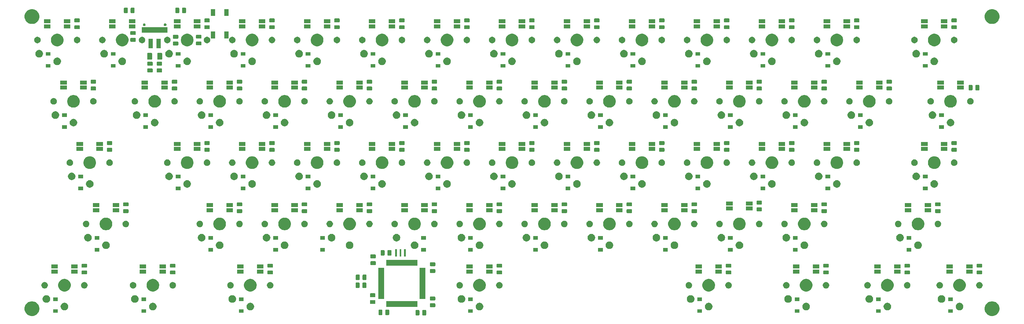
<source format=gbr>
G04 #@! TF.GenerationSoftware,KiCad,Pcbnew,(5.1.4)-1*
G04 #@! TF.CreationDate,2020-12-21T07:42:17-08:00*
G04 #@! TF.ProjectId,brownie pan,62726f77-6e69-4652-9070-616e2e6b6963,rev?*
G04 #@! TF.SameCoordinates,Original*
G04 #@! TF.FileFunction,Soldermask,Bot*
G04 #@! TF.FilePolarity,Negative*
%FSLAX46Y46*%
G04 Gerber Fmt 4.6, Leading zero omitted, Abs format (unit mm)*
G04 Created by KiCad (PCBNEW (5.1.4)-1) date 2020-12-21 07:42:17*
%MOMM*%
%LPD*%
G04 APERTURE LIST*
%ADD10C,0.100000*%
G04 APERTURE END LIST*
D10*
G36*
X283598254Y-96027818D02*
G01*
X283971511Y-96182426D01*
X283971513Y-96182427D01*
X284307436Y-96406884D01*
X284593116Y-96692564D01*
X284817113Y-97027798D01*
X284817574Y-97028489D01*
X284972182Y-97401746D01*
X285051000Y-97797993D01*
X285051000Y-98202007D01*
X284972182Y-98598254D01*
X284860398Y-98868124D01*
X284817573Y-98971513D01*
X284593116Y-99307436D01*
X284307436Y-99593116D01*
X283971513Y-99817573D01*
X283971512Y-99817574D01*
X283971511Y-99817574D01*
X283598254Y-99972182D01*
X283202007Y-100051000D01*
X282797993Y-100051000D01*
X282401746Y-99972182D01*
X282028489Y-99817574D01*
X282028488Y-99817574D01*
X282028487Y-99817573D01*
X281692564Y-99593116D01*
X281406884Y-99307436D01*
X281182427Y-98971513D01*
X281139602Y-98868124D01*
X281027818Y-98598254D01*
X280949000Y-98202007D01*
X280949000Y-97797993D01*
X281027818Y-97401746D01*
X281182426Y-97028489D01*
X281182888Y-97027798D01*
X281406884Y-96692564D01*
X281692564Y-96406884D01*
X282028487Y-96182427D01*
X282028489Y-96182426D01*
X282401746Y-96027818D01*
X282797993Y-95949000D01*
X283202007Y-95949000D01*
X283598254Y-96027818D01*
X283598254Y-96027818D01*
G37*
G36*
X17598254Y-96027818D02*
G01*
X17971511Y-96182426D01*
X17971513Y-96182427D01*
X18307436Y-96406884D01*
X18593116Y-96692564D01*
X18817113Y-97027798D01*
X18817574Y-97028489D01*
X18972182Y-97401746D01*
X19051000Y-97797993D01*
X19051000Y-98202007D01*
X18972182Y-98598254D01*
X18860398Y-98868124D01*
X18817573Y-98971513D01*
X18593116Y-99307436D01*
X18307436Y-99593116D01*
X17971513Y-99817573D01*
X17971512Y-99817574D01*
X17971511Y-99817574D01*
X17598254Y-99972182D01*
X17202007Y-100051000D01*
X16797993Y-100051000D01*
X16401746Y-99972182D01*
X16028489Y-99817574D01*
X16028488Y-99817574D01*
X16028487Y-99817573D01*
X15692564Y-99593116D01*
X15406884Y-99307436D01*
X15182427Y-98971513D01*
X15139602Y-98868124D01*
X15027818Y-98598254D01*
X14949000Y-98202007D01*
X14949000Y-97797993D01*
X15027818Y-97401746D01*
X15182426Y-97028489D01*
X15182888Y-97027798D01*
X15406884Y-96692564D01*
X15692564Y-96406884D01*
X16028487Y-96182427D01*
X16028489Y-96182426D01*
X16401746Y-96027818D01*
X16797993Y-95949000D01*
X17202007Y-95949000D01*
X17598254Y-96027818D01*
X17598254Y-96027818D01*
G37*
G36*
X126059468Y-98353565D02*
G01*
X126098138Y-98365296D01*
X126133777Y-98384346D01*
X126165017Y-98409983D01*
X126190654Y-98441223D01*
X126209704Y-98476862D01*
X126221435Y-98515532D01*
X126226000Y-98561888D01*
X126226000Y-99638112D01*
X126221435Y-99684468D01*
X126209704Y-99723138D01*
X126190654Y-99758777D01*
X126165017Y-99790017D01*
X126133777Y-99815654D01*
X126098138Y-99834704D01*
X126059468Y-99846435D01*
X126013112Y-99851000D01*
X125361888Y-99851000D01*
X125315532Y-99846435D01*
X125276862Y-99834704D01*
X125241223Y-99815654D01*
X125209983Y-99790017D01*
X125184346Y-99758777D01*
X125165296Y-99723138D01*
X125153565Y-99684468D01*
X125149000Y-99638112D01*
X125149000Y-98561888D01*
X125153565Y-98515532D01*
X125165296Y-98476862D01*
X125184346Y-98441223D01*
X125209983Y-98409983D01*
X125241223Y-98384346D01*
X125276862Y-98365296D01*
X125315532Y-98353565D01*
X125361888Y-98349000D01*
X126013112Y-98349000D01*
X126059468Y-98353565D01*
X126059468Y-98353565D01*
G37*
G36*
X124184468Y-98353565D02*
G01*
X124223138Y-98365296D01*
X124258777Y-98384346D01*
X124290017Y-98409983D01*
X124315654Y-98441223D01*
X124334704Y-98476862D01*
X124346435Y-98515532D01*
X124351000Y-98561888D01*
X124351000Y-99638112D01*
X124346435Y-99684468D01*
X124334704Y-99723138D01*
X124315654Y-99758777D01*
X124290017Y-99790017D01*
X124258777Y-99815654D01*
X124223138Y-99834704D01*
X124184468Y-99846435D01*
X124138112Y-99851000D01*
X123486888Y-99851000D01*
X123440532Y-99846435D01*
X123401862Y-99834704D01*
X123366223Y-99815654D01*
X123334983Y-99790017D01*
X123309346Y-99758777D01*
X123290296Y-99723138D01*
X123278565Y-99684468D01*
X123274000Y-99638112D01*
X123274000Y-98561888D01*
X123278565Y-98515532D01*
X123290296Y-98476862D01*
X123309346Y-98441223D01*
X123334983Y-98409983D01*
X123366223Y-98384346D01*
X123401862Y-98365296D01*
X123440532Y-98353565D01*
X123486888Y-98349000D01*
X124138112Y-98349000D01*
X124184468Y-98353565D01*
X124184468Y-98353565D01*
G37*
G36*
X113934468Y-98253565D02*
G01*
X113973138Y-98265296D01*
X114008777Y-98284346D01*
X114040017Y-98309983D01*
X114065654Y-98341223D01*
X114084704Y-98376862D01*
X114096435Y-98415532D01*
X114101000Y-98461888D01*
X114101000Y-99538112D01*
X114096435Y-99584468D01*
X114084704Y-99623138D01*
X114065654Y-99658777D01*
X114040017Y-99690017D01*
X114008777Y-99715654D01*
X113973138Y-99734704D01*
X113934468Y-99746435D01*
X113888112Y-99751000D01*
X113236888Y-99751000D01*
X113190532Y-99746435D01*
X113151862Y-99734704D01*
X113116223Y-99715654D01*
X113084983Y-99690017D01*
X113059346Y-99658777D01*
X113040296Y-99623138D01*
X113028565Y-99584468D01*
X113024000Y-99538112D01*
X113024000Y-98461888D01*
X113028565Y-98415532D01*
X113040296Y-98376862D01*
X113059346Y-98341223D01*
X113084983Y-98309983D01*
X113116223Y-98284346D01*
X113151862Y-98265296D01*
X113190532Y-98253565D01*
X113236888Y-98249000D01*
X113888112Y-98249000D01*
X113934468Y-98253565D01*
X113934468Y-98253565D01*
G37*
G36*
X115809468Y-98253565D02*
G01*
X115848138Y-98265296D01*
X115883777Y-98284346D01*
X115915017Y-98309983D01*
X115940654Y-98341223D01*
X115959704Y-98376862D01*
X115971435Y-98415532D01*
X115976000Y-98461888D01*
X115976000Y-99538112D01*
X115971435Y-99584468D01*
X115959704Y-99623138D01*
X115940654Y-99658777D01*
X115915017Y-99690017D01*
X115883777Y-99715654D01*
X115848138Y-99734704D01*
X115809468Y-99746435D01*
X115763112Y-99751000D01*
X115111888Y-99751000D01*
X115065532Y-99746435D01*
X115026862Y-99734704D01*
X114991223Y-99715654D01*
X114959983Y-99690017D01*
X114934346Y-99658777D01*
X114915296Y-99623138D01*
X114903565Y-99584468D01*
X114899000Y-99538112D01*
X114899000Y-98461888D01*
X114903565Y-98415532D01*
X114915296Y-98376862D01*
X114934346Y-98341223D01*
X114959983Y-98309983D01*
X114991223Y-98284346D01*
X115026862Y-98265296D01*
X115065532Y-98253565D01*
X115111888Y-98249000D01*
X115763112Y-98249000D01*
X115809468Y-98253565D01*
X115809468Y-98253565D01*
G37*
G36*
X139151000Y-99151000D02*
G01*
X137849000Y-99151000D01*
X137849000Y-98149000D01*
X139151000Y-98149000D01*
X139151000Y-99151000D01*
X139151000Y-99151000D01*
G37*
G36*
X272151000Y-99151000D02*
G01*
X270849000Y-99151000D01*
X270849000Y-98149000D01*
X272151000Y-98149000D01*
X272151000Y-99151000D01*
X272151000Y-99151000D01*
G37*
G36*
X252151000Y-99151000D02*
G01*
X250849000Y-99151000D01*
X250849000Y-98149000D01*
X252151000Y-98149000D01*
X252151000Y-99151000D01*
X252151000Y-99151000D01*
G37*
G36*
X229651000Y-99151000D02*
G01*
X228349000Y-99151000D01*
X228349000Y-98149000D01*
X229651000Y-98149000D01*
X229651000Y-99151000D01*
X229651000Y-99151000D01*
G37*
G36*
X202651000Y-99151000D02*
G01*
X201349000Y-99151000D01*
X201349000Y-98149000D01*
X202651000Y-98149000D01*
X202651000Y-99151000D01*
X202651000Y-99151000D01*
G37*
G36*
X48651000Y-99151000D02*
G01*
X47349000Y-99151000D01*
X47349000Y-98149000D01*
X48651000Y-98149000D01*
X48651000Y-99151000D01*
X48651000Y-99151000D01*
G37*
G36*
X24151000Y-99151000D02*
G01*
X22849000Y-99151000D01*
X22849000Y-98149000D01*
X24151000Y-98149000D01*
X24151000Y-99151000D01*
X24151000Y-99151000D01*
G37*
G36*
X75651000Y-99151000D02*
G01*
X74349000Y-99151000D01*
X74349000Y-98149000D01*
X75651000Y-98149000D01*
X75651000Y-99151000D01*
X75651000Y-99151000D01*
G37*
G36*
X204806564Y-96389389D02*
G01*
X204997833Y-96468615D01*
X204997835Y-96468616D01*
X205169973Y-96583635D01*
X205316365Y-96730027D01*
X205361398Y-96797423D01*
X205431385Y-96902167D01*
X205510611Y-97093436D01*
X205551000Y-97296484D01*
X205551000Y-97503516D01*
X205510611Y-97706564D01*
X205448123Y-97857423D01*
X205431384Y-97897835D01*
X205316365Y-98069973D01*
X205169973Y-98216365D01*
X204997835Y-98331384D01*
X204997834Y-98331385D01*
X204997833Y-98331385D01*
X204806564Y-98410611D01*
X204603516Y-98451000D01*
X204396484Y-98451000D01*
X204193436Y-98410611D01*
X204002167Y-98331385D01*
X204002166Y-98331385D01*
X204002165Y-98331384D01*
X203830027Y-98216365D01*
X203683635Y-98069973D01*
X203568616Y-97897835D01*
X203551877Y-97857423D01*
X203489389Y-97706564D01*
X203449000Y-97503516D01*
X203449000Y-97296484D01*
X203489389Y-97093436D01*
X203568615Y-96902167D01*
X203638603Y-96797423D01*
X203683635Y-96730027D01*
X203830027Y-96583635D01*
X204002165Y-96468616D01*
X204002167Y-96468615D01*
X204193436Y-96389389D01*
X204396484Y-96349000D01*
X204603516Y-96349000D01*
X204806564Y-96389389D01*
X204806564Y-96389389D01*
G37*
G36*
X26306564Y-96389389D02*
G01*
X26497833Y-96468615D01*
X26497835Y-96468616D01*
X26669973Y-96583635D01*
X26816365Y-96730027D01*
X26861398Y-96797423D01*
X26931385Y-96902167D01*
X27010611Y-97093436D01*
X27051000Y-97296484D01*
X27051000Y-97503516D01*
X27010611Y-97706564D01*
X26948123Y-97857423D01*
X26931384Y-97897835D01*
X26816365Y-98069973D01*
X26669973Y-98216365D01*
X26497835Y-98331384D01*
X26497834Y-98331385D01*
X26497833Y-98331385D01*
X26306564Y-98410611D01*
X26103516Y-98451000D01*
X25896484Y-98451000D01*
X25693436Y-98410611D01*
X25502167Y-98331385D01*
X25502166Y-98331385D01*
X25502165Y-98331384D01*
X25330027Y-98216365D01*
X25183635Y-98069973D01*
X25068616Y-97897835D01*
X25051877Y-97857423D01*
X24989389Y-97706564D01*
X24949000Y-97503516D01*
X24949000Y-97296484D01*
X24989389Y-97093436D01*
X25068615Y-96902167D01*
X25138603Y-96797423D01*
X25183635Y-96730027D01*
X25330027Y-96583635D01*
X25502165Y-96468616D01*
X25502167Y-96468615D01*
X25693436Y-96389389D01*
X25896484Y-96349000D01*
X26103516Y-96349000D01*
X26306564Y-96389389D01*
X26306564Y-96389389D01*
G37*
G36*
X50806564Y-96389389D02*
G01*
X50997833Y-96468615D01*
X50997835Y-96468616D01*
X51169973Y-96583635D01*
X51316365Y-96730027D01*
X51361398Y-96797423D01*
X51431385Y-96902167D01*
X51510611Y-97093436D01*
X51551000Y-97296484D01*
X51551000Y-97503516D01*
X51510611Y-97706564D01*
X51448123Y-97857423D01*
X51431384Y-97897835D01*
X51316365Y-98069973D01*
X51169973Y-98216365D01*
X50997835Y-98331384D01*
X50997834Y-98331385D01*
X50997833Y-98331385D01*
X50806564Y-98410611D01*
X50603516Y-98451000D01*
X50396484Y-98451000D01*
X50193436Y-98410611D01*
X50002167Y-98331385D01*
X50002166Y-98331385D01*
X50002165Y-98331384D01*
X49830027Y-98216365D01*
X49683635Y-98069973D01*
X49568616Y-97897835D01*
X49551877Y-97857423D01*
X49489389Y-97706564D01*
X49449000Y-97503516D01*
X49449000Y-97296484D01*
X49489389Y-97093436D01*
X49568615Y-96902167D01*
X49638603Y-96797423D01*
X49683635Y-96730027D01*
X49830027Y-96583635D01*
X50002165Y-96468616D01*
X50002167Y-96468615D01*
X50193436Y-96389389D01*
X50396484Y-96349000D01*
X50603516Y-96349000D01*
X50806564Y-96389389D01*
X50806564Y-96389389D01*
G37*
G36*
X141306564Y-96389389D02*
G01*
X141497833Y-96468615D01*
X141497835Y-96468616D01*
X141669973Y-96583635D01*
X141816365Y-96730027D01*
X141861398Y-96797423D01*
X141931385Y-96902167D01*
X142010611Y-97093436D01*
X142051000Y-97296484D01*
X142051000Y-97503516D01*
X142010611Y-97706564D01*
X141948123Y-97857423D01*
X141931384Y-97897835D01*
X141816365Y-98069973D01*
X141669973Y-98216365D01*
X141497835Y-98331384D01*
X141497834Y-98331385D01*
X141497833Y-98331385D01*
X141306564Y-98410611D01*
X141103516Y-98451000D01*
X140896484Y-98451000D01*
X140693436Y-98410611D01*
X140502167Y-98331385D01*
X140502166Y-98331385D01*
X140502165Y-98331384D01*
X140330027Y-98216365D01*
X140183635Y-98069973D01*
X140068616Y-97897835D01*
X140051877Y-97857423D01*
X139989389Y-97706564D01*
X139949000Y-97503516D01*
X139949000Y-97296484D01*
X139989389Y-97093436D01*
X140068615Y-96902167D01*
X140138603Y-96797423D01*
X140183635Y-96730027D01*
X140330027Y-96583635D01*
X140502165Y-96468616D01*
X140502167Y-96468615D01*
X140693436Y-96389389D01*
X140896484Y-96349000D01*
X141103516Y-96349000D01*
X141306564Y-96389389D01*
X141306564Y-96389389D01*
G37*
G36*
X77806564Y-96389389D02*
G01*
X77997833Y-96468615D01*
X77997835Y-96468616D01*
X78169973Y-96583635D01*
X78316365Y-96730027D01*
X78361398Y-96797423D01*
X78431385Y-96902167D01*
X78510611Y-97093436D01*
X78551000Y-97296484D01*
X78551000Y-97503516D01*
X78510611Y-97706564D01*
X78448123Y-97857423D01*
X78431384Y-97897835D01*
X78316365Y-98069973D01*
X78169973Y-98216365D01*
X77997835Y-98331384D01*
X77997834Y-98331385D01*
X77997833Y-98331385D01*
X77806564Y-98410611D01*
X77603516Y-98451000D01*
X77396484Y-98451000D01*
X77193436Y-98410611D01*
X77002167Y-98331385D01*
X77002166Y-98331385D01*
X77002165Y-98331384D01*
X76830027Y-98216365D01*
X76683635Y-98069973D01*
X76568616Y-97897835D01*
X76551877Y-97857423D01*
X76489389Y-97706564D01*
X76449000Y-97503516D01*
X76449000Y-97296484D01*
X76489389Y-97093436D01*
X76568615Y-96902167D01*
X76638603Y-96797423D01*
X76683635Y-96730027D01*
X76830027Y-96583635D01*
X77002165Y-96468616D01*
X77002167Y-96468615D01*
X77193436Y-96389389D01*
X77396484Y-96349000D01*
X77603516Y-96349000D01*
X77806564Y-96389389D01*
X77806564Y-96389389D01*
G37*
G36*
X231806564Y-96389389D02*
G01*
X231997833Y-96468615D01*
X231997835Y-96468616D01*
X232169973Y-96583635D01*
X232316365Y-96730027D01*
X232361398Y-96797423D01*
X232431385Y-96902167D01*
X232510611Y-97093436D01*
X232551000Y-97296484D01*
X232551000Y-97503516D01*
X232510611Y-97706564D01*
X232448123Y-97857423D01*
X232431384Y-97897835D01*
X232316365Y-98069973D01*
X232169973Y-98216365D01*
X231997835Y-98331384D01*
X231997834Y-98331385D01*
X231997833Y-98331385D01*
X231806564Y-98410611D01*
X231603516Y-98451000D01*
X231396484Y-98451000D01*
X231193436Y-98410611D01*
X231002167Y-98331385D01*
X231002166Y-98331385D01*
X231002165Y-98331384D01*
X230830027Y-98216365D01*
X230683635Y-98069973D01*
X230568616Y-97897835D01*
X230551877Y-97857423D01*
X230489389Y-97706564D01*
X230449000Y-97503516D01*
X230449000Y-97296484D01*
X230489389Y-97093436D01*
X230568615Y-96902167D01*
X230638603Y-96797423D01*
X230683635Y-96730027D01*
X230830027Y-96583635D01*
X231002165Y-96468616D01*
X231002167Y-96468615D01*
X231193436Y-96389389D01*
X231396484Y-96349000D01*
X231603516Y-96349000D01*
X231806564Y-96389389D01*
X231806564Y-96389389D01*
G37*
G36*
X274306564Y-96389389D02*
G01*
X274497833Y-96468615D01*
X274497835Y-96468616D01*
X274669973Y-96583635D01*
X274816365Y-96730027D01*
X274861398Y-96797423D01*
X274931385Y-96902167D01*
X275010611Y-97093436D01*
X275051000Y-97296484D01*
X275051000Y-97503516D01*
X275010611Y-97706564D01*
X274948123Y-97857423D01*
X274931384Y-97897835D01*
X274816365Y-98069973D01*
X274669973Y-98216365D01*
X274497835Y-98331384D01*
X274497834Y-98331385D01*
X274497833Y-98331385D01*
X274306564Y-98410611D01*
X274103516Y-98451000D01*
X273896484Y-98451000D01*
X273693436Y-98410611D01*
X273502167Y-98331385D01*
X273502166Y-98331385D01*
X273502165Y-98331384D01*
X273330027Y-98216365D01*
X273183635Y-98069973D01*
X273068616Y-97897835D01*
X273051877Y-97857423D01*
X272989389Y-97706564D01*
X272949000Y-97503516D01*
X272949000Y-97296484D01*
X272989389Y-97093436D01*
X273068615Y-96902167D01*
X273138603Y-96797423D01*
X273183635Y-96730027D01*
X273330027Y-96583635D01*
X273502165Y-96468616D01*
X273502167Y-96468615D01*
X273693436Y-96389389D01*
X273896484Y-96349000D01*
X274103516Y-96349000D01*
X274306564Y-96389389D01*
X274306564Y-96389389D01*
G37*
G36*
X254306564Y-96389389D02*
G01*
X254497833Y-96468615D01*
X254497835Y-96468616D01*
X254669973Y-96583635D01*
X254816365Y-96730027D01*
X254861398Y-96797423D01*
X254931385Y-96902167D01*
X255010611Y-97093436D01*
X255051000Y-97296484D01*
X255051000Y-97503516D01*
X255010611Y-97706564D01*
X254948123Y-97857423D01*
X254931384Y-97897835D01*
X254816365Y-98069973D01*
X254669973Y-98216365D01*
X254497835Y-98331384D01*
X254497834Y-98331385D01*
X254497833Y-98331385D01*
X254306564Y-98410611D01*
X254103516Y-98451000D01*
X253896484Y-98451000D01*
X253693436Y-98410611D01*
X253502167Y-98331385D01*
X253502166Y-98331385D01*
X253502165Y-98331384D01*
X253330027Y-98216365D01*
X253183635Y-98069973D01*
X253068616Y-97897835D01*
X253051877Y-97857423D01*
X252989389Y-97706564D01*
X252949000Y-97503516D01*
X252949000Y-97296484D01*
X252989389Y-97093436D01*
X253068615Y-96902167D01*
X253138603Y-96797423D01*
X253183635Y-96730027D01*
X253330027Y-96583635D01*
X253502165Y-96468616D01*
X253502167Y-96468615D01*
X253693436Y-96389389D01*
X253896484Y-96349000D01*
X254103516Y-96349000D01*
X254306564Y-96389389D01*
X254306564Y-96389389D01*
G37*
G36*
X128584468Y-96503565D02*
G01*
X128623138Y-96515296D01*
X128658777Y-96534346D01*
X128690017Y-96559983D01*
X128715654Y-96591223D01*
X128734704Y-96626862D01*
X128746435Y-96665532D01*
X128751000Y-96711888D01*
X128751000Y-97363112D01*
X128746435Y-97409468D01*
X128734704Y-97448138D01*
X128715654Y-97483777D01*
X128690017Y-97515017D01*
X128658777Y-97540654D01*
X128623138Y-97559704D01*
X128584468Y-97571435D01*
X128538112Y-97576000D01*
X127461888Y-97576000D01*
X127415532Y-97571435D01*
X127376862Y-97559704D01*
X127341223Y-97540654D01*
X127309983Y-97515017D01*
X127284346Y-97483777D01*
X127265296Y-97448138D01*
X127253565Y-97409468D01*
X127249000Y-97363112D01*
X127249000Y-96711888D01*
X127253565Y-96665532D01*
X127265296Y-96626862D01*
X127284346Y-96591223D01*
X127309983Y-96559983D01*
X127341223Y-96534346D01*
X127376862Y-96515296D01*
X127415532Y-96503565D01*
X127461888Y-96499000D01*
X128538112Y-96499000D01*
X128584468Y-96503565D01*
X128584468Y-96503565D01*
G37*
G36*
X123826000Y-97501000D02*
G01*
X115174000Y-97501000D01*
X115174000Y-95899000D01*
X123826000Y-95899000D01*
X123826000Y-97501000D01*
X123826000Y-97501000D01*
G37*
G36*
X111984468Y-95603565D02*
G01*
X112023138Y-95615296D01*
X112058777Y-95634346D01*
X112090017Y-95659983D01*
X112115654Y-95691223D01*
X112134704Y-95726862D01*
X112146435Y-95765532D01*
X112151000Y-95811888D01*
X112151000Y-96463112D01*
X112146435Y-96509468D01*
X112134704Y-96548138D01*
X112115654Y-96583777D01*
X112090017Y-96615017D01*
X112058777Y-96640654D01*
X112023138Y-96659704D01*
X111984468Y-96671435D01*
X111938112Y-96676000D01*
X110861888Y-96676000D01*
X110815532Y-96671435D01*
X110776862Y-96659704D01*
X110741223Y-96640654D01*
X110709983Y-96615017D01*
X110684346Y-96583777D01*
X110665296Y-96548138D01*
X110653565Y-96509468D01*
X110649000Y-96463112D01*
X110649000Y-95811888D01*
X110653565Y-95765532D01*
X110665296Y-95726862D01*
X110684346Y-95691223D01*
X110709983Y-95659983D01*
X110741223Y-95634346D01*
X110776862Y-95615296D01*
X110815532Y-95603565D01*
X110861888Y-95599000D01*
X111938112Y-95599000D01*
X111984468Y-95603565D01*
X111984468Y-95603565D01*
G37*
G36*
X136306564Y-94289389D02*
G01*
X136497833Y-94368615D01*
X136497835Y-94368616D01*
X136669973Y-94483635D01*
X136816365Y-94630027D01*
X136930606Y-94801000D01*
X136931385Y-94802167D01*
X137010611Y-94993436D01*
X137051000Y-95196484D01*
X137051000Y-95403516D01*
X137010611Y-95606564D01*
X136973385Y-95696435D01*
X136931384Y-95797835D01*
X136816365Y-95969973D01*
X136669973Y-96116365D01*
X136497835Y-96231384D01*
X136497834Y-96231385D01*
X136497833Y-96231385D01*
X136306564Y-96310611D01*
X136103516Y-96351000D01*
X135896484Y-96351000D01*
X135693436Y-96310611D01*
X135502167Y-96231385D01*
X135502166Y-96231385D01*
X135502165Y-96231384D01*
X135330027Y-96116365D01*
X135183635Y-95969973D01*
X135068616Y-95797835D01*
X135026615Y-95696435D01*
X134989389Y-95606564D01*
X134949000Y-95403516D01*
X134949000Y-95196484D01*
X134989389Y-94993436D01*
X135068615Y-94802167D01*
X135069395Y-94801000D01*
X135183635Y-94630027D01*
X135330027Y-94483635D01*
X135502165Y-94368616D01*
X135502167Y-94368615D01*
X135693436Y-94289389D01*
X135896484Y-94249000D01*
X136103516Y-94249000D01*
X136306564Y-94289389D01*
X136306564Y-94289389D01*
G37*
G36*
X45806564Y-94289389D02*
G01*
X45997833Y-94368615D01*
X45997835Y-94368616D01*
X46169973Y-94483635D01*
X46316365Y-94630027D01*
X46430606Y-94801000D01*
X46431385Y-94802167D01*
X46510611Y-94993436D01*
X46551000Y-95196484D01*
X46551000Y-95403516D01*
X46510611Y-95606564D01*
X46473385Y-95696435D01*
X46431384Y-95797835D01*
X46316365Y-95969973D01*
X46169973Y-96116365D01*
X45997835Y-96231384D01*
X45997834Y-96231385D01*
X45997833Y-96231385D01*
X45806564Y-96310611D01*
X45603516Y-96351000D01*
X45396484Y-96351000D01*
X45193436Y-96310611D01*
X45002167Y-96231385D01*
X45002166Y-96231385D01*
X45002165Y-96231384D01*
X44830027Y-96116365D01*
X44683635Y-95969973D01*
X44568616Y-95797835D01*
X44526615Y-95696435D01*
X44489389Y-95606564D01*
X44449000Y-95403516D01*
X44449000Y-95196484D01*
X44489389Y-94993436D01*
X44568615Y-94802167D01*
X44569395Y-94801000D01*
X44683635Y-94630027D01*
X44830027Y-94483635D01*
X45002165Y-94368616D01*
X45002167Y-94368615D01*
X45193436Y-94289389D01*
X45396484Y-94249000D01*
X45603516Y-94249000D01*
X45806564Y-94289389D01*
X45806564Y-94289389D01*
G37*
G36*
X72806564Y-94289389D02*
G01*
X72997833Y-94368615D01*
X72997835Y-94368616D01*
X73169973Y-94483635D01*
X73316365Y-94630027D01*
X73430606Y-94801000D01*
X73431385Y-94802167D01*
X73510611Y-94993436D01*
X73551000Y-95196484D01*
X73551000Y-95403516D01*
X73510611Y-95606564D01*
X73473385Y-95696435D01*
X73431384Y-95797835D01*
X73316365Y-95969973D01*
X73169973Y-96116365D01*
X72997835Y-96231384D01*
X72997834Y-96231385D01*
X72997833Y-96231385D01*
X72806564Y-96310611D01*
X72603516Y-96351000D01*
X72396484Y-96351000D01*
X72193436Y-96310611D01*
X72002167Y-96231385D01*
X72002166Y-96231385D01*
X72002165Y-96231384D01*
X71830027Y-96116365D01*
X71683635Y-95969973D01*
X71568616Y-95797835D01*
X71526615Y-95696435D01*
X71489389Y-95606564D01*
X71449000Y-95403516D01*
X71449000Y-95196484D01*
X71489389Y-94993436D01*
X71568615Y-94802167D01*
X71569395Y-94801000D01*
X71683635Y-94630027D01*
X71830027Y-94483635D01*
X72002165Y-94368616D01*
X72002167Y-94368615D01*
X72193436Y-94289389D01*
X72396484Y-94249000D01*
X72603516Y-94249000D01*
X72806564Y-94289389D01*
X72806564Y-94289389D01*
G37*
G36*
X199806564Y-94289389D02*
G01*
X199997833Y-94368615D01*
X199997835Y-94368616D01*
X200169973Y-94483635D01*
X200316365Y-94630027D01*
X200430606Y-94801000D01*
X200431385Y-94802167D01*
X200510611Y-94993436D01*
X200551000Y-95196484D01*
X200551000Y-95403516D01*
X200510611Y-95606564D01*
X200473385Y-95696435D01*
X200431384Y-95797835D01*
X200316365Y-95969973D01*
X200169973Y-96116365D01*
X199997835Y-96231384D01*
X199997834Y-96231385D01*
X199997833Y-96231385D01*
X199806564Y-96310611D01*
X199603516Y-96351000D01*
X199396484Y-96351000D01*
X199193436Y-96310611D01*
X199002167Y-96231385D01*
X199002166Y-96231385D01*
X199002165Y-96231384D01*
X198830027Y-96116365D01*
X198683635Y-95969973D01*
X198568616Y-95797835D01*
X198526615Y-95696435D01*
X198489389Y-95606564D01*
X198449000Y-95403516D01*
X198449000Y-95196484D01*
X198489389Y-94993436D01*
X198568615Y-94802167D01*
X198569395Y-94801000D01*
X198683635Y-94630027D01*
X198830027Y-94483635D01*
X199002165Y-94368616D01*
X199002167Y-94368615D01*
X199193436Y-94289389D01*
X199396484Y-94249000D01*
X199603516Y-94249000D01*
X199806564Y-94289389D01*
X199806564Y-94289389D01*
G37*
G36*
X269306564Y-94289389D02*
G01*
X269497833Y-94368615D01*
X269497835Y-94368616D01*
X269669973Y-94483635D01*
X269816365Y-94630027D01*
X269930606Y-94801000D01*
X269931385Y-94802167D01*
X270010611Y-94993436D01*
X270051000Y-95196484D01*
X270051000Y-95403516D01*
X270010611Y-95606564D01*
X269973385Y-95696435D01*
X269931384Y-95797835D01*
X269816365Y-95969973D01*
X269669973Y-96116365D01*
X269497835Y-96231384D01*
X269497834Y-96231385D01*
X269497833Y-96231385D01*
X269306564Y-96310611D01*
X269103516Y-96351000D01*
X268896484Y-96351000D01*
X268693436Y-96310611D01*
X268502167Y-96231385D01*
X268502166Y-96231385D01*
X268502165Y-96231384D01*
X268330027Y-96116365D01*
X268183635Y-95969973D01*
X268068616Y-95797835D01*
X268026615Y-95696435D01*
X267989389Y-95606564D01*
X267949000Y-95403516D01*
X267949000Y-95196484D01*
X267989389Y-94993436D01*
X268068615Y-94802167D01*
X268069395Y-94801000D01*
X268183635Y-94630027D01*
X268330027Y-94483635D01*
X268502165Y-94368616D01*
X268502167Y-94368615D01*
X268693436Y-94289389D01*
X268896484Y-94249000D01*
X269103516Y-94249000D01*
X269306564Y-94289389D01*
X269306564Y-94289389D01*
G37*
G36*
X226806564Y-94289389D02*
G01*
X226997833Y-94368615D01*
X226997835Y-94368616D01*
X227169973Y-94483635D01*
X227316365Y-94630027D01*
X227430606Y-94801000D01*
X227431385Y-94802167D01*
X227510611Y-94993436D01*
X227551000Y-95196484D01*
X227551000Y-95403516D01*
X227510611Y-95606564D01*
X227473385Y-95696435D01*
X227431384Y-95797835D01*
X227316365Y-95969973D01*
X227169973Y-96116365D01*
X226997835Y-96231384D01*
X226997834Y-96231385D01*
X226997833Y-96231385D01*
X226806564Y-96310611D01*
X226603516Y-96351000D01*
X226396484Y-96351000D01*
X226193436Y-96310611D01*
X226002167Y-96231385D01*
X226002166Y-96231385D01*
X226002165Y-96231384D01*
X225830027Y-96116365D01*
X225683635Y-95969973D01*
X225568616Y-95797835D01*
X225526615Y-95696435D01*
X225489389Y-95606564D01*
X225449000Y-95403516D01*
X225449000Y-95196484D01*
X225489389Y-94993436D01*
X225568615Y-94802167D01*
X225569395Y-94801000D01*
X225683635Y-94630027D01*
X225830027Y-94483635D01*
X226002165Y-94368616D01*
X226002167Y-94368615D01*
X226193436Y-94289389D01*
X226396484Y-94249000D01*
X226603516Y-94249000D01*
X226806564Y-94289389D01*
X226806564Y-94289389D01*
G37*
G36*
X249306564Y-94289389D02*
G01*
X249497833Y-94368615D01*
X249497835Y-94368616D01*
X249669973Y-94483635D01*
X249816365Y-94630027D01*
X249930606Y-94801000D01*
X249931385Y-94802167D01*
X250010611Y-94993436D01*
X250051000Y-95196484D01*
X250051000Y-95403516D01*
X250010611Y-95606564D01*
X249973385Y-95696435D01*
X249931384Y-95797835D01*
X249816365Y-95969973D01*
X249669973Y-96116365D01*
X249497835Y-96231384D01*
X249497834Y-96231385D01*
X249497833Y-96231385D01*
X249306564Y-96310611D01*
X249103516Y-96351000D01*
X248896484Y-96351000D01*
X248693436Y-96310611D01*
X248502167Y-96231385D01*
X248502166Y-96231385D01*
X248502165Y-96231384D01*
X248330027Y-96116365D01*
X248183635Y-95969973D01*
X248068616Y-95797835D01*
X248026615Y-95696435D01*
X247989389Y-95606564D01*
X247949000Y-95403516D01*
X247949000Y-95196484D01*
X247989389Y-94993436D01*
X248068615Y-94802167D01*
X248069395Y-94801000D01*
X248183635Y-94630027D01*
X248330027Y-94483635D01*
X248502165Y-94368616D01*
X248502167Y-94368615D01*
X248693436Y-94289389D01*
X248896484Y-94249000D01*
X249103516Y-94249000D01*
X249306564Y-94289389D01*
X249306564Y-94289389D01*
G37*
G36*
X21306564Y-94289389D02*
G01*
X21497833Y-94368615D01*
X21497835Y-94368616D01*
X21669973Y-94483635D01*
X21816365Y-94630027D01*
X21930606Y-94801000D01*
X21931385Y-94802167D01*
X22010611Y-94993436D01*
X22051000Y-95196484D01*
X22051000Y-95403516D01*
X22010611Y-95606564D01*
X21973385Y-95696435D01*
X21931384Y-95797835D01*
X21816365Y-95969973D01*
X21669973Y-96116365D01*
X21497835Y-96231384D01*
X21497834Y-96231385D01*
X21497833Y-96231385D01*
X21306564Y-96310611D01*
X21103516Y-96351000D01*
X20896484Y-96351000D01*
X20693436Y-96310611D01*
X20502167Y-96231385D01*
X20502166Y-96231385D01*
X20502165Y-96231384D01*
X20330027Y-96116365D01*
X20183635Y-95969973D01*
X20068616Y-95797835D01*
X20026615Y-95696435D01*
X19989389Y-95606564D01*
X19949000Y-95403516D01*
X19949000Y-95196484D01*
X19989389Y-94993436D01*
X20068615Y-94802167D01*
X20069395Y-94801000D01*
X20183635Y-94630027D01*
X20330027Y-94483635D01*
X20502165Y-94368616D01*
X20502167Y-94368615D01*
X20693436Y-94289389D01*
X20896484Y-94249000D01*
X21103516Y-94249000D01*
X21306564Y-94289389D01*
X21306564Y-94289389D01*
G37*
G36*
X75651000Y-95851000D02*
G01*
X74349000Y-95851000D01*
X74349000Y-94849000D01*
X75651000Y-94849000D01*
X75651000Y-95851000D01*
X75651000Y-95851000D01*
G37*
G36*
X272151000Y-95851000D02*
G01*
X270849000Y-95851000D01*
X270849000Y-94849000D01*
X272151000Y-94849000D01*
X272151000Y-95851000D01*
X272151000Y-95851000D01*
G37*
G36*
X252151000Y-95851000D02*
G01*
X250849000Y-95851000D01*
X250849000Y-94849000D01*
X252151000Y-94849000D01*
X252151000Y-95851000D01*
X252151000Y-95851000D01*
G37*
G36*
X229651000Y-95851000D02*
G01*
X228349000Y-95851000D01*
X228349000Y-94849000D01*
X229651000Y-94849000D01*
X229651000Y-95851000D01*
X229651000Y-95851000D01*
G37*
G36*
X202651000Y-95851000D02*
G01*
X201349000Y-95851000D01*
X201349000Y-94849000D01*
X202651000Y-94849000D01*
X202651000Y-95851000D01*
X202651000Y-95851000D01*
G37*
G36*
X139151000Y-95851000D02*
G01*
X137849000Y-95851000D01*
X137849000Y-94849000D01*
X139151000Y-94849000D01*
X139151000Y-95851000D01*
X139151000Y-95851000D01*
G37*
G36*
X48651000Y-95851000D02*
G01*
X47349000Y-95851000D01*
X47349000Y-94849000D01*
X48651000Y-94849000D01*
X48651000Y-95851000D01*
X48651000Y-95851000D01*
G37*
G36*
X24151000Y-95851000D02*
G01*
X22849000Y-95851000D01*
X22849000Y-94849000D01*
X24151000Y-94849000D01*
X24151000Y-95851000D01*
X24151000Y-95851000D01*
G37*
G36*
X128584468Y-94628565D02*
G01*
X128623138Y-94640296D01*
X128658777Y-94659346D01*
X128690017Y-94684983D01*
X128715654Y-94716223D01*
X128734704Y-94751862D01*
X128746435Y-94790532D01*
X128751000Y-94836888D01*
X128751000Y-95488112D01*
X128746435Y-95534468D01*
X128734704Y-95573138D01*
X128715654Y-95608777D01*
X128690017Y-95640017D01*
X128658777Y-95665654D01*
X128623138Y-95684704D01*
X128584468Y-95696435D01*
X128538112Y-95701000D01*
X127461888Y-95701000D01*
X127415532Y-95696435D01*
X127376862Y-95684704D01*
X127341223Y-95665654D01*
X127309983Y-95640017D01*
X127284346Y-95608777D01*
X127265296Y-95573138D01*
X127253565Y-95534468D01*
X127249000Y-95488112D01*
X127249000Y-94836888D01*
X127253565Y-94790532D01*
X127265296Y-94751862D01*
X127284346Y-94716223D01*
X127309983Y-94684983D01*
X127341223Y-94659346D01*
X127376862Y-94640296D01*
X127415532Y-94628565D01*
X127461888Y-94624000D01*
X128538112Y-94624000D01*
X128584468Y-94628565D01*
X128584468Y-94628565D01*
G37*
G36*
X126001000Y-95326000D02*
G01*
X124399000Y-95326000D01*
X124399000Y-86674000D01*
X126001000Y-86674000D01*
X126001000Y-95326000D01*
X126001000Y-95326000D01*
G37*
G36*
X114601000Y-95326000D02*
G01*
X112999000Y-95326000D01*
X112999000Y-86674000D01*
X114601000Y-86674000D01*
X114601000Y-95326000D01*
X114601000Y-95326000D01*
G37*
G36*
X111984468Y-93728565D02*
G01*
X112023138Y-93740296D01*
X112058777Y-93759346D01*
X112090017Y-93784983D01*
X112115654Y-93816223D01*
X112134704Y-93851862D01*
X112146435Y-93890532D01*
X112151000Y-93936888D01*
X112151000Y-94588112D01*
X112146435Y-94634468D01*
X112134704Y-94673138D01*
X112115654Y-94708777D01*
X112090017Y-94740017D01*
X112058777Y-94765654D01*
X112023138Y-94784704D01*
X111984468Y-94796435D01*
X111938112Y-94801000D01*
X110861888Y-94801000D01*
X110815532Y-94796435D01*
X110776862Y-94784704D01*
X110741223Y-94765654D01*
X110709983Y-94740017D01*
X110684346Y-94708777D01*
X110665296Y-94673138D01*
X110653565Y-94634468D01*
X110649000Y-94588112D01*
X110649000Y-93936888D01*
X110653565Y-93890532D01*
X110665296Y-93851862D01*
X110684346Y-93816223D01*
X110709983Y-93784983D01*
X110741223Y-93759346D01*
X110776862Y-93740296D01*
X110815532Y-93728565D01*
X110861888Y-93724000D01*
X111938112Y-93724000D01*
X111984468Y-93728565D01*
X111984468Y-93728565D01*
G37*
G36*
X50837104Y-89781750D02*
G01*
X51010748Y-89816290D01*
X51142741Y-89870963D01*
X51329408Y-89948283D01*
X51616196Y-90139909D01*
X51860091Y-90383804D01*
X52051717Y-90670592D01*
X52109454Y-90809983D01*
X52173964Y-90965722D01*
X52183710Y-90989253D01*
X52251000Y-91327540D01*
X52251000Y-91672460D01*
X52206140Y-91897985D01*
X52183710Y-92010748D01*
X52137156Y-92123138D01*
X52051717Y-92329408D01*
X51860091Y-92616196D01*
X51616196Y-92860091D01*
X51329408Y-93051717D01*
X51142741Y-93129037D01*
X51010748Y-93183710D01*
X50897985Y-93206140D01*
X50672460Y-93251000D01*
X50327540Y-93251000D01*
X50102015Y-93206140D01*
X49989252Y-93183710D01*
X49857259Y-93129037D01*
X49670592Y-93051717D01*
X49383804Y-92860091D01*
X49139909Y-92616196D01*
X48948283Y-92329408D01*
X48862844Y-92123138D01*
X48816290Y-92010748D01*
X48793860Y-91897985D01*
X48749000Y-91672460D01*
X48749000Y-91327540D01*
X48816290Y-90989253D01*
X48826037Y-90965722D01*
X48890546Y-90809983D01*
X48948283Y-90670592D01*
X49139909Y-90383804D01*
X49383804Y-90139909D01*
X49670592Y-89948283D01*
X49857259Y-89870963D01*
X49989252Y-89816290D01*
X50162896Y-89781750D01*
X50327540Y-89749000D01*
X50672460Y-89749000D01*
X50837104Y-89781750D01*
X50837104Y-89781750D01*
G37*
G36*
X231837104Y-89781750D02*
G01*
X232010748Y-89816290D01*
X232142741Y-89870963D01*
X232329408Y-89948283D01*
X232616196Y-90139909D01*
X232860091Y-90383804D01*
X233051717Y-90670592D01*
X233109454Y-90809983D01*
X233173964Y-90965722D01*
X233183710Y-90989253D01*
X233251000Y-91327540D01*
X233251000Y-91672460D01*
X233206140Y-91897985D01*
X233183710Y-92010748D01*
X233137156Y-92123138D01*
X233051717Y-92329408D01*
X232860091Y-92616196D01*
X232616196Y-92860091D01*
X232329408Y-93051717D01*
X232142741Y-93129037D01*
X232010748Y-93183710D01*
X231897985Y-93206140D01*
X231672460Y-93251000D01*
X231327540Y-93251000D01*
X231102015Y-93206140D01*
X230989252Y-93183710D01*
X230857259Y-93129037D01*
X230670592Y-93051717D01*
X230383804Y-92860091D01*
X230139909Y-92616196D01*
X229948283Y-92329408D01*
X229862844Y-92123138D01*
X229816290Y-92010748D01*
X229793860Y-91897985D01*
X229749000Y-91672460D01*
X229749000Y-91327540D01*
X229816290Y-90989253D01*
X229826037Y-90965722D01*
X229890546Y-90809983D01*
X229948283Y-90670592D01*
X230139909Y-90383804D01*
X230383804Y-90139909D01*
X230670592Y-89948283D01*
X230857259Y-89870963D01*
X230989252Y-89816290D01*
X231162896Y-89781750D01*
X231327540Y-89749000D01*
X231672460Y-89749000D01*
X231837104Y-89781750D01*
X231837104Y-89781750D01*
G37*
G36*
X204837104Y-89781750D02*
G01*
X205010748Y-89816290D01*
X205142741Y-89870963D01*
X205329408Y-89948283D01*
X205616196Y-90139909D01*
X205860091Y-90383804D01*
X206051717Y-90670592D01*
X206109454Y-90809983D01*
X206173964Y-90965722D01*
X206183710Y-90989253D01*
X206251000Y-91327540D01*
X206251000Y-91672460D01*
X206206140Y-91897985D01*
X206183710Y-92010748D01*
X206137156Y-92123138D01*
X206051717Y-92329408D01*
X205860091Y-92616196D01*
X205616196Y-92860091D01*
X205329408Y-93051717D01*
X205142741Y-93129037D01*
X205010748Y-93183710D01*
X204897985Y-93206140D01*
X204672460Y-93251000D01*
X204327540Y-93251000D01*
X204102015Y-93206140D01*
X203989252Y-93183710D01*
X203857259Y-93129037D01*
X203670592Y-93051717D01*
X203383804Y-92860091D01*
X203139909Y-92616196D01*
X202948283Y-92329408D01*
X202862844Y-92123138D01*
X202816290Y-92010748D01*
X202793860Y-91897985D01*
X202749000Y-91672460D01*
X202749000Y-91327540D01*
X202816290Y-90989253D01*
X202826037Y-90965722D01*
X202890546Y-90809983D01*
X202948283Y-90670592D01*
X203139909Y-90383804D01*
X203383804Y-90139909D01*
X203670592Y-89948283D01*
X203857259Y-89870963D01*
X203989252Y-89816290D01*
X204162896Y-89781750D01*
X204327540Y-89749000D01*
X204672460Y-89749000D01*
X204837104Y-89781750D01*
X204837104Y-89781750D01*
G37*
G36*
X77837104Y-89781750D02*
G01*
X78010748Y-89816290D01*
X78142741Y-89870963D01*
X78329408Y-89948283D01*
X78616196Y-90139909D01*
X78860091Y-90383804D01*
X79051717Y-90670592D01*
X79109454Y-90809983D01*
X79173964Y-90965722D01*
X79183710Y-90989253D01*
X79251000Y-91327540D01*
X79251000Y-91672460D01*
X79206140Y-91897985D01*
X79183710Y-92010748D01*
X79137156Y-92123138D01*
X79051717Y-92329408D01*
X78860091Y-92616196D01*
X78616196Y-92860091D01*
X78329408Y-93051717D01*
X78142741Y-93129037D01*
X78010748Y-93183710D01*
X77897985Y-93206140D01*
X77672460Y-93251000D01*
X77327540Y-93251000D01*
X77102015Y-93206140D01*
X76989252Y-93183710D01*
X76857259Y-93129037D01*
X76670592Y-93051717D01*
X76383804Y-92860091D01*
X76139909Y-92616196D01*
X75948283Y-92329408D01*
X75862844Y-92123138D01*
X75816290Y-92010748D01*
X75793860Y-91897985D01*
X75749000Y-91672460D01*
X75749000Y-91327540D01*
X75816290Y-90989253D01*
X75826037Y-90965722D01*
X75890546Y-90809983D01*
X75948283Y-90670592D01*
X76139909Y-90383804D01*
X76383804Y-90139909D01*
X76670592Y-89948283D01*
X76857259Y-89870963D01*
X76989252Y-89816290D01*
X77162896Y-89781750D01*
X77327540Y-89749000D01*
X77672460Y-89749000D01*
X77837104Y-89781750D01*
X77837104Y-89781750D01*
G37*
G36*
X254337104Y-89781750D02*
G01*
X254510748Y-89816290D01*
X254642741Y-89870963D01*
X254829408Y-89948283D01*
X255116196Y-90139909D01*
X255360091Y-90383804D01*
X255551717Y-90670592D01*
X255609454Y-90809983D01*
X255673964Y-90965722D01*
X255683710Y-90989253D01*
X255751000Y-91327540D01*
X255751000Y-91672460D01*
X255706140Y-91897985D01*
X255683710Y-92010748D01*
X255637156Y-92123138D01*
X255551717Y-92329408D01*
X255360091Y-92616196D01*
X255116196Y-92860091D01*
X254829408Y-93051717D01*
X254642741Y-93129037D01*
X254510748Y-93183710D01*
X254397985Y-93206140D01*
X254172460Y-93251000D01*
X253827540Y-93251000D01*
X253602015Y-93206140D01*
X253489252Y-93183710D01*
X253357259Y-93129037D01*
X253170592Y-93051717D01*
X252883804Y-92860091D01*
X252639909Y-92616196D01*
X252448283Y-92329408D01*
X252362844Y-92123138D01*
X252316290Y-92010748D01*
X252293860Y-91897985D01*
X252249000Y-91672460D01*
X252249000Y-91327540D01*
X252316290Y-90989253D01*
X252326037Y-90965722D01*
X252390546Y-90809983D01*
X252448283Y-90670592D01*
X252639909Y-90383804D01*
X252883804Y-90139909D01*
X253170592Y-89948283D01*
X253357259Y-89870963D01*
X253489252Y-89816290D01*
X253662896Y-89781750D01*
X253827540Y-89749000D01*
X254172460Y-89749000D01*
X254337104Y-89781750D01*
X254337104Y-89781750D01*
G37*
G36*
X26337104Y-89781750D02*
G01*
X26510748Y-89816290D01*
X26642741Y-89870963D01*
X26829408Y-89948283D01*
X27116196Y-90139909D01*
X27360091Y-90383804D01*
X27551717Y-90670592D01*
X27609454Y-90809983D01*
X27673964Y-90965722D01*
X27683710Y-90989253D01*
X27751000Y-91327540D01*
X27751000Y-91672460D01*
X27706140Y-91897985D01*
X27683710Y-92010748D01*
X27637156Y-92123138D01*
X27551717Y-92329408D01*
X27360091Y-92616196D01*
X27116196Y-92860091D01*
X26829408Y-93051717D01*
X26642741Y-93129037D01*
X26510748Y-93183710D01*
X26397985Y-93206140D01*
X26172460Y-93251000D01*
X25827540Y-93251000D01*
X25602015Y-93206140D01*
X25489252Y-93183710D01*
X25357259Y-93129037D01*
X25170592Y-93051717D01*
X24883804Y-92860091D01*
X24639909Y-92616196D01*
X24448283Y-92329408D01*
X24362844Y-92123138D01*
X24316290Y-92010748D01*
X24293860Y-91897985D01*
X24249000Y-91672460D01*
X24249000Y-91327540D01*
X24316290Y-90989253D01*
X24326037Y-90965722D01*
X24390546Y-90809983D01*
X24448283Y-90670592D01*
X24639909Y-90383804D01*
X24883804Y-90139909D01*
X25170592Y-89948283D01*
X25357259Y-89870963D01*
X25489252Y-89816290D01*
X25662896Y-89781750D01*
X25827540Y-89749000D01*
X26172460Y-89749000D01*
X26337104Y-89781750D01*
X26337104Y-89781750D01*
G37*
G36*
X274337104Y-89781750D02*
G01*
X274510748Y-89816290D01*
X274642741Y-89870963D01*
X274829408Y-89948283D01*
X275116196Y-90139909D01*
X275360091Y-90383804D01*
X275551717Y-90670592D01*
X275609454Y-90809983D01*
X275673964Y-90965722D01*
X275683710Y-90989253D01*
X275751000Y-91327540D01*
X275751000Y-91672460D01*
X275706140Y-91897985D01*
X275683710Y-92010748D01*
X275637156Y-92123138D01*
X275551717Y-92329408D01*
X275360091Y-92616196D01*
X275116196Y-92860091D01*
X274829408Y-93051717D01*
X274642741Y-93129037D01*
X274510748Y-93183710D01*
X274397985Y-93206140D01*
X274172460Y-93251000D01*
X273827540Y-93251000D01*
X273602015Y-93206140D01*
X273489252Y-93183710D01*
X273357259Y-93129037D01*
X273170592Y-93051717D01*
X272883804Y-92860091D01*
X272639909Y-92616196D01*
X272448283Y-92329408D01*
X272362844Y-92123138D01*
X272316290Y-92010748D01*
X272293860Y-91897985D01*
X272249000Y-91672460D01*
X272249000Y-91327540D01*
X272316290Y-90989253D01*
X272326037Y-90965722D01*
X272390546Y-90809983D01*
X272448283Y-90670592D01*
X272639909Y-90383804D01*
X272883804Y-90139909D01*
X273170592Y-89948283D01*
X273357259Y-89870963D01*
X273489252Y-89816290D01*
X273662896Y-89781750D01*
X273827540Y-89749000D01*
X274172460Y-89749000D01*
X274337104Y-89781750D01*
X274337104Y-89781750D01*
G37*
G36*
X141337104Y-89781750D02*
G01*
X141510748Y-89816290D01*
X141642741Y-89870963D01*
X141829408Y-89948283D01*
X142116196Y-90139909D01*
X142360091Y-90383804D01*
X142551717Y-90670592D01*
X142609454Y-90809983D01*
X142673964Y-90965722D01*
X142683710Y-90989253D01*
X142751000Y-91327540D01*
X142751000Y-91672460D01*
X142706140Y-91897985D01*
X142683710Y-92010748D01*
X142637156Y-92123138D01*
X142551717Y-92329408D01*
X142360091Y-92616196D01*
X142116196Y-92860091D01*
X141829408Y-93051717D01*
X141642741Y-93129037D01*
X141510748Y-93183710D01*
X141397985Y-93206140D01*
X141172460Y-93251000D01*
X140827540Y-93251000D01*
X140602015Y-93206140D01*
X140489252Y-93183710D01*
X140357259Y-93129037D01*
X140170592Y-93051717D01*
X139883804Y-92860091D01*
X139639909Y-92616196D01*
X139448283Y-92329408D01*
X139362844Y-92123138D01*
X139316290Y-92010748D01*
X139293860Y-91897985D01*
X139249000Y-91672460D01*
X139249000Y-91327540D01*
X139316290Y-90989253D01*
X139326037Y-90965722D01*
X139390546Y-90809983D01*
X139448283Y-90670592D01*
X139639909Y-90383804D01*
X139883804Y-90139909D01*
X140170592Y-89948283D01*
X140357259Y-89870963D01*
X140489252Y-89816290D01*
X140662896Y-89781750D01*
X140827540Y-89749000D01*
X141172460Y-89749000D01*
X141337104Y-89781750D01*
X141337104Y-89781750D01*
G37*
G36*
X146613512Y-90603927D02*
G01*
X146762812Y-90633624D01*
X146926784Y-90701544D01*
X147074354Y-90800147D01*
X147199853Y-90925646D01*
X147298456Y-91073216D01*
X147366376Y-91237188D01*
X147401000Y-91411259D01*
X147401000Y-91588741D01*
X147366376Y-91762812D01*
X147298456Y-91926784D01*
X147199853Y-92074354D01*
X147074354Y-92199853D01*
X146926784Y-92298456D01*
X146762812Y-92366376D01*
X146613512Y-92396073D01*
X146588742Y-92401000D01*
X146411258Y-92401000D01*
X146386488Y-92396073D01*
X146237188Y-92366376D01*
X146073216Y-92298456D01*
X145925646Y-92199853D01*
X145800147Y-92074354D01*
X145701544Y-91926784D01*
X145633624Y-91762812D01*
X145599000Y-91588741D01*
X145599000Y-91411259D01*
X145633624Y-91237188D01*
X145701544Y-91073216D01*
X145800147Y-90925646D01*
X145925646Y-90800147D01*
X146073216Y-90701544D01*
X146237188Y-90633624D01*
X146386488Y-90603927D01*
X146411258Y-90599000D01*
X146588742Y-90599000D01*
X146613512Y-90603927D01*
X146613512Y-90603927D01*
G37*
G36*
X279613512Y-90603927D02*
G01*
X279762812Y-90633624D01*
X279926784Y-90701544D01*
X280074354Y-90800147D01*
X280199853Y-90925646D01*
X280298456Y-91073216D01*
X280366376Y-91237188D01*
X280401000Y-91411259D01*
X280401000Y-91588741D01*
X280366376Y-91762812D01*
X280298456Y-91926784D01*
X280199853Y-92074354D01*
X280074354Y-92199853D01*
X279926784Y-92298456D01*
X279762812Y-92366376D01*
X279613512Y-92396073D01*
X279588742Y-92401000D01*
X279411258Y-92401000D01*
X279386488Y-92396073D01*
X279237188Y-92366376D01*
X279073216Y-92298456D01*
X278925646Y-92199853D01*
X278800147Y-92074354D01*
X278701544Y-91926784D01*
X278633624Y-91762812D01*
X278599000Y-91588741D01*
X278599000Y-91411259D01*
X278633624Y-91237188D01*
X278701544Y-91073216D01*
X278800147Y-90925646D01*
X278925646Y-90800147D01*
X279073216Y-90701544D01*
X279237188Y-90633624D01*
X279386488Y-90603927D01*
X279411258Y-90599000D01*
X279588742Y-90599000D01*
X279613512Y-90603927D01*
X279613512Y-90603927D01*
G37*
G36*
X268613512Y-90603927D02*
G01*
X268762812Y-90633624D01*
X268926784Y-90701544D01*
X269074354Y-90800147D01*
X269199853Y-90925646D01*
X269298456Y-91073216D01*
X269366376Y-91237188D01*
X269401000Y-91411259D01*
X269401000Y-91588741D01*
X269366376Y-91762812D01*
X269298456Y-91926784D01*
X269199853Y-92074354D01*
X269074354Y-92199853D01*
X268926784Y-92298456D01*
X268762812Y-92366376D01*
X268613512Y-92396073D01*
X268588742Y-92401000D01*
X268411258Y-92401000D01*
X268386488Y-92396073D01*
X268237188Y-92366376D01*
X268073216Y-92298456D01*
X267925646Y-92199853D01*
X267800147Y-92074354D01*
X267701544Y-91926784D01*
X267633624Y-91762812D01*
X267599000Y-91588741D01*
X267599000Y-91411259D01*
X267633624Y-91237188D01*
X267701544Y-91073216D01*
X267800147Y-90925646D01*
X267925646Y-90800147D01*
X268073216Y-90701544D01*
X268237188Y-90633624D01*
X268386488Y-90603927D01*
X268411258Y-90599000D01*
X268588742Y-90599000D01*
X268613512Y-90603927D01*
X268613512Y-90603927D01*
G37*
G36*
X259613512Y-90603927D02*
G01*
X259762812Y-90633624D01*
X259926784Y-90701544D01*
X260074354Y-90800147D01*
X260199853Y-90925646D01*
X260298456Y-91073216D01*
X260366376Y-91237188D01*
X260401000Y-91411259D01*
X260401000Y-91588741D01*
X260366376Y-91762812D01*
X260298456Y-91926784D01*
X260199853Y-92074354D01*
X260074354Y-92199853D01*
X259926784Y-92298456D01*
X259762812Y-92366376D01*
X259613512Y-92396073D01*
X259588742Y-92401000D01*
X259411258Y-92401000D01*
X259386488Y-92396073D01*
X259237188Y-92366376D01*
X259073216Y-92298456D01*
X258925646Y-92199853D01*
X258800147Y-92074354D01*
X258701544Y-91926784D01*
X258633624Y-91762812D01*
X258599000Y-91588741D01*
X258599000Y-91411259D01*
X258633624Y-91237188D01*
X258701544Y-91073216D01*
X258800147Y-90925646D01*
X258925646Y-90800147D01*
X259073216Y-90701544D01*
X259237188Y-90633624D01*
X259386488Y-90603927D01*
X259411258Y-90599000D01*
X259588742Y-90599000D01*
X259613512Y-90603927D01*
X259613512Y-90603927D01*
G37*
G36*
X248613512Y-90603927D02*
G01*
X248762812Y-90633624D01*
X248926784Y-90701544D01*
X249074354Y-90800147D01*
X249199853Y-90925646D01*
X249298456Y-91073216D01*
X249366376Y-91237188D01*
X249401000Y-91411259D01*
X249401000Y-91588741D01*
X249366376Y-91762812D01*
X249298456Y-91926784D01*
X249199853Y-92074354D01*
X249074354Y-92199853D01*
X248926784Y-92298456D01*
X248762812Y-92366376D01*
X248613512Y-92396073D01*
X248588742Y-92401000D01*
X248411258Y-92401000D01*
X248386488Y-92396073D01*
X248237188Y-92366376D01*
X248073216Y-92298456D01*
X247925646Y-92199853D01*
X247800147Y-92074354D01*
X247701544Y-91926784D01*
X247633624Y-91762812D01*
X247599000Y-91588741D01*
X247599000Y-91411259D01*
X247633624Y-91237188D01*
X247701544Y-91073216D01*
X247800147Y-90925646D01*
X247925646Y-90800147D01*
X248073216Y-90701544D01*
X248237188Y-90633624D01*
X248386488Y-90603927D01*
X248411258Y-90599000D01*
X248588742Y-90599000D01*
X248613512Y-90603927D01*
X248613512Y-90603927D01*
G37*
G36*
X135613512Y-90603927D02*
G01*
X135762812Y-90633624D01*
X135926784Y-90701544D01*
X136074354Y-90800147D01*
X136199853Y-90925646D01*
X136298456Y-91073216D01*
X136366376Y-91237188D01*
X136401000Y-91411259D01*
X136401000Y-91588741D01*
X136366376Y-91762812D01*
X136298456Y-91926784D01*
X136199853Y-92074354D01*
X136074354Y-92199853D01*
X135926784Y-92298456D01*
X135762812Y-92366376D01*
X135613512Y-92396073D01*
X135588742Y-92401000D01*
X135411258Y-92401000D01*
X135386488Y-92396073D01*
X135237188Y-92366376D01*
X135073216Y-92298456D01*
X134925646Y-92199853D01*
X134800147Y-92074354D01*
X134701544Y-91926784D01*
X134633624Y-91762812D01*
X134599000Y-91588741D01*
X134599000Y-91411259D01*
X134633624Y-91237188D01*
X134701544Y-91073216D01*
X134800147Y-90925646D01*
X134925646Y-90800147D01*
X135073216Y-90701544D01*
X135237188Y-90633624D01*
X135386488Y-90603927D01*
X135411258Y-90599000D01*
X135588742Y-90599000D01*
X135613512Y-90603927D01*
X135613512Y-90603927D01*
G37*
G36*
X31613512Y-90603927D02*
G01*
X31762812Y-90633624D01*
X31926784Y-90701544D01*
X32074354Y-90800147D01*
X32199853Y-90925646D01*
X32298456Y-91073216D01*
X32366376Y-91237188D01*
X32401000Y-91411259D01*
X32401000Y-91588741D01*
X32366376Y-91762812D01*
X32298456Y-91926784D01*
X32199853Y-92074354D01*
X32074354Y-92199853D01*
X31926784Y-92298456D01*
X31762812Y-92366376D01*
X31613512Y-92396073D01*
X31588742Y-92401000D01*
X31411258Y-92401000D01*
X31386488Y-92396073D01*
X31237188Y-92366376D01*
X31073216Y-92298456D01*
X30925646Y-92199853D01*
X30800147Y-92074354D01*
X30701544Y-91926784D01*
X30633624Y-91762812D01*
X30599000Y-91588741D01*
X30599000Y-91411259D01*
X30633624Y-91237188D01*
X30701544Y-91073216D01*
X30800147Y-90925646D01*
X30925646Y-90800147D01*
X31073216Y-90701544D01*
X31237188Y-90633624D01*
X31386488Y-90603927D01*
X31411258Y-90599000D01*
X31588742Y-90599000D01*
X31613512Y-90603927D01*
X31613512Y-90603927D01*
G37*
G36*
X83113512Y-90603927D02*
G01*
X83262812Y-90633624D01*
X83426784Y-90701544D01*
X83574354Y-90800147D01*
X83699853Y-90925646D01*
X83798456Y-91073216D01*
X83866376Y-91237188D01*
X83901000Y-91411259D01*
X83901000Y-91588741D01*
X83866376Y-91762812D01*
X83798456Y-91926784D01*
X83699853Y-92074354D01*
X83574354Y-92199853D01*
X83426784Y-92298456D01*
X83262812Y-92366376D01*
X83113512Y-92396073D01*
X83088742Y-92401000D01*
X82911258Y-92401000D01*
X82886488Y-92396073D01*
X82737188Y-92366376D01*
X82573216Y-92298456D01*
X82425646Y-92199853D01*
X82300147Y-92074354D01*
X82201544Y-91926784D01*
X82133624Y-91762812D01*
X82099000Y-91588741D01*
X82099000Y-91411259D01*
X82133624Y-91237188D01*
X82201544Y-91073216D01*
X82300147Y-90925646D01*
X82425646Y-90800147D01*
X82573216Y-90701544D01*
X82737188Y-90633624D01*
X82886488Y-90603927D01*
X82911258Y-90599000D01*
X83088742Y-90599000D01*
X83113512Y-90603927D01*
X83113512Y-90603927D01*
G37*
G36*
X226113512Y-90603927D02*
G01*
X226262812Y-90633624D01*
X226426784Y-90701544D01*
X226574354Y-90800147D01*
X226699853Y-90925646D01*
X226798456Y-91073216D01*
X226866376Y-91237188D01*
X226901000Y-91411259D01*
X226901000Y-91588741D01*
X226866376Y-91762812D01*
X226798456Y-91926784D01*
X226699853Y-92074354D01*
X226574354Y-92199853D01*
X226426784Y-92298456D01*
X226262812Y-92366376D01*
X226113512Y-92396073D01*
X226088742Y-92401000D01*
X225911258Y-92401000D01*
X225886488Y-92396073D01*
X225737188Y-92366376D01*
X225573216Y-92298456D01*
X225425646Y-92199853D01*
X225300147Y-92074354D01*
X225201544Y-91926784D01*
X225133624Y-91762812D01*
X225099000Y-91588741D01*
X225099000Y-91411259D01*
X225133624Y-91237188D01*
X225201544Y-91073216D01*
X225300147Y-90925646D01*
X225425646Y-90800147D01*
X225573216Y-90701544D01*
X225737188Y-90633624D01*
X225886488Y-90603927D01*
X225911258Y-90599000D01*
X226088742Y-90599000D01*
X226113512Y-90603927D01*
X226113512Y-90603927D01*
G37*
G36*
X210113512Y-90603927D02*
G01*
X210262812Y-90633624D01*
X210426784Y-90701544D01*
X210574354Y-90800147D01*
X210699853Y-90925646D01*
X210798456Y-91073216D01*
X210866376Y-91237188D01*
X210901000Y-91411259D01*
X210901000Y-91588741D01*
X210866376Y-91762812D01*
X210798456Y-91926784D01*
X210699853Y-92074354D01*
X210574354Y-92199853D01*
X210426784Y-92298456D01*
X210262812Y-92366376D01*
X210113512Y-92396073D01*
X210088742Y-92401000D01*
X209911258Y-92401000D01*
X209886488Y-92396073D01*
X209737188Y-92366376D01*
X209573216Y-92298456D01*
X209425646Y-92199853D01*
X209300147Y-92074354D01*
X209201544Y-91926784D01*
X209133624Y-91762812D01*
X209099000Y-91588741D01*
X209099000Y-91411259D01*
X209133624Y-91237188D01*
X209201544Y-91073216D01*
X209300147Y-90925646D01*
X209425646Y-90800147D01*
X209573216Y-90701544D01*
X209737188Y-90633624D01*
X209886488Y-90603927D01*
X209911258Y-90599000D01*
X210088742Y-90599000D01*
X210113512Y-90603927D01*
X210113512Y-90603927D01*
G37*
G36*
X72113512Y-90603927D02*
G01*
X72262812Y-90633624D01*
X72426784Y-90701544D01*
X72574354Y-90800147D01*
X72699853Y-90925646D01*
X72798456Y-91073216D01*
X72866376Y-91237188D01*
X72901000Y-91411259D01*
X72901000Y-91588741D01*
X72866376Y-91762812D01*
X72798456Y-91926784D01*
X72699853Y-92074354D01*
X72574354Y-92199853D01*
X72426784Y-92298456D01*
X72262812Y-92366376D01*
X72113512Y-92396073D01*
X72088742Y-92401000D01*
X71911258Y-92401000D01*
X71886488Y-92396073D01*
X71737188Y-92366376D01*
X71573216Y-92298456D01*
X71425646Y-92199853D01*
X71300147Y-92074354D01*
X71201544Y-91926784D01*
X71133624Y-91762812D01*
X71099000Y-91588741D01*
X71099000Y-91411259D01*
X71133624Y-91237188D01*
X71201544Y-91073216D01*
X71300147Y-90925646D01*
X71425646Y-90800147D01*
X71573216Y-90701544D01*
X71737188Y-90633624D01*
X71886488Y-90603927D01*
X71911258Y-90599000D01*
X72088742Y-90599000D01*
X72113512Y-90603927D01*
X72113512Y-90603927D01*
G37*
G36*
X237113512Y-90603927D02*
G01*
X237262812Y-90633624D01*
X237426784Y-90701544D01*
X237574354Y-90800147D01*
X237699853Y-90925646D01*
X237798456Y-91073216D01*
X237866376Y-91237188D01*
X237901000Y-91411259D01*
X237901000Y-91588741D01*
X237866376Y-91762812D01*
X237798456Y-91926784D01*
X237699853Y-92074354D01*
X237574354Y-92199853D01*
X237426784Y-92298456D01*
X237262812Y-92366376D01*
X237113512Y-92396073D01*
X237088742Y-92401000D01*
X236911258Y-92401000D01*
X236886488Y-92396073D01*
X236737188Y-92366376D01*
X236573216Y-92298456D01*
X236425646Y-92199853D01*
X236300147Y-92074354D01*
X236201544Y-91926784D01*
X236133624Y-91762812D01*
X236099000Y-91588741D01*
X236099000Y-91411259D01*
X236133624Y-91237188D01*
X236201544Y-91073216D01*
X236300147Y-90925646D01*
X236425646Y-90800147D01*
X236573216Y-90701544D01*
X236737188Y-90633624D01*
X236886488Y-90603927D01*
X236911258Y-90599000D01*
X237088742Y-90599000D01*
X237113512Y-90603927D01*
X237113512Y-90603927D01*
G37*
G36*
X45113512Y-90603927D02*
G01*
X45262812Y-90633624D01*
X45426784Y-90701544D01*
X45574354Y-90800147D01*
X45699853Y-90925646D01*
X45798456Y-91073216D01*
X45866376Y-91237188D01*
X45901000Y-91411259D01*
X45901000Y-91588741D01*
X45866376Y-91762812D01*
X45798456Y-91926784D01*
X45699853Y-92074354D01*
X45574354Y-92199853D01*
X45426784Y-92298456D01*
X45262812Y-92366376D01*
X45113512Y-92396073D01*
X45088742Y-92401000D01*
X44911258Y-92401000D01*
X44886488Y-92396073D01*
X44737188Y-92366376D01*
X44573216Y-92298456D01*
X44425646Y-92199853D01*
X44300147Y-92074354D01*
X44201544Y-91926784D01*
X44133624Y-91762812D01*
X44099000Y-91588741D01*
X44099000Y-91411259D01*
X44133624Y-91237188D01*
X44201544Y-91073216D01*
X44300147Y-90925646D01*
X44425646Y-90800147D01*
X44573216Y-90701544D01*
X44737188Y-90633624D01*
X44886488Y-90603927D01*
X44911258Y-90599000D01*
X45088742Y-90599000D01*
X45113512Y-90603927D01*
X45113512Y-90603927D01*
G37*
G36*
X56113512Y-90603927D02*
G01*
X56262812Y-90633624D01*
X56426784Y-90701544D01*
X56574354Y-90800147D01*
X56699853Y-90925646D01*
X56798456Y-91073216D01*
X56866376Y-91237188D01*
X56901000Y-91411259D01*
X56901000Y-91588741D01*
X56866376Y-91762812D01*
X56798456Y-91926784D01*
X56699853Y-92074354D01*
X56574354Y-92199853D01*
X56426784Y-92298456D01*
X56262812Y-92366376D01*
X56113512Y-92396073D01*
X56088742Y-92401000D01*
X55911258Y-92401000D01*
X55886488Y-92396073D01*
X55737188Y-92366376D01*
X55573216Y-92298456D01*
X55425646Y-92199853D01*
X55300147Y-92074354D01*
X55201544Y-91926784D01*
X55133624Y-91762812D01*
X55099000Y-91588741D01*
X55099000Y-91411259D01*
X55133624Y-91237188D01*
X55201544Y-91073216D01*
X55300147Y-90925646D01*
X55425646Y-90800147D01*
X55573216Y-90701544D01*
X55737188Y-90633624D01*
X55886488Y-90603927D01*
X55911258Y-90599000D01*
X56088742Y-90599000D01*
X56113512Y-90603927D01*
X56113512Y-90603927D01*
G37*
G36*
X20613512Y-90603927D02*
G01*
X20762812Y-90633624D01*
X20926784Y-90701544D01*
X21074354Y-90800147D01*
X21199853Y-90925646D01*
X21298456Y-91073216D01*
X21366376Y-91237188D01*
X21401000Y-91411259D01*
X21401000Y-91588741D01*
X21366376Y-91762812D01*
X21298456Y-91926784D01*
X21199853Y-92074354D01*
X21074354Y-92199853D01*
X20926784Y-92298456D01*
X20762812Y-92366376D01*
X20613512Y-92396073D01*
X20588742Y-92401000D01*
X20411258Y-92401000D01*
X20386488Y-92396073D01*
X20237188Y-92366376D01*
X20073216Y-92298456D01*
X19925646Y-92199853D01*
X19800147Y-92074354D01*
X19701544Y-91926784D01*
X19633624Y-91762812D01*
X19599000Y-91588741D01*
X19599000Y-91411259D01*
X19633624Y-91237188D01*
X19701544Y-91073216D01*
X19800147Y-90925646D01*
X19925646Y-90800147D01*
X20073216Y-90701544D01*
X20237188Y-90633624D01*
X20386488Y-90603927D01*
X20411258Y-90599000D01*
X20588742Y-90599000D01*
X20613512Y-90603927D01*
X20613512Y-90603927D01*
G37*
G36*
X199113512Y-90603927D02*
G01*
X199262812Y-90633624D01*
X199426784Y-90701544D01*
X199574354Y-90800147D01*
X199699853Y-90925646D01*
X199798456Y-91073216D01*
X199866376Y-91237188D01*
X199901000Y-91411259D01*
X199901000Y-91588741D01*
X199866376Y-91762812D01*
X199798456Y-91926784D01*
X199699853Y-92074354D01*
X199574354Y-92199853D01*
X199426784Y-92298456D01*
X199262812Y-92366376D01*
X199113512Y-92396073D01*
X199088742Y-92401000D01*
X198911258Y-92401000D01*
X198886488Y-92396073D01*
X198737188Y-92366376D01*
X198573216Y-92298456D01*
X198425646Y-92199853D01*
X198300147Y-92074354D01*
X198201544Y-91926784D01*
X198133624Y-91762812D01*
X198099000Y-91588741D01*
X198099000Y-91411259D01*
X198133624Y-91237188D01*
X198201544Y-91073216D01*
X198300147Y-90925646D01*
X198425646Y-90800147D01*
X198573216Y-90701544D01*
X198737188Y-90633624D01*
X198886488Y-90603927D01*
X198911258Y-90599000D01*
X199088742Y-90599000D01*
X199113512Y-90603927D01*
X199113512Y-90603927D01*
G37*
G36*
X107596968Y-90753565D02*
G01*
X107635638Y-90765296D01*
X107671277Y-90784346D01*
X107702517Y-90809983D01*
X107728154Y-90841223D01*
X107747204Y-90876862D01*
X107758935Y-90915532D01*
X107763500Y-90961888D01*
X107763500Y-92038112D01*
X107758935Y-92084468D01*
X107747204Y-92123138D01*
X107728154Y-92158777D01*
X107702517Y-92190017D01*
X107671277Y-92215654D01*
X107635638Y-92234704D01*
X107596968Y-92246435D01*
X107550612Y-92251000D01*
X106899388Y-92251000D01*
X106853032Y-92246435D01*
X106814362Y-92234704D01*
X106778723Y-92215654D01*
X106747483Y-92190017D01*
X106721846Y-92158777D01*
X106702796Y-92123138D01*
X106691065Y-92084468D01*
X106686500Y-92038112D01*
X106686500Y-90961888D01*
X106691065Y-90915532D01*
X106702796Y-90876862D01*
X106721846Y-90841223D01*
X106747483Y-90809983D01*
X106778723Y-90784346D01*
X106814362Y-90765296D01*
X106853032Y-90753565D01*
X106899388Y-90749000D01*
X107550612Y-90749000D01*
X107596968Y-90753565D01*
X107596968Y-90753565D01*
G37*
G36*
X109471968Y-90753565D02*
G01*
X109510638Y-90765296D01*
X109546277Y-90784346D01*
X109577517Y-90809983D01*
X109603154Y-90841223D01*
X109622204Y-90876862D01*
X109633935Y-90915532D01*
X109638500Y-90961888D01*
X109638500Y-92038112D01*
X109633935Y-92084468D01*
X109622204Y-92123138D01*
X109603154Y-92158777D01*
X109577517Y-92190017D01*
X109546277Y-92215654D01*
X109510638Y-92234704D01*
X109471968Y-92246435D01*
X109425612Y-92251000D01*
X108774388Y-92251000D01*
X108728032Y-92246435D01*
X108689362Y-92234704D01*
X108653723Y-92215654D01*
X108622483Y-92190017D01*
X108596846Y-92158777D01*
X108577796Y-92123138D01*
X108566065Y-92084468D01*
X108561500Y-92038112D01*
X108561500Y-90961888D01*
X108566065Y-90915532D01*
X108577796Y-90876862D01*
X108596846Y-90841223D01*
X108622483Y-90809983D01*
X108653723Y-90784346D01*
X108689362Y-90765296D01*
X108728032Y-90753565D01*
X108774388Y-90749000D01*
X109425612Y-90749000D01*
X109471968Y-90753565D01*
X109471968Y-90753565D01*
G37*
G36*
X107634468Y-88553565D02*
G01*
X107673138Y-88565296D01*
X107708777Y-88584346D01*
X107740017Y-88609983D01*
X107765654Y-88641223D01*
X107784704Y-88676862D01*
X107796435Y-88715532D01*
X107801000Y-88761888D01*
X107801000Y-89838112D01*
X107796435Y-89884468D01*
X107784704Y-89923138D01*
X107765654Y-89958777D01*
X107740017Y-89990017D01*
X107708777Y-90015654D01*
X107673138Y-90034704D01*
X107634468Y-90046435D01*
X107588112Y-90051000D01*
X106936888Y-90051000D01*
X106890532Y-90046435D01*
X106851862Y-90034704D01*
X106816223Y-90015654D01*
X106784983Y-89990017D01*
X106759346Y-89958777D01*
X106740296Y-89923138D01*
X106728565Y-89884468D01*
X106724000Y-89838112D01*
X106724000Y-88761888D01*
X106728565Y-88715532D01*
X106740296Y-88676862D01*
X106759346Y-88641223D01*
X106784983Y-88609983D01*
X106816223Y-88584346D01*
X106851862Y-88565296D01*
X106890532Y-88553565D01*
X106936888Y-88549000D01*
X107588112Y-88549000D01*
X107634468Y-88553565D01*
X107634468Y-88553565D01*
G37*
G36*
X109509468Y-88553565D02*
G01*
X109548138Y-88565296D01*
X109583777Y-88584346D01*
X109615017Y-88609983D01*
X109640654Y-88641223D01*
X109659704Y-88676862D01*
X109671435Y-88715532D01*
X109676000Y-88761888D01*
X109676000Y-89838112D01*
X109671435Y-89884468D01*
X109659704Y-89923138D01*
X109640654Y-89958777D01*
X109615017Y-89990017D01*
X109583777Y-90015654D01*
X109548138Y-90034704D01*
X109509468Y-90046435D01*
X109463112Y-90051000D01*
X108811888Y-90051000D01*
X108765532Y-90046435D01*
X108726862Y-90034704D01*
X108691223Y-90015654D01*
X108659983Y-89990017D01*
X108634346Y-89958777D01*
X108615296Y-89923138D01*
X108603565Y-89884468D01*
X108599000Y-89838112D01*
X108599000Y-88761888D01*
X108603565Y-88715532D01*
X108615296Y-88676862D01*
X108634346Y-88641223D01*
X108659983Y-88609983D01*
X108691223Y-88584346D01*
X108726862Y-88565296D01*
X108765532Y-88553565D01*
X108811888Y-88549000D01*
X109463112Y-88549000D01*
X109509468Y-88553565D01*
X109509468Y-88553565D01*
G37*
G36*
X260084468Y-87403565D02*
G01*
X260123138Y-87415296D01*
X260158777Y-87434346D01*
X260190017Y-87459983D01*
X260215654Y-87491223D01*
X260234704Y-87526862D01*
X260246435Y-87565532D01*
X260251000Y-87611888D01*
X260251000Y-88263112D01*
X260246435Y-88309468D01*
X260234704Y-88348138D01*
X260215654Y-88383777D01*
X260190017Y-88415017D01*
X260158777Y-88440654D01*
X260123138Y-88459704D01*
X260084468Y-88471435D01*
X260038112Y-88476000D01*
X258961888Y-88476000D01*
X258915532Y-88471435D01*
X258876862Y-88459704D01*
X258841223Y-88440654D01*
X258809983Y-88415017D01*
X258784346Y-88383777D01*
X258765296Y-88348138D01*
X258753565Y-88309468D01*
X258749000Y-88263112D01*
X258749000Y-87611888D01*
X258753565Y-87565532D01*
X258765296Y-87526862D01*
X258784346Y-87491223D01*
X258809983Y-87459983D01*
X258841223Y-87434346D01*
X258876862Y-87415296D01*
X258915532Y-87403565D01*
X258961888Y-87399000D01*
X260038112Y-87399000D01*
X260084468Y-87403565D01*
X260084468Y-87403565D01*
G37*
G36*
X32084468Y-87403565D02*
G01*
X32123138Y-87415296D01*
X32158777Y-87434346D01*
X32190017Y-87459983D01*
X32215654Y-87491223D01*
X32234704Y-87526862D01*
X32246435Y-87565532D01*
X32251000Y-87611888D01*
X32251000Y-88263112D01*
X32246435Y-88309468D01*
X32234704Y-88348138D01*
X32215654Y-88383777D01*
X32190017Y-88415017D01*
X32158777Y-88440654D01*
X32123138Y-88459704D01*
X32084468Y-88471435D01*
X32038112Y-88476000D01*
X30961888Y-88476000D01*
X30915532Y-88471435D01*
X30876862Y-88459704D01*
X30841223Y-88440654D01*
X30809983Y-88415017D01*
X30784346Y-88383777D01*
X30765296Y-88348138D01*
X30753565Y-88309468D01*
X30749000Y-88263112D01*
X30749000Y-87611888D01*
X30753565Y-87565532D01*
X30765296Y-87526862D01*
X30784346Y-87491223D01*
X30809983Y-87459983D01*
X30841223Y-87434346D01*
X30876862Y-87415296D01*
X30915532Y-87403565D01*
X30961888Y-87399000D01*
X32038112Y-87399000D01*
X32084468Y-87403565D01*
X32084468Y-87403565D01*
G37*
G36*
X56584468Y-87403565D02*
G01*
X56623138Y-87415296D01*
X56658777Y-87434346D01*
X56690017Y-87459983D01*
X56715654Y-87491223D01*
X56734704Y-87526862D01*
X56746435Y-87565532D01*
X56751000Y-87611888D01*
X56751000Y-88263112D01*
X56746435Y-88309468D01*
X56734704Y-88348138D01*
X56715654Y-88383777D01*
X56690017Y-88415017D01*
X56658777Y-88440654D01*
X56623138Y-88459704D01*
X56584468Y-88471435D01*
X56538112Y-88476000D01*
X55461888Y-88476000D01*
X55415532Y-88471435D01*
X55376862Y-88459704D01*
X55341223Y-88440654D01*
X55309983Y-88415017D01*
X55284346Y-88383777D01*
X55265296Y-88348138D01*
X55253565Y-88309468D01*
X55249000Y-88263112D01*
X55249000Y-87611888D01*
X55253565Y-87565532D01*
X55265296Y-87526862D01*
X55284346Y-87491223D01*
X55309983Y-87459983D01*
X55341223Y-87434346D01*
X55376862Y-87415296D01*
X55415532Y-87403565D01*
X55461888Y-87399000D01*
X56538112Y-87399000D01*
X56584468Y-87403565D01*
X56584468Y-87403565D01*
G37*
G36*
X147084468Y-87403565D02*
G01*
X147123138Y-87415296D01*
X147158777Y-87434346D01*
X147190017Y-87459983D01*
X147215654Y-87491223D01*
X147234704Y-87526862D01*
X147246435Y-87565532D01*
X147251000Y-87611888D01*
X147251000Y-88263112D01*
X147246435Y-88309468D01*
X147234704Y-88348138D01*
X147215654Y-88383777D01*
X147190017Y-88415017D01*
X147158777Y-88440654D01*
X147123138Y-88459704D01*
X147084468Y-88471435D01*
X147038112Y-88476000D01*
X145961888Y-88476000D01*
X145915532Y-88471435D01*
X145876862Y-88459704D01*
X145841223Y-88440654D01*
X145809983Y-88415017D01*
X145784346Y-88383777D01*
X145765296Y-88348138D01*
X145753565Y-88309468D01*
X145749000Y-88263112D01*
X145749000Y-87611888D01*
X145753565Y-87565532D01*
X145765296Y-87526862D01*
X145784346Y-87491223D01*
X145809983Y-87459983D01*
X145841223Y-87434346D01*
X145876862Y-87415296D01*
X145915532Y-87403565D01*
X145961888Y-87399000D01*
X147038112Y-87399000D01*
X147084468Y-87403565D01*
X147084468Y-87403565D01*
G37*
G36*
X210584468Y-87403565D02*
G01*
X210623138Y-87415296D01*
X210658777Y-87434346D01*
X210690017Y-87459983D01*
X210715654Y-87491223D01*
X210734704Y-87526862D01*
X210746435Y-87565532D01*
X210751000Y-87611888D01*
X210751000Y-88263112D01*
X210746435Y-88309468D01*
X210734704Y-88348138D01*
X210715654Y-88383777D01*
X210690017Y-88415017D01*
X210658777Y-88440654D01*
X210623138Y-88459704D01*
X210584468Y-88471435D01*
X210538112Y-88476000D01*
X209461888Y-88476000D01*
X209415532Y-88471435D01*
X209376862Y-88459704D01*
X209341223Y-88440654D01*
X209309983Y-88415017D01*
X209284346Y-88383777D01*
X209265296Y-88348138D01*
X209253565Y-88309468D01*
X209249000Y-88263112D01*
X209249000Y-87611888D01*
X209253565Y-87565532D01*
X209265296Y-87526862D01*
X209284346Y-87491223D01*
X209309983Y-87459983D01*
X209341223Y-87434346D01*
X209376862Y-87415296D01*
X209415532Y-87403565D01*
X209461888Y-87399000D01*
X210538112Y-87399000D01*
X210584468Y-87403565D01*
X210584468Y-87403565D01*
G37*
G36*
X237584468Y-87403565D02*
G01*
X237623138Y-87415296D01*
X237658777Y-87434346D01*
X237690017Y-87459983D01*
X237715654Y-87491223D01*
X237734704Y-87526862D01*
X237746435Y-87565532D01*
X237751000Y-87611888D01*
X237751000Y-88263112D01*
X237746435Y-88309468D01*
X237734704Y-88348138D01*
X237715654Y-88383777D01*
X237690017Y-88415017D01*
X237658777Y-88440654D01*
X237623138Y-88459704D01*
X237584468Y-88471435D01*
X237538112Y-88476000D01*
X236461888Y-88476000D01*
X236415532Y-88471435D01*
X236376862Y-88459704D01*
X236341223Y-88440654D01*
X236309983Y-88415017D01*
X236284346Y-88383777D01*
X236265296Y-88348138D01*
X236253565Y-88309468D01*
X236249000Y-88263112D01*
X236249000Y-87611888D01*
X236253565Y-87565532D01*
X236265296Y-87526862D01*
X236284346Y-87491223D01*
X236309983Y-87459983D01*
X236341223Y-87434346D01*
X236376862Y-87415296D01*
X236415532Y-87403565D01*
X236461888Y-87399000D01*
X237538112Y-87399000D01*
X237584468Y-87403565D01*
X237584468Y-87403565D01*
G37*
G36*
X280084468Y-87403565D02*
G01*
X280123138Y-87415296D01*
X280158777Y-87434346D01*
X280190017Y-87459983D01*
X280215654Y-87491223D01*
X280234704Y-87526862D01*
X280246435Y-87565532D01*
X280251000Y-87611888D01*
X280251000Y-88263112D01*
X280246435Y-88309468D01*
X280234704Y-88348138D01*
X280215654Y-88383777D01*
X280190017Y-88415017D01*
X280158777Y-88440654D01*
X280123138Y-88459704D01*
X280084468Y-88471435D01*
X280038112Y-88476000D01*
X278961888Y-88476000D01*
X278915532Y-88471435D01*
X278876862Y-88459704D01*
X278841223Y-88440654D01*
X278809983Y-88415017D01*
X278784346Y-88383777D01*
X278765296Y-88348138D01*
X278753565Y-88309468D01*
X278749000Y-88263112D01*
X278749000Y-87611888D01*
X278753565Y-87565532D01*
X278765296Y-87526862D01*
X278784346Y-87491223D01*
X278809983Y-87459983D01*
X278841223Y-87434346D01*
X278876862Y-87415296D01*
X278915532Y-87403565D01*
X278961888Y-87399000D01*
X280038112Y-87399000D01*
X280084468Y-87403565D01*
X280084468Y-87403565D01*
G37*
G36*
X83584468Y-87403565D02*
G01*
X83623138Y-87415296D01*
X83658777Y-87434346D01*
X83690017Y-87459983D01*
X83715654Y-87491223D01*
X83734704Y-87526862D01*
X83746435Y-87565532D01*
X83751000Y-87611888D01*
X83751000Y-88263112D01*
X83746435Y-88309468D01*
X83734704Y-88348138D01*
X83715654Y-88383777D01*
X83690017Y-88415017D01*
X83658777Y-88440654D01*
X83623138Y-88459704D01*
X83584468Y-88471435D01*
X83538112Y-88476000D01*
X82461888Y-88476000D01*
X82415532Y-88471435D01*
X82376862Y-88459704D01*
X82341223Y-88440654D01*
X82309983Y-88415017D01*
X82284346Y-88383777D01*
X82265296Y-88348138D01*
X82253565Y-88309468D01*
X82249000Y-88263112D01*
X82249000Y-87611888D01*
X82253565Y-87565532D01*
X82265296Y-87526862D01*
X82284346Y-87491223D01*
X82309983Y-87459983D01*
X82341223Y-87434346D01*
X82376862Y-87415296D01*
X82415532Y-87403565D01*
X82461888Y-87399000D01*
X83538112Y-87399000D01*
X83584468Y-87403565D01*
X83584468Y-87403565D01*
G37*
G36*
X54151000Y-88251000D02*
G01*
X52349000Y-88251000D01*
X52349000Y-87149000D01*
X54151000Y-87149000D01*
X54151000Y-88251000D01*
X54151000Y-88251000D01*
G37*
G36*
X235151000Y-88251000D02*
G01*
X233349000Y-88251000D01*
X233349000Y-87149000D01*
X235151000Y-87149000D01*
X235151000Y-88251000D01*
X235151000Y-88251000D01*
G37*
G36*
X229651000Y-88251000D02*
G01*
X227849000Y-88251000D01*
X227849000Y-87149000D01*
X229651000Y-87149000D01*
X229651000Y-88251000D01*
X229651000Y-88251000D01*
G37*
G36*
X208151000Y-88251000D02*
G01*
X206349000Y-88251000D01*
X206349000Y-87149000D01*
X208151000Y-87149000D01*
X208151000Y-88251000D01*
X208151000Y-88251000D01*
G37*
G36*
X202651000Y-88251000D02*
G01*
X200849000Y-88251000D01*
X200849000Y-87149000D01*
X202651000Y-87149000D01*
X202651000Y-88251000D01*
X202651000Y-88251000D01*
G37*
G36*
X139151000Y-88251000D02*
G01*
X137349000Y-88251000D01*
X137349000Y-87149000D01*
X139151000Y-87149000D01*
X139151000Y-88251000D01*
X139151000Y-88251000D01*
G37*
G36*
X257651000Y-88251000D02*
G01*
X255849000Y-88251000D01*
X255849000Y-87149000D01*
X257651000Y-87149000D01*
X257651000Y-88251000D01*
X257651000Y-88251000D01*
G37*
G36*
X272151000Y-88251000D02*
G01*
X270349000Y-88251000D01*
X270349000Y-87149000D01*
X272151000Y-87149000D01*
X272151000Y-88251000D01*
X272151000Y-88251000D01*
G37*
G36*
X252151000Y-88251000D02*
G01*
X250349000Y-88251000D01*
X250349000Y-87149000D01*
X252151000Y-87149000D01*
X252151000Y-88251000D01*
X252151000Y-88251000D01*
G37*
G36*
X144651000Y-88251000D02*
G01*
X142849000Y-88251000D01*
X142849000Y-87149000D01*
X144651000Y-87149000D01*
X144651000Y-88251000D01*
X144651000Y-88251000D01*
G37*
G36*
X75651000Y-88251000D02*
G01*
X73849000Y-88251000D01*
X73849000Y-87149000D01*
X75651000Y-87149000D01*
X75651000Y-88251000D01*
X75651000Y-88251000D01*
G37*
G36*
X29651000Y-88251000D02*
G01*
X27849000Y-88251000D01*
X27849000Y-87149000D01*
X29651000Y-87149000D01*
X29651000Y-88251000D01*
X29651000Y-88251000D01*
G37*
G36*
X24151000Y-88251000D02*
G01*
X22349000Y-88251000D01*
X22349000Y-87149000D01*
X24151000Y-87149000D01*
X24151000Y-88251000D01*
X24151000Y-88251000D01*
G37*
G36*
X81151000Y-88251000D02*
G01*
X79349000Y-88251000D01*
X79349000Y-87149000D01*
X81151000Y-87149000D01*
X81151000Y-88251000D01*
X81151000Y-88251000D01*
G37*
G36*
X48651000Y-88251000D02*
G01*
X46849000Y-88251000D01*
X46849000Y-87149000D01*
X48651000Y-87149000D01*
X48651000Y-88251000D01*
X48651000Y-88251000D01*
G37*
G36*
X277651000Y-88251000D02*
G01*
X275849000Y-88251000D01*
X275849000Y-87149000D01*
X277651000Y-87149000D01*
X277651000Y-88251000D01*
X277651000Y-88251000D01*
G37*
G36*
X128584468Y-87003565D02*
G01*
X128623138Y-87015296D01*
X128658777Y-87034346D01*
X128690017Y-87059983D01*
X128715654Y-87091223D01*
X128734704Y-87126862D01*
X128746435Y-87165532D01*
X128751000Y-87211888D01*
X128751000Y-87863112D01*
X128746435Y-87909468D01*
X128734704Y-87948138D01*
X128715654Y-87983777D01*
X128690017Y-88015017D01*
X128658777Y-88040654D01*
X128623138Y-88059704D01*
X128584468Y-88071435D01*
X128538112Y-88076000D01*
X127461888Y-88076000D01*
X127415532Y-88071435D01*
X127376862Y-88059704D01*
X127341223Y-88040654D01*
X127309983Y-88015017D01*
X127284346Y-87983777D01*
X127265296Y-87948138D01*
X127253565Y-87909468D01*
X127249000Y-87863112D01*
X127249000Y-87211888D01*
X127253565Y-87165532D01*
X127265296Y-87126862D01*
X127284346Y-87091223D01*
X127309983Y-87059983D01*
X127341223Y-87034346D01*
X127376862Y-87015296D01*
X127415532Y-87003565D01*
X127461888Y-86999000D01*
X128538112Y-86999000D01*
X128584468Y-87003565D01*
X128584468Y-87003565D01*
G37*
G36*
X235151000Y-86851000D02*
G01*
X233349000Y-86851000D01*
X233349000Y-85749000D01*
X235151000Y-85749000D01*
X235151000Y-86851000D01*
X235151000Y-86851000D01*
G37*
G36*
X277651000Y-86851000D02*
G01*
X275849000Y-86851000D01*
X275849000Y-85749000D01*
X277651000Y-85749000D01*
X277651000Y-86851000D01*
X277651000Y-86851000D01*
G37*
G36*
X272151000Y-86851000D02*
G01*
X270349000Y-86851000D01*
X270349000Y-85749000D01*
X272151000Y-85749000D01*
X272151000Y-86851000D01*
X272151000Y-86851000D01*
G37*
G36*
X252151000Y-86851000D02*
G01*
X250349000Y-86851000D01*
X250349000Y-85749000D01*
X252151000Y-85749000D01*
X252151000Y-86851000D01*
X252151000Y-86851000D01*
G37*
G36*
X29651000Y-86851000D02*
G01*
X27849000Y-86851000D01*
X27849000Y-85749000D01*
X29651000Y-85749000D01*
X29651000Y-86851000D01*
X29651000Y-86851000D01*
G37*
G36*
X229651000Y-86851000D02*
G01*
X227849000Y-86851000D01*
X227849000Y-85749000D01*
X229651000Y-85749000D01*
X229651000Y-86851000D01*
X229651000Y-86851000D01*
G37*
G36*
X24151000Y-86851000D02*
G01*
X22349000Y-86851000D01*
X22349000Y-85749000D01*
X24151000Y-85749000D01*
X24151000Y-86851000D01*
X24151000Y-86851000D01*
G37*
G36*
X202651000Y-86851000D02*
G01*
X200849000Y-86851000D01*
X200849000Y-85749000D01*
X202651000Y-85749000D01*
X202651000Y-86851000D01*
X202651000Y-86851000D01*
G37*
G36*
X81151000Y-86851000D02*
G01*
X79349000Y-86851000D01*
X79349000Y-85749000D01*
X81151000Y-85749000D01*
X81151000Y-86851000D01*
X81151000Y-86851000D01*
G37*
G36*
X144651000Y-86851000D02*
G01*
X142849000Y-86851000D01*
X142849000Y-85749000D01*
X144651000Y-85749000D01*
X144651000Y-86851000D01*
X144651000Y-86851000D01*
G37*
G36*
X75651000Y-86851000D02*
G01*
X73849000Y-86851000D01*
X73849000Y-85749000D01*
X75651000Y-85749000D01*
X75651000Y-86851000D01*
X75651000Y-86851000D01*
G37*
G36*
X208151000Y-86851000D02*
G01*
X206349000Y-86851000D01*
X206349000Y-85749000D01*
X208151000Y-85749000D01*
X208151000Y-86851000D01*
X208151000Y-86851000D01*
G37*
G36*
X139151000Y-86851000D02*
G01*
X137349000Y-86851000D01*
X137349000Y-85749000D01*
X139151000Y-85749000D01*
X139151000Y-86851000D01*
X139151000Y-86851000D01*
G37*
G36*
X54151000Y-86851000D02*
G01*
X52349000Y-86851000D01*
X52349000Y-85749000D01*
X54151000Y-85749000D01*
X54151000Y-86851000D01*
X54151000Y-86851000D01*
G37*
G36*
X257651000Y-86851000D02*
G01*
X255849000Y-86851000D01*
X255849000Y-85749000D01*
X257651000Y-85749000D01*
X257651000Y-86851000D01*
X257651000Y-86851000D01*
G37*
G36*
X48651000Y-86851000D02*
G01*
X46849000Y-86851000D01*
X46849000Y-85749000D01*
X48651000Y-85749000D01*
X48651000Y-86851000D01*
X48651000Y-86851000D01*
G37*
G36*
X260084468Y-85528565D02*
G01*
X260123138Y-85540296D01*
X260158777Y-85559346D01*
X260190017Y-85584983D01*
X260215654Y-85616223D01*
X260234704Y-85651862D01*
X260246435Y-85690532D01*
X260251000Y-85736888D01*
X260251000Y-86388112D01*
X260246435Y-86434468D01*
X260234704Y-86473138D01*
X260215654Y-86508777D01*
X260190017Y-86540017D01*
X260158777Y-86565654D01*
X260123138Y-86584704D01*
X260084468Y-86596435D01*
X260038112Y-86601000D01*
X258961888Y-86601000D01*
X258915532Y-86596435D01*
X258876862Y-86584704D01*
X258841223Y-86565654D01*
X258809983Y-86540017D01*
X258784346Y-86508777D01*
X258765296Y-86473138D01*
X258753565Y-86434468D01*
X258749000Y-86388112D01*
X258749000Y-85736888D01*
X258753565Y-85690532D01*
X258765296Y-85651862D01*
X258784346Y-85616223D01*
X258809983Y-85584983D01*
X258841223Y-85559346D01*
X258876862Y-85540296D01*
X258915532Y-85528565D01*
X258961888Y-85524000D01*
X260038112Y-85524000D01*
X260084468Y-85528565D01*
X260084468Y-85528565D01*
G37*
G36*
X237584468Y-85528565D02*
G01*
X237623138Y-85540296D01*
X237658777Y-85559346D01*
X237690017Y-85584983D01*
X237715654Y-85616223D01*
X237734704Y-85651862D01*
X237746435Y-85690532D01*
X237751000Y-85736888D01*
X237751000Y-86388112D01*
X237746435Y-86434468D01*
X237734704Y-86473138D01*
X237715654Y-86508777D01*
X237690017Y-86540017D01*
X237658777Y-86565654D01*
X237623138Y-86584704D01*
X237584468Y-86596435D01*
X237538112Y-86601000D01*
X236461888Y-86601000D01*
X236415532Y-86596435D01*
X236376862Y-86584704D01*
X236341223Y-86565654D01*
X236309983Y-86540017D01*
X236284346Y-86508777D01*
X236265296Y-86473138D01*
X236253565Y-86434468D01*
X236249000Y-86388112D01*
X236249000Y-85736888D01*
X236253565Y-85690532D01*
X236265296Y-85651862D01*
X236284346Y-85616223D01*
X236309983Y-85584983D01*
X236341223Y-85559346D01*
X236376862Y-85540296D01*
X236415532Y-85528565D01*
X236461888Y-85524000D01*
X237538112Y-85524000D01*
X237584468Y-85528565D01*
X237584468Y-85528565D01*
G37*
G36*
X210584468Y-85528565D02*
G01*
X210623138Y-85540296D01*
X210658777Y-85559346D01*
X210690017Y-85584983D01*
X210715654Y-85616223D01*
X210734704Y-85651862D01*
X210746435Y-85690532D01*
X210751000Y-85736888D01*
X210751000Y-86388112D01*
X210746435Y-86434468D01*
X210734704Y-86473138D01*
X210715654Y-86508777D01*
X210690017Y-86540017D01*
X210658777Y-86565654D01*
X210623138Y-86584704D01*
X210584468Y-86596435D01*
X210538112Y-86601000D01*
X209461888Y-86601000D01*
X209415532Y-86596435D01*
X209376862Y-86584704D01*
X209341223Y-86565654D01*
X209309983Y-86540017D01*
X209284346Y-86508777D01*
X209265296Y-86473138D01*
X209253565Y-86434468D01*
X209249000Y-86388112D01*
X209249000Y-85736888D01*
X209253565Y-85690532D01*
X209265296Y-85651862D01*
X209284346Y-85616223D01*
X209309983Y-85584983D01*
X209341223Y-85559346D01*
X209376862Y-85540296D01*
X209415532Y-85528565D01*
X209461888Y-85524000D01*
X210538112Y-85524000D01*
X210584468Y-85528565D01*
X210584468Y-85528565D01*
G37*
G36*
X147084468Y-85528565D02*
G01*
X147123138Y-85540296D01*
X147158777Y-85559346D01*
X147190017Y-85584983D01*
X147215654Y-85616223D01*
X147234704Y-85651862D01*
X147246435Y-85690532D01*
X147251000Y-85736888D01*
X147251000Y-86388112D01*
X147246435Y-86434468D01*
X147234704Y-86473138D01*
X147215654Y-86508777D01*
X147190017Y-86540017D01*
X147158777Y-86565654D01*
X147123138Y-86584704D01*
X147084468Y-86596435D01*
X147038112Y-86601000D01*
X145961888Y-86601000D01*
X145915532Y-86596435D01*
X145876862Y-86584704D01*
X145841223Y-86565654D01*
X145809983Y-86540017D01*
X145784346Y-86508777D01*
X145765296Y-86473138D01*
X145753565Y-86434468D01*
X145749000Y-86388112D01*
X145749000Y-85736888D01*
X145753565Y-85690532D01*
X145765296Y-85651862D01*
X145784346Y-85616223D01*
X145809983Y-85584983D01*
X145841223Y-85559346D01*
X145876862Y-85540296D01*
X145915532Y-85528565D01*
X145961888Y-85524000D01*
X147038112Y-85524000D01*
X147084468Y-85528565D01*
X147084468Y-85528565D01*
G37*
G36*
X56584468Y-85528565D02*
G01*
X56623138Y-85540296D01*
X56658777Y-85559346D01*
X56690017Y-85584983D01*
X56715654Y-85616223D01*
X56734704Y-85651862D01*
X56746435Y-85690532D01*
X56751000Y-85736888D01*
X56751000Y-86388112D01*
X56746435Y-86434468D01*
X56734704Y-86473138D01*
X56715654Y-86508777D01*
X56690017Y-86540017D01*
X56658777Y-86565654D01*
X56623138Y-86584704D01*
X56584468Y-86596435D01*
X56538112Y-86601000D01*
X55461888Y-86601000D01*
X55415532Y-86596435D01*
X55376862Y-86584704D01*
X55341223Y-86565654D01*
X55309983Y-86540017D01*
X55284346Y-86508777D01*
X55265296Y-86473138D01*
X55253565Y-86434468D01*
X55249000Y-86388112D01*
X55249000Y-85736888D01*
X55253565Y-85690532D01*
X55265296Y-85651862D01*
X55284346Y-85616223D01*
X55309983Y-85584983D01*
X55341223Y-85559346D01*
X55376862Y-85540296D01*
X55415532Y-85528565D01*
X55461888Y-85524000D01*
X56538112Y-85524000D01*
X56584468Y-85528565D01*
X56584468Y-85528565D01*
G37*
G36*
X32084468Y-85528565D02*
G01*
X32123138Y-85540296D01*
X32158777Y-85559346D01*
X32190017Y-85584983D01*
X32215654Y-85616223D01*
X32234704Y-85651862D01*
X32246435Y-85690532D01*
X32251000Y-85736888D01*
X32251000Y-86388112D01*
X32246435Y-86434468D01*
X32234704Y-86473138D01*
X32215654Y-86508777D01*
X32190017Y-86540017D01*
X32158777Y-86565654D01*
X32123138Y-86584704D01*
X32084468Y-86596435D01*
X32038112Y-86601000D01*
X30961888Y-86601000D01*
X30915532Y-86596435D01*
X30876862Y-86584704D01*
X30841223Y-86565654D01*
X30809983Y-86540017D01*
X30784346Y-86508777D01*
X30765296Y-86473138D01*
X30753565Y-86434468D01*
X30749000Y-86388112D01*
X30749000Y-85736888D01*
X30753565Y-85690532D01*
X30765296Y-85651862D01*
X30784346Y-85616223D01*
X30809983Y-85584983D01*
X30841223Y-85559346D01*
X30876862Y-85540296D01*
X30915532Y-85528565D01*
X30961888Y-85524000D01*
X32038112Y-85524000D01*
X32084468Y-85528565D01*
X32084468Y-85528565D01*
G37*
G36*
X280084468Y-85528565D02*
G01*
X280123138Y-85540296D01*
X280158777Y-85559346D01*
X280190017Y-85584983D01*
X280215654Y-85616223D01*
X280234704Y-85651862D01*
X280246435Y-85690532D01*
X280251000Y-85736888D01*
X280251000Y-86388112D01*
X280246435Y-86434468D01*
X280234704Y-86473138D01*
X280215654Y-86508777D01*
X280190017Y-86540017D01*
X280158777Y-86565654D01*
X280123138Y-86584704D01*
X280084468Y-86596435D01*
X280038112Y-86601000D01*
X278961888Y-86601000D01*
X278915532Y-86596435D01*
X278876862Y-86584704D01*
X278841223Y-86565654D01*
X278809983Y-86540017D01*
X278784346Y-86508777D01*
X278765296Y-86473138D01*
X278753565Y-86434468D01*
X278749000Y-86388112D01*
X278749000Y-85736888D01*
X278753565Y-85690532D01*
X278765296Y-85651862D01*
X278784346Y-85616223D01*
X278809983Y-85584983D01*
X278841223Y-85559346D01*
X278876862Y-85540296D01*
X278915532Y-85528565D01*
X278961888Y-85524000D01*
X280038112Y-85524000D01*
X280084468Y-85528565D01*
X280084468Y-85528565D01*
G37*
G36*
X83584468Y-85528565D02*
G01*
X83623138Y-85540296D01*
X83658777Y-85559346D01*
X83690017Y-85584983D01*
X83715654Y-85616223D01*
X83734704Y-85651862D01*
X83746435Y-85690532D01*
X83751000Y-85736888D01*
X83751000Y-86388112D01*
X83746435Y-86434468D01*
X83734704Y-86473138D01*
X83715654Y-86508777D01*
X83690017Y-86540017D01*
X83658777Y-86565654D01*
X83623138Y-86584704D01*
X83584468Y-86596435D01*
X83538112Y-86601000D01*
X82461888Y-86601000D01*
X82415532Y-86596435D01*
X82376862Y-86584704D01*
X82341223Y-86565654D01*
X82309983Y-86540017D01*
X82284346Y-86508777D01*
X82265296Y-86473138D01*
X82253565Y-86434468D01*
X82249000Y-86388112D01*
X82249000Y-85736888D01*
X82253565Y-85690532D01*
X82265296Y-85651862D01*
X82284346Y-85616223D01*
X82309983Y-85584983D01*
X82341223Y-85559346D01*
X82376862Y-85540296D01*
X82415532Y-85528565D01*
X82461888Y-85524000D01*
X83538112Y-85524000D01*
X83584468Y-85528565D01*
X83584468Y-85528565D01*
G37*
G36*
X128584468Y-85128565D02*
G01*
X128623138Y-85140296D01*
X128658777Y-85159346D01*
X128690017Y-85184983D01*
X128715654Y-85216223D01*
X128734704Y-85251862D01*
X128746435Y-85290532D01*
X128751000Y-85336888D01*
X128751000Y-85988112D01*
X128746435Y-86034468D01*
X128734704Y-86073138D01*
X128715654Y-86108777D01*
X128690017Y-86140017D01*
X128658777Y-86165654D01*
X128623138Y-86184704D01*
X128584468Y-86196435D01*
X128538112Y-86201000D01*
X127461888Y-86201000D01*
X127415532Y-86196435D01*
X127376862Y-86184704D01*
X127341223Y-86165654D01*
X127309983Y-86140017D01*
X127284346Y-86108777D01*
X127265296Y-86073138D01*
X127253565Y-86034468D01*
X127249000Y-85988112D01*
X127249000Y-85336888D01*
X127253565Y-85290532D01*
X127265296Y-85251862D01*
X127284346Y-85216223D01*
X127309983Y-85184983D01*
X127341223Y-85159346D01*
X127376862Y-85140296D01*
X127415532Y-85128565D01*
X127461888Y-85124000D01*
X128538112Y-85124000D01*
X128584468Y-85128565D01*
X128584468Y-85128565D01*
G37*
G36*
X123826000Y-86101000D02*
G01*
X115174000Y-86101000D01*
X115174000Y-84499000D01*
X123826000Y-84499000D01*
X123826000Y-86101000D01*
X123826000Y-86101000D01*
G37*
G36*
X112084468Y-84841066D02*
G01*
X112123138Y-84852797D01*
X112158777Y-84871847D01*
X112190017Y-84897484D01*
X112215654Y-84928724D01*
X112234704Y-84964363D01*
X112246435Y-85003033D01*
X112251000Y-85049389D01*
X112251000Y-85700613D01*
X112246435Y-85746969D01*
X112234704Y-85785639D01*
X112215654Y-85821278D01*
X112190017Y-85852518D01*
X112158777Y-85878155D01*
X112123138Y-85897205D01*
X112084468Y-85908936D01*
X112038112Y-85913501D01*
X110961888Y-85913501D01*
X110915532Y-85908936D01*
X110876862Y-85897205D01*
X110841223Y-85878155D01*
X110809983Y-85852518D01*
X110784346Y-85821278D01*
X110765296Y-85785639D01*
X110753565Y-85746969D01*
X110749000Y-85700613D01*
X110749000Y-85049389D01*
X110753565Y-85003033D01*
X110765296Y-84964363D01*
X110784346Y-84928724D01*
X110809983Y-84897484D01*
X110841223Y-84871847D01*
X110876862Y-84852797D01*
X110915532Y-84841066D01*
X110961888Y-84836501D01*
X112038112Y-84836501D01*
X112084468Y-84841066D01*
X112084468Y-84841066D01*
G37*
G36*
X112084468Y-82966066D02*
G01*
X112123138Y-82977797D01*
X112158777Y-82996847D01*
X112190017Y-83022484D01*
X112215654Y-83053724D01*
X112234704Y-83089363D01*
X112246435Y-83128033D01*
X112251000Y-83174389D01*
X112251000Y-83825613D01*
X112246435Y-83871969D01*
X112234704Y-83910639D01*
X112215654Y-83946278D01*
X112190017Y-83977518D01*
X112158777Y-84003155D01*
X112123138Y-84022205D01*
X112084468Y-84033936D01*
X112038112Y-84038501D01*
X110961888Y-84038501D01*
X110915532Y-84033936D01*
X110876862Y-84022205D01*
X110841223Y-84003155D01*
X110809983Y-83977518D01*
X110784346Y-83946278D01*
X110765296Y-83910639D01*
X110753565Y-83871969D01*
X110749000Y-83825613D01*
X110749000Y-83174389D01*
X110753565Y-83128033D01*
X110765296Y-83089363D01*
X110784346Y-83053724D01*
X110809983Y-83022484D01*
X110841223Y-82996847D01*
X110876862Y-82977797D01*
X110915532Y-82966066D01*
X110961888Y-82961501D01*
X112038112Y-82961501D01*
X112084468Y-82966066D01*
X112084468Y-82966066D01*
G37*
G36*
X119351000Y-83501000D02*
G01*
X118849000Y-83501000D01*
X118849000Y-81499000D01*
X119351000Y-81499000D01*
X119351000Y-83501000D01*
X119351000Y-83501000D01*
G37*
G36*
X118151000Y-83501000D02*
G01*
X117649000Y-83501000D01*
X117649000Y-81499000D01*
X118151000Y-81499000D01*
X118151000Y-83501000D01*
X118151000Y-83501000D01*
G37*
G36*
X120551000Y-83501000D02*
G01*
X120049000Y-83501000D01*
X120049000Y-81499000D01*
X120551000Y-81499000D01*
X120551000Y-83501000D01*
X120551000Y-83501000D01*
G37*
G36*
X116409468Y-81753565D02*
G01*
X116448138Y-81765296D01*
X116483777Y-81784346D01*
X116515017Y-81809983D01*
X116540654Y-81841223D01*
X116559704Y-81876862D01*
X116571435Y-81915532D01*
X116576000Y-81961888D01*
X116576000Y-83038112D01*
X116571435Y-83084468D01*
X116559704Y-83123138D01*
X116540654Y-83158777D01*
X116515017Y-83190017D01*
X116483777Y-83215654D01*
X116448138Y-83234704D01*
X116409468Y-83246435D01*
X116363112Y-83251000D01*
X115711888Y-83251000D01*
X115665532Y-83246435D01*
X115626862Y-83234704D01*
X115591223Y-83215654D01*
X115559983Y-83190017D01*
X115534346Y-83158777D01*
X115515296Y-83123138D01*
X115503565Y-83084468D01*
X115499000Y-83038112D01*
X115499000Y-81961888D01*
X115503565Y-81915532D01*
X115515296Y-81876862D01*
X115534346Y-81841223D01*
X115559983Y-81809983D01*
X115591223Y-81784346D01*
X115626862Y-81765296D01*
X115665532Y-81753565D01*
X115711888Y-81749000D01*
X116363112Y-81749000D01*
X116409468Y-81753565D01*
X116409468Y-81753565D01*
G37*
G36*
X114534468Y-81753565D02*
G01*
X114573138Y-81765296D01*
X114608777Y-81784346D01*
X114640017Y-81809983D01*
X114665654Y-81841223D01*
X114684704Y-81876862D01*
X114696435Y-81915532D01*
X114701000Y-81961888D01*
X114701000Y-83038112D01*
X114696435Y-83084468D01*
X114684704Y-83123138D01*
X114665654Y-83158777D01*
X114640017Y-83190017D01*
X114608777Y-83215654D01*
X114573138Y-83234704D01*
X114534468Y-83246435D01*
X114488112Y-83251000D01*
X113836888Y-83251000D01*
X113790532Y-83246435D01*
X113751862Y-83234704D01*
X113716223Y-83215654D01*
X113684983Y-83190017D01*
X113659346Y-83158777D01*
X113640296Y-83123138D01*
X113628565Y-83084468D01*
X113624000Y-83038112D01*
X113624000Y-81961888D01*
X113628565Y-81915532D01*
X113640296Y-81876862D01*
X113659346Y-81841223D01*
X113684983Y-81809983D01*
X113716223Y-81784346D01*
X113751862Y-81765296D01*
X113790532Y-81753565D01*
X113836888Y-81749000D01*
X114488112Y-81749000D01*
X114534468Y-81753565D01*
X114534468Y-81753565D01*
G37*
G36*
X98151000Y-82151000D02*
G01*
X96849000Y-82151000D01*
X96849000Y-81149000D01*
X98151000Y-81149000D01*
X98151000Y-82151000D01*
X98151000Y-82151000D01*
G37*
G36*
X260651000Y-82151000D02*
G01*
X259349000Y-82151000D01*
X259349000Y-81149000D01*
X260651000Y-81149000D01*
X260651000Y-82151000D01*
X260651000Y-82151000D01*
G37*
G36*
X229151000Y-82151000D02*
G01*
X227849000Y-82151000D01*
X227849000Y-81149000D01*
X229151000Y-81149000D01*
X229151000Y-82151000D01*
X229151000Y-82151000D01*
G37*
G36*
X85151000Y-82151000D02*
G01*
X83849000Y-82151000D01*
X83849000Y-81149000D01*
X85151000Y-81149000D01*
X85151000Y-82151000D01*
X85151000Y-82151000D01*
G37*
G36*
X211151000Y-82151000D02*
G01*
X209849000Y-82151000D01*
X209849000Y-81149000D01*
X211151000Y-81149000D01*
X211151000Y-82151000D01*
X211151000Y-82151000D01*
G37*
G36*
X193151000Y-82151000D02*
G01*
X191849000Y-82151000D01*
X191849000Y-81149000D01*
X193151000Y-81149000D01*
X193151000Y-82151000D01*
X193151000Y-82151000D01*
G37*
G36*
X35651000Y-82151000D02*
G01*
X34349000Y-82151000D01*
X34349000Y-81149000D01*
X35651000Y-81149000D01*
X35651000Y-82151000D01*
X35651000Y-82151000D01*
G37*
G36*
X157151000Y-82151000D02*
G01*
X155849000Y-82151000D01*
X155849000Y-81149000D01*
X157151000Y-81149000D01*
X157151000Y-82151000D01*
X157151000Y-82151000D01*
G37*
G36*
X139151000Y-82151000D02*
G01*
X137849000Y-82151000D01*
X137849000Y-81149000D01*
X139151000Y-81149000D01*
X139151000Y-82151000D01*
X139151000Y-82151000D01*
G37*
G36*
X67151000Y-82151000D02*
G01*
X65849000Y-82151000D01*
X65849000Y-81149000D01*
X67151000Y-81149000D01*
X67151000Y-82151000D01*
X67151000Y-82151000D01*
G37*
G36*
X126151000Y-82151000D02*
G01*
X124849000Y-82151000D01*
X124849000Y-81149000D01*
X126151000Y-81149000D01*
X126151000Y-82151000D01*
X126151000Y-82151000D01*
G37*
G36*
X175151000Y-82151000D02*
G01*
X173849000Y-82151000D01*
X173849000Y-81149000D01*
X175151000Y-81149000D01*
X175151000Y-82151000D01*
X175151000Y-82151000D01*
G37*
G36*
X195306564Y-79389389D02*
G01*
X195497833Y-79468615D01*
X195497835Y-79468616D01*
X195669973Y-79583635D01*
X195816365Y-79730027D01*
X195931385Y-79902167D01*
X196010611Y-80093436D01*
X196051000Y-80296484D01*
X196051000Y-80503516D01*
X196010611Y-80706564D01*
X195931385Y-80897833D01*
X195931384Y-80897835D01*
X195816365Y-81069973D01*
X195669973Y-81216365D01*
X195497835Y-81331384D01*
X195497834Y-81331385D01*
X195497833Y-81331385D01*
X195306564Y-81410611D01*
X195103516Y-81451000D01*
X194896484Y-81451000D01*
X194693436Y-81410611D01*
X194502167Y-81331385D01*
X194502166Y-81331385D01*
X194502165Y-81331384D01*
X194330027Y-81216365D01*
X194183635Y-81069973D01*
X194068616Y-80897835D01*
X194068615Y-80897833D01*
X193989389Y-80706564D01*
X193949000Y-80503516D01*
X193949000Y-80296484D01*
X193989389Y-80093436D01*
X194068615Y-79902167D01*
X194183635Y-79730027D01*
X194330027Y-79583635D01*
X194502165Y-79468616D01*
X194502167Y-79468615D01*
X194693436Y-79389389D01*
X194896484Y-79349000D01*
X195103516Y-79349000D01*
X195306564Y-79389389D01*
X195306564Y-79389389D01*
G37*
G36*
X141306564Y-79389389D02*
G01*
X141497833Y-79468615D01*
X141497835Y-79468616D01*
X141669973Y-79583635D01*
X141816365Y-79730027D01*
X141931385Y-79902167D01*
X142010611Y-80093436D01*
X142051000Y-80296484D01*
X142051000Y-80503516D01*
X142010611Y-80706564D01*
X141931385Y-80897833D01*
X141931384Y-80897835D01*
X141816365Y-81069973D01*
X141669973Y-81216365D01*
X141497835Y-81331384D01*
X141497834Y-81331385D01*
X141497833Y-81331385D01*
X141306564Y-81410611D01*
X141103516Y-81451000D01*
X140896484Y-81451000D01*
X140693436Y-81410611D01*
X140502167Y-81331385D01*
X140502166Y-81331385D01*
X140502165Y-81331384D01*
X140330027Y-81216365D01*
X140183635Y-81069973D01*
X140068616Y-80897835D01*
X140068615Y-80897833D01*
X139989389Y-80706564D01*
X139949000Y-80503516D01*
X139949000Y-80296484D01*
X139989389Y-80093436D01*
X140068615Y-79902167D01*
X140183635Y-79730027D01*
X140330027Y-79583635D01*
X140502165Y-79468616D01*
X140502167Y-79468615D01*
X140693436Y-79389389D01*
X140896484Y-79349000D01*
X141103516Y-79349000D01*
X141306564Y-79389389D01*
X141306564Y-79389389D01*
G37*
G36*
X123306564Y-79389389D02*
G01*
X123497833Y-79468615D01*
X123497835Y-79468616D01*
X123669973Y-79583635D01*
X123816365Y-79730027D01*
X123931385Y-79902167D01*
X124010611Y-80093436D01*
X124051000Y-80296484D01*
X124051000Y-80503516D01*
X124010611Y-80706564D01*
X123931385Y-80897833D01*
X123931384Y-80897835D01*
X123816365Y-81069973D01*
X123669973Y-81216365D01*
X123497835Y-81331384D01*
X123497834Y-81331385D01*
X123497833Y-81331385D01*
X123306564Y-81410611D01*
X123103516Y-81451000D01*
X122896484Y-81451000D01*
X122693436Y-81410611D01*
X122502167Y-81331385D01*
X122502166Y-81331385D01*
X122502165Y-81331384D01*
X122330027Y-81216365D01*
X122183635Y-81069973D01*
X122068616Y-80897835D01*
X122068615Y-80897833D01*
X121989389Y-80706564D01*
X121949000Y-80503516D01*
X121949000Y-80296484D01*
X121989389Y-80093436D01*
X122068615Y-79902167D01*
X122183635Y-79730027D01*
X122330027Y-79583635D01*
X122502165Y-79468616D01*
X122502167Y-79468615D01*
X122693436Y-79389389D01*
X122896484Y-79349000D01*
X123103516Y-79349000D01*
X123306564Y-79389389D01*
X123306564Y-79389389D01*
G37*
G36*
X159306564Y-79389389D02*
G01*
X159497833Y-79468615D01*
X159497835Y-79468616D01*
X159669973Y-79583635D01*
X159816365Y-79730027D01*
X159931385Y-79902167D01*
X160010611Y-80093436D01*
X160051000Y-80296484D01*
X160051000Y-80503516D01*
X160010611Y-80706564D01*
X159931385Y-80897833D01*
X159931384Y-80897835D01*
X159816365Y-81069973D01*
X159669973Y-81216365D01*
X159497835Y-81331384D01*
X159497834Y-81331385D01*
X159497833Y-81331385D01*
X159306564Y-81410611D01*
X159103516Y-81451000D01*
X158896484Y-81451000D01*
X158693436Y-81410611D01*
X158502167Y-81331385D01*
X158502166Y-81331385D01*
X158502165Y-81331384D01*
X158330027Y-81216365D01*
X158183635Y-81069973D01*
X158068616Y-80897835D01*
X158068615Y-80897833D01*
X157989389Y-80706564D01*
X157949000Y-80503516D01*
X157949000Y-80296484D01*
X157989389Y-80093436D01*
X158068615Y-79902167D01*
X158183635Y-79730027D01*
X158330027Y-79583635D01*
X158502165Y-79468616D01*
X158502167Y-79468615D01*
X158693436Y-79389389D01*
X158896484Y-79349000D01*
X159103516Y-79349000D01*
X159306564Y-79389389D01*
X159306564Y-79389389D01*
G37*
G36*
X105306564Y-79389389D02*
G01*
X105497833Y-79468615D01*
X105497835Y-79468616D01*
X105669973Y-79583635D01*
X105816365Y-79730027D01*
X105931385Y-79902167D01*
X106010611Y-80093436D01*
X106051000Y-80296484D01*
X106051000Y-80503516D01*
X106010611Y-80706564D01*
X105931385Y-80897833D01*
X105931384Y-80897835D01*
X105816365Y-81069973D01*
X105669973Y-81216365D01*
X105497835Y-81331384D01*
X105497834Y-81331385D01*
X105497833Y-81331385D01*
X105306564Y-81410611D01*
X105103516Y-81451000D01*
X104896484Y-81451000D01*
X104693436Y-81410611D01*
X104502167Y-81331385D01*
X104502166Y-81331385D01*
X104502165Y-81331384D01*
X104330027Y-81216365D01*
X104183635Y-81069973D01*
X104068616Y-80897835D01*
X104068615Y-80897833D01*
X103989389Y-80706564D01*
X103949000Y-80503516D01*
X103949000Y-80296484D01*
X103989389Y-80093436D01*
X104068615Y-79902167D01*
X104183635Y-79730027D01*
X104330027Y-79583635D01*
X104502165Y-79468616D01*
X104502167Y-79468615D01*
X104693436Y-79389389D01*
X104896484Y-79349000D01*
X105103516Y-79349000D01*
X105306564Y-79389389D01*
X105306564Y-79389389D01*
G37*
G36*
X177306564Y-79389389D02*
G01*
X177497833Y-79468615D01*
X177497835Y-79468616D01*
X177669973Y-79583635D01*
X177816365Y-79730027D01*
X177931385Y-79902167D01*
X178010611Y-80093436D01*
X178051000Y-80296484D01*
X178051000Y-80503516D01*
X178010611Y-80706564D01*
X177931385Y-80897833D01*
X177931384Y-80897835D01*
X177816365Y-81069973D01*
X177669973Y-81216365D01*
X177497835Y-81331384D01*
X177497834Y-81331385D01*
X177497833Y-81331385D01*
X177306564Y-81410611D01*
X177103516Y-81451000D01*
X176896484Y-81451000D01*
X176693436Y-81410611D01*
X176502167Y-81331385D01*
X176502166Y-81331385D01*
X176502165Y-81331384D01*
X176330027Y-81216365D01*
X176183635Y-81069973D01*
X176068616Y-80897835D01*
X176068615Y-80897833D01*
X175989389Y-80706564D01*
X175949000Y-80503516D01*
X175949000Y-80296484D01*
X175989389Y-80093436D01*
X176068615Y-79902167D01*
X176183635Y-79730027D01*
X176330027Y-79583635D01*
X176502165Y-79468616D01*
X176502167Y-79468615D01*
X176693436Y-79389389D01*
X176896484Y-79349000D01*
X177103516Y-79349000D01*
X177306564Y-79389389D01*
X177306564Y-79389389D01*
G37*
G36*
X213306564Y-79389389D02*
G01*
X213497833Y-79468615D01*
X213497835Y-79468616D01*
X213669973Y-79583635D01*
X213816365Y-79730027D01*
X213931385Y-79902167D01*
X214010611Y-80093436D01*
X214051000Y-80296484D01*
X214051000Y-80503516D01*
X214010611Y-80706564D01*
X213931385Y-80897833D01*
X213931384Y-80897835D01*
X213816365Y-81069973D01*
X213669973Y-81216365D01*
X213497835Y-81331384D01*
X213497834Y-81331385D01*
X213497833Y-81331385D01*
X213306564Y-81410611D01*
X213103516Y-81451000D01*
X212896484Y-81451000D01*
X212693436Y-81410611D01*
X212502167Y-81331385D01*
X212502166Y-81331385D01*
X212502165Y-81331384D01*
X212330027Y-81216365D01*
X212183635Y-81069973D01*
X212068616Y-80897835D01*
X212068615Y-80897833D01*
X211989389Y-80706564D01*
X211949000Y-80503516D01*
X211949000Y-80296484D01*
X211989389Y-80093436D01*
X212068615Y-79902167D01*
X212183635Y-79730027D01*
X212330027Y-79583635D01*
X212502165Y-79468616D01*
X212502167Y-79468615D01*
X212693436Y-79389389D01*
X212896484Y-79349000D01*
X213103516Y-79349000D01*
X213306564Y-79389389D01*
X213306564Y-79389389D01*
G37*
G36*
X231306564Y-79389389D02*
G01*
X231497833Y-79468615D01*
X231497835Y-79468616D01*
X231669973Y-79583635D01*
X231816365Y-79730027D01*
X231931385Y-79902167D01*
X232010611Y-80093436D01*
X232051000Y-80296484D01*
X232051000Y-80503516D01*
X232010611Y-80706564D01*
X231931385Y-80897833D01*
X231931384Y-80897835D01*
X231816365Y-81069973D01*
X231669973Y-81216365D01*
X231497835Y-81331384D01*
X231497834Y-81331385D01*
X231497833Y-81331385D01*
X231306564Y-81410611D01*
X231103516Y-81451000D01*
X230896484Y-81451000D01*
X230693436Y-81410611D01*
X230502167Y-81331385D01*
X230502166Y-81331385D01*
X230502165Y-81331384D01*
X230330027Y-81216365D01*
X230183635Y-81069973D01*
X230068616Y-80897835D01*
X230068615Y-80897833D01*
X229989389Y-80706564D01*
X229949000Y-80503516D01*
X229949000Y-80296484D01*
X229989389Y-80093436D01*
X230068615Y-79902167D01*
X230183635Y-79730027D01*
X230330027Y-79583635D01*
X230502165Y-79468616D01*
X230502167Y-79468615D01*
X230693436Y-79389389D01*
X230896484Y-79349000D01*
X231103516Y-79349000D01*
X231306564Y-79389389D01*
X231306564Y-79389389D01*
G37*
G36*
X37806564Y-79389389D02*
G01*
X37997833Y-79468615D01*
X37997835Y-79468616D01*
X38169973Y-79583635D01*
X38316365Y-79730027D01*
X38431385Y-79902167D01*
X38510611Y-80093436D01*
X38551000Y-80296484D01*
X38551000Y-80503516D01*
X38510611Y-80706564D01*
X38431385Y-80897833D01*
X38431384Y-80897835D01*
X38316365Y-81069973D01*
X38169973Y-81216365D01*
X37997835Y-81331384D01*
X37997834Y-81331385D01*
X37997833Y-81331385D01*
X37806564Y-81410611D01*
X37603516Y-81451000D01*
X37396484Y-81451000D01*
X37193436Y-81410611D01*
X37002167Y-81331385D01*
X37002166Y-81331385D01*
X37002165Y-81331384D01*
X36830027Y-81216365D01*
X36683635Y-81069973D01*
X36568616Y-80897835D01*
X36568615Y-80897833D01*
X36489389Y-80706564D01*
X36449000Y-80503516D01*
X36449000Y-80296484D01*
X36489389Y-80093436D01*
X36568615Y-79902167D01*
X36683635Y-79730027D01*
X36830027Y-79583635D01*
X37002165Y-79468616D01*
X37002167Y-79468615D01*
X37193436Y-79389389D01*
X37396484Y-79349000D01*
X37603516Y-79349000D01*
X37806564Y-79389389D01*
X37806564Y-79389389D01*
G37*
G36*
X87306564Y-79389389D02*
G01*
X87497833Y-79468615D01*
X87497835Y-79468616D01*
X87669973Y-79583635D01*
X87816365Y-79730027D01*
X87931385Y-79902167D01*
X88010611Y-80093436D01*
X88051000Y-80296484D01*
X88051000Y-80503516D01*
X88010611Y-80706564D01*
X87931385Y-80897833D01*
X87931384Y-80897835D01*
X87816365Y-81069973D01*
X87669973Y-81216365D01*
X87497835Y-81331384D01*
X87497834Y-81331385D01*
X87497833Y-81331385D01*
X87306564Y-81410611D01*
X87103516Y-81451000D01*
X86896484Y-81451000D01*
X86693436Y-81410611D01*
X86502167Y-81331385D01*
X86502166Y-81331385D01*
X86502165Y-81331384D01*
X86330027Y-81216365D01*
X86183635Y-81069973D01*
X86068616Y-80897835D01*
X86068615Y-80897833D01*
X85989389Y-80706564D01*
X85949000Y-80503516D01*
X85949000Y-80296484D01*
X85989389Y-80093436D01*
X86068615Y-79902167D01*
X86183635Y-79730027D01*
X86330027Y-79583635D01*
X86502165Y-79468616D01*
X86502167Y-79468615D01*
X86693436Y-79389389D01*
X86896484Y-79349000D01*
X87103516Y-79349000D01*
X87306564Y-79389389D01*
X87306564Y-79389389D01*
G37*
G36*
X262806564Y-79389389D02*
G01*
X262997833Y-79468615D01*
X262997835Y-79468616D01*
X263169973Y-79583635D01*
X263316365Y-79730027D01*
X263431385Y-79902167D01*
X263510611Y-80093436D01*
X263551000Y-80296484D01*
X263551000Y-80503516D01*
X263510611Y-80706564D01*
X263431385Y-80897833D01*
X263431384Y-80897835D01*
X263316365Y-81069973D01*
X263169973Y-81216365D01*
X262997835Y-81331384D01*
X262997834Y-81331385D01*
X262997833Y-81331385D01*
X262806564Y-81410611D01*
X262603516Y-81451000D01*
X262396484Y-81451000D01*
X262193436Y-81410611D01*
X262002167Y-81331385D01*
X262002166Y-81331385D01*
X262002165Y-81331384D01*
X261830027Y-81216365D01*
X261683635Y-81069973D01*
X261568616Y-80897835D01*
X261568615Y-80897833D01*
X261489389Y-80706564D01*
X261449000Y-80503516D01*
X261449000Y-80296484D01*
X261489389Y-80093436D01*
X261568615Y-79902167D01*
X261683635Y-79730027D01*
X261830027Y-79583635D01*
X262002165Y-79468616D01*
X262002167Y-79468615D01*
X262193436Y-79389389D01*
X262396484Y-79349000D01*
X262603516Y-79349000D01*
X262806564Y-79389389D01*
X262806564Y-79389389D01*
G37*
G36*
X69306564Y-79389389D02*
G01*
X69497833Y-79468615D01*
X69497835Y-79468616D01*
X69669973Y-79583635D01*
X69816365Y-79730027D01*
X69931385Y-79902167D01*
X70010611Y-80093436D01*
X70051000Y-80296484D01*
X70051000Y-80503516D01*
X70010611Y-80706564D01*
X69931385Y-80897833D01*
X69931384Y-80897835D01*
X69816365Y-81069973D01*
X69669973Y-81216365D01*
X69497835Y-81331384D01*
X69497834Y-81331385D01*
X69497833Y-81331385D01*
X69306564Y-81410611D01*
X69103516Y-81451000D01*
X68896484Y-81451000D01*
X68693436Y-81410611D01*
X68502167Y-81331385D01*
X68502166Y-81331385D01*
X68502165Y-81331384D01*
X68330027Y-81216365D01*
X68183635Y-81069973D01*
X68068616Y-80897835D01*
X68068615Y-80897833D01*
X67989389Y-80706564D01*
X67949000Y-80503516D01*
X67949000Y-80296484D01*
X67989389Y-80093436D01*
X68068615Y-79902167D01*
X68183635Y-79730027D01*
X68330027Y-79583635D01*
X68502165Y-79468616D01*
X68502167Y-79468615D01*
X68693436Y-79389389D01*
X68896484Y-79349000D01*
X69103516Y-79349000D01*
X69306564Y-79389389D01*
X69306564Y-79389389D01*
G37*
G36*
X136306564Y-77289389D02*
G01*
X136497833Y-77368615D01*
X136497835Y-77368616D01*
X136669973Y-77483635D01*
X136816365Y-77630027D01*
X136931385Y-77802167D01*
X137010611Y-77993436D01*
X137051000Y-78196484D01*
X137051000Y-78403516D01*
X137010611Y-78606564D01*
X136931385Y-78797833D01*
X136931384Y-78797835D01*
X136816365Y-78969973D01*
X136669973Y-79116365D01*
X136497835Y-79231384D01*
X136497834Y-79231385D01*
X136497833Y-79231385D01*
X136306564Y-79310611D01*
X136103516Y-79351000D01*
X135896484Y-79351000D01*
X135693436Y-79310611D01*
X135502167Y-79231385D01*
X135502166Y-79231385D01*
X135502165Y-79231384D01*
X135330027Y-79116365D01*
X135183635Y-78969973D01*
X135068616Y-78797835D01*
X135068615Y-78797833D01*
X134989389Y-78606564D01*
X134949000Y-78403516D01*
X134949000Y-78196484D01*
X134989389Y-77993436D01*
X135068615Y-77802167D01*
X135183635Y-77630027D01*
X135330027Y-77483635D01*
X135502165Y-77368616D01*
X135502167Y-77368615D01*
X135693436Y-77289389D01*
X135896484Y-77249000D01*
X136103516Y-77249000D01*
X136306564Y-77289389D01*
X136306564Y-77289389D01*
G37*
G36*
X257806564Y-77289389D02*
G01*
X257997833Y-77368615D01*
X257997835Y-77368616D01*
X258169973Y-77483635D01*
X258316365Y-77630027D01*
X258431385Y-77802167D01*
X258510611Y-77993436D01*
X258551000Y-78196484D01*
X258551000Y-78403516D01*
X258510611Y-78606564D01*
X258431385Y-78797833D01*
X258431384Y-78797835D01*
X258316365Y-78969973D01*
X258169973Y-79116365D01*
X257997835Y-79231384D01*
X257997834Y-79231385D01*
X257997833Y-79231385D01*
X257806564Y-79310611D01*
X257603516Y-79351000D01*
X257396484Y-79351000D01*
X257193436Y-79310611D01*
X257002167Y-79231385D01*
X257002166Y-79231385D01*
X257002165Y-79231384D01*
X256830027Y-79116365D01*
X256683635Y-78969973D01*
X256568616Y-78797835D01*
X256568615Y-78797833D01*
X256489389Y-78606564D01*
X256449000Y-78403516D01*
X256449000Y-78196484D01*
X256489389Y-77993436D01*
X256568615Y-77802167D01*
X256683635Y-77630027D01*
X256830027Y-77483635D01*
X257002165Y-77368616D01*
X257002167Y-77368615D01*
X257193436Y-77289389D01*
X257396484Y-77249000D01*
X257603516Y-77249000D01*
X257806564Y-77289389D01*
X257806564Y-77289389D01*
G37*
G36*
X226306564Y-77289389D02*
G01*
X226497833Y-77368615D01*
X226497835Y-77368616D01*
X226669973Y-77483635D01*
X226816365Y-77630027D01*
X226931385Y-77802167D01*
X227010611Y-77993436D01*
X227051000Y-78196484D01*
X227051000Y-78403516D01*
X227010611Y-78606564D01*
X226931385Y-78797833D01*
X226931384Y-78797835D01*
X226816365Y-78969973D01*
X226669973Y-79116365D01*
X226497835Y-79231384D01*
X226497834Y-79231385D01*
X226497833Y-79231385D01*
X226306564Y-79310611D01*
X226103516Y-79351000D01*
X225896484Y-79351000D01*
X225693436Y-79310611D01*
X225502167Y-79231385D01*
X225502166Y-79231385D01*
X225502165Y-79231384D01*
X225330027Y-79116365D01*
X225183635Y-78969973D01*
X225068616Y-78797835D01*
X225068615Y-78797833D01*
X224989389Y-78606564D01*
X224949000Y-78403516D01*
X224949000Y-78196484D01*
X224989389Y-77993436D01*
X225068615Y-77802167D01*
X225183635Y-77630027D01*
X225330027Y-77483635D01*
X225502165Y-77368616D01*
X225502167Y-77368615D01*
X225693436Y-77289389D01*
X225896484Y-77249000D01*
X226103516Y-77249000D01*
X226306564Y-77289389D01*
X226306564Y-77289389D01*
G37*
G36*
X32806564Y-77289389D02*
G01*
X32997833Y-77368615D01*
X32997835Y-77368616D01*
X33169973Y-77483635D01*
X33316365Y-77630027D01*
X33431385Y-77802167D01*
X33510611Y-77993436D01*
X33551000Y-78196484D01*
X33551000Y-78403516D01*
X33510611Y-78606564D01*
X33431385Y-78797833D01*
X33431384Y-78797835D01*
X33316365Y-78969973D01*
X33169973Y-79116365D01*
X32997835Y-79231384D01*
X32997834Y-79231385D01*
X32997833Y-79231385D01*
X32806564Y-79310611D01*
X32603516Y-79351000D01*
X32396484Y-79351000D01*
X32193436Y-79310611D01*
X32002167Y-79231385D01*
X32002166Y-79231385D01*
X32002165Y-79231384D01*
X31830027Y-79116365D01*
X31683635Y-78969973D01*
X31568616Y-78797835D01*
X31568615Y-78797833D01*
X31489389Y-78606564D01*
X31449000Y-78403516D01*
X31449000Y-78196484D01*
X31489389Y-77993436D01*
X31568615Y-77802167D01*
X31683635Y-77630027D01*
X31830027Y-77483635D01*
X32002165Y-77368616D01*
X32002167Y-77368615D01*
X32193436Y-77289389D01*
X32396484Y-77249000D01*
X32603516Y-77249000D01*
X32806564Y-77289389D01*
X32806564Y-77289389D01*
G37*
G36*
X208306564Y-77289389D02*
G01*
X208497833Y-77368615D01*
X208497835Y-77368616D01*
X208669973Y-77483635D01*
X208816365Y-77630027D01*
X208931385Y-77802167D01*
X209010611Y-77993436D01*
X209051000Y-78196484D01*
X209051000Y-78403516D01*
X209010611Y-78606564D01*
X208931385Y-78797833D01*
X208931384Y-78797835D01*
X208816365Y-78969973D01*
X208669973Y-79116365D01*
X208497835Y-79231384D01*
X208497834Y-79231385D01*
X208497833Y-79231385D01*
X208306564Y-79310611D01*
X208103516Y-79351000D01*
X207896484Y-79351000D01*
X207693436Y-79310611D01*
X207502167Y-79231385D01*
X207502166Y-79231385D01*
X207502165Y-79231384D01*
X207330027Y-79116365D01*
X207183635Y-78969973D01*
X207068616Y-78797835D01*
X207068615Y-78797833D01*
X206989389Y-78606564D01*
X206949000Y-78403516D01*
X206949000Y-78196484D01*
X206989389Y-77993436D01*
X207068615Y-77802167D01*
X207183635Y-77630027D01*
X207330027Y-77483635D01*
X207502165Y-77368616D01*
X207502167Y-77368615D01*
X207693436Y-77289389D01*
X207896484Y-77249000D01*
X208103516Y-77249000D01*
X208306564Y-77289389D01*
X208306564Y-77289389D01*
G37*
G36*
X64306564Y-77289389D02*
G01*
X64497833Y-77368615D01*
X64497835Y-77368616D01*
X64669973Y-77483635D01*
X64816365Y-77630027D01*
X64931385Y-77802167D01*
X65010611Y-77993436D01*
X65051000Y-78196484D01*
X65051000Y-78403516D01*
X65010611Y-78606564D01*
X64931385Y-78797833D01*
X64931384Y-78797835D01*
X64816365Y-78969973D01*
X64669973Y-79116365D01*
X64497835Y-79231384D01*
X64497834Y-79231385D01*
X64497833Y-79231385D01*
X64306564Y-79310611D01*
X64103516Y-79351000D01*
X63896484Y-79351000D01*
X63693436Y-79310611D01*
X63502167Y-79231385D01*
X63502166Y-79231385D01*
X63502165Y-79231384D01*
X63330027Y-79116365D01*
X63183635Y-78969973D01*
X63068616Y-78797835D01*
X63068615Y-78797833D01*
X62989389Y-78606564D01*
X62949000Y-78403516D01*
X62949000Y-78196484D01*
X62989389Y-77993436D01*
X63068615Y-77802167D01*
X63183635Y-77630027D01*
X63330027Y-77483635D01*
X63502165Y-77368616D01*
X63502167Y-77368615D01*
X63693436Y-77289389D01*
X63896484Y-77249000D01*
X64103516Y-77249000D01*
X64306564Y-77289389D01*
X64306564Y-77289389D01*
G37*
G36*
X82306564Y-77289389D02*
G01*
X82497833Y-77368615D01*
X82497835Y-77368616D01*
X82669973Y-77483635D01*
X82816365Y-77630027D01*
X82931385Y-77802167D01*
X83010611Y-77993436D01*
X83051000Y-78196484D01*
X83051000Y-78403516D01*
X83010611Y-78606564D01*
X82931385Y-78797833D01*
X82931384Y-78797835D01*
X82816365Y-78969973D01*
X82669973Y-79116365D01*
X82497835Y-79231384D01*
X82497834Y-79231385D01*
X82497833Y-79231385D01*
X82306564Y-79310611D01*
X82103516Y-79351000D01*
X81896484Y-79351000D01*
X81693436Y-79310611D01*
X81502167Y-79231385D01*
X81502166Y-79231385D01*
X81502165Y-79231384D01*
X81330027Y-79116365D01*
X81183635Y-78969973D01*
X81068616Y-78797835D01*
X81068615Y-78797833D01*
X80989389Y-78606564D01*
X80949000Y-78403516D01*
X80949000Y-78196484D01*
X80989389Y-77993436D01*
X81068615Y-77802167D01*
X81183635Y-77630027D01*
X81330027Y-77483635D01*
X81502165Y-77368616D01*
X81502167Y-77368615D01*
X81693436Y-77289389D01*
X81896484Y-77249000D01*
X82103516Y-77249000D01*
X82306564Y-77289389D01*
X82306564Y-77289389D01*
G37*
G36*
X172306564Y-77289389D02*
G01*
X172497833Y-77368615D01*
X172497835Y-77368616D01*
X172669973Y-77483635D01*
X172816365Y-77630027D01*
X172931385Y-77802167D01*
X173010611Y-77993436D01*
X173051000Y-78196484D01*
X173051000Y-78403516D01*
X173010611Y-78606564D01*
X172931385Y-78797833D01*
X172931384Y-78797835D01*
X172816365Y-78969973D01*
X172669973Y-79116365D01*
X172497835Y-79231384D01*
X172497834Y-79231385D01*
X172497833Y-79231385D01*
X172306564Y-79310611D01*
X172103516Y-79351000D01*
X171896484Y-79351000D01*
X171693436Y-79310611D01*
X171502167Y-79231385D01*
X171502166Y-79231385D01*
X171502165Y-79231384D01*
X171330027Y-79116365D01*
X171183635Y-78969973D01*
X171068616Y-78797835D01*
X171068615Y-78797833D01*
X170989389Y-78606564D01*
X170949000Y-78403516D01*
X170949000Y-78196484D01*
X170989389Y-77993436D01*
X171068615Y-77802167D01*
X171183635Y-77630027D01*
X171330027Y-77483635D01*
X171502165Y-77368616D01*
X171502167Y-77368615D01*
X171693436Y-77289389D01*
X171896484Y-77249000D01*
X172103516Y-77249000D01*
X172306564Y-77289389D01*
X172306564Y-77289389D01*
G37*
G36*
X100306564Y-77289389D02*
G01*
X100497833Y-77368615D01*
X100497835Y-77368616D01*
X100669973Y-77483635D01*
X100816365Y-77630027D01*
X100931385Y-77802167D01*
X101010611Y-77993436D01*
X101051000Y-78196484D01*
X101051000Y-78403516D01*
X101010611Y-78606564D01*
X100931385Y-78797833D01*
X100931384Y-78797835D01*
X100816365Y-78969973D01*
X100669973Y-79116365D01*
X100497835Y-79231384D01*
X100497834Y-79231385D01*
X100497833Y-79231385D01*
X100306564Y-79310611D01*
X100103516Y-79351000D01*
X99896484Y-79351000D01*
X99693436Y-79310611D01*
X99502167Y-79231385D01*
X99502166Y-79231385D01*
X99502165Y-79231384D01*
X99330027Y-79116365D01*
X99183635Y-78969973D01*
X99068616Y-78797835D01*
X99068615Y-78797833D01*
X98989389Y-78606564D01*
X98949000Y-78403516D01*
X98949000Y-78196484D01*
X98989389Y-77993436D01*
X99068615Y-77802167D01*
X99183635Y-77630027D01*
X99330027Y-77483635D01*
X99502165Y-77368616D01*
X99502167Y-77368615D01*
X99693436Y-77289389D01*
X99896484Y-77249000D01*
X100103516Y-77249000D01*
X100306564Y-77289389D01*
X100306564Y-77289389D01*
G37*
G36*
X118306564Y-77289389D02*
G01*
X118497833Y-77368615D01*
X118497835Y-77368616D01*
X118669973Y-77483635D01*
X118816365Y-77630027D01*
X118931385Y-77802167D01*
X119010611Y-77993436D01*
X119051000Y-78196484D01*
X119051000Y-78403516D01*
X119010611Y-78606564D01*
X118931385Y-78797833D01*
X118931384Y-78797835D01*
X118816365Y-78969973D01*
X118669973Y-79116365D01*
X118497835Y-79231384D01*
X118497834Y-79231385D01*
X118497833Y-79231385D01*
X118306564Y-79310611D01*
X118103516Y-79351000D01*
X117896484Y-79351000D01*
X117693436Y-79310611D01*
X117502167Y-79231385D01*
X117502166Y-79231385D01*
X117502165Y-79231384D01*
X117330027Y-79116365D01*
X117183635Y-78969973D01*
X117068616Y-78797835D01*
X117068615Y-78797833D01*
X116989389Y-78606564D01*
X116949000Y-78403516D01*
X116949000Y-78196484D01*
X116989389Y-77993436D01*
X117068615Y-77802167D01*
X117183635Y-77630027D01*
X117330027Y-77483635D01*
X117502165Y-77368616D01*
X117502167Y-77368615D01*
X117693436Y-77289389D01*
X117896484Y-77249000D01*
X118103516Y-77249000D01*
X118306564Y-77289389D01*
X118306564Y-77289389D01*
G37*
G36*
X154306564Y-77289389D02*
G01*
X154497833Y-77368615D01*
X154497835Y-77368616D01*
X154669973Y-77483635D01*
X154816365Y-77630027D01*
X154931385Y-77802167D01*
X155010611Y-77993436D01*
X155051000Y-78196484D01*
X155051000Y-78403516D01*
X155010611Y-78606564D01*
X154931385Y-78797833D01*
X154931384Y-78797835D01*
X154816365Y-78969973D01*
X154669973Y-79116365D01*
X154497835Y-79231384D01*
X154497834Y-79231385D01*
X154497833Y-79231385D01*
X154306564Y-79310611D01*
X154103516Y-79351000D01*
X153896484Y-79351000D01*
X153693436Y-79310611D01*
X153502167Y-79231385D01*
X153502166Y-79231385D01*
X153502165Y-79231384D01*
X153330027Y-79116365D01*
X153183635Y-78969973D01*
X153068616Y-78797835D01*
X153068615Y-78797833D01*
X152989389Y-78606564D01*
X152949000Y-78403516D01*
X152949000Y-78196484D01*
X152989389Y-77993436D01*
X153068615Y-77802167D01*
X153183635Y-77630027D01*
X153330027Y-77483635D01*
X153502165Y-77368616D01*
X153502167Y-77368615D01*
X153693436Y-77289389D01*
X153896484Y-77249000D01*
X154103516Y-77249000D01*
X154306564Y-77289389D01*
X154306564Y-77289389D01*
G37*
G36*
X190306564Y-77289389D02*
G01*
X190497833Y-77368615D01*
X190497835Y-77368616D01*
X190669973Y-77483635D01*
X190816365Y-77630027D01*
X190931385Y-77802167D01*
X191010611Y-77993436D01*
X191051000Y-78196484D01*
X191051000Y-78403516D01*
X191010611Y-78606564D01*
X190931385Y-78797833D01*
X190931384Y-78797835D01*
X190816365Y-78969973D01*
X190669973Y-79116365D01*
X190497835Y-79231384D01*
X190497834Y-79231385D01*
X190497833Y-79231385D01*
X190306564Y-79310611D01*
X190103516Y-79351000D01*
X189896484Y-79351000D01*
X189693436Y-79310611D01*
X189502167Y-79231385D01*
X189502166Y-79231385D01*
X189502165Y-79231384D01*
X189330027Y-79116365D01*
X189183635Y-78969973D01*
X189068616Y-78797835D01*
X189068615Y-78797833D01*
X188989389Y-78606564D01*
X188949000Y-78403516D01*
X188949000Y-78196484D01*
X188989389Y-77993436D01*
X189068615Y-77802167D01*
X189183635Y-77630027D01*
X189330027Y-77483635D01*
X189502165Y-77368616D01*
X189502167Y-77368615D01*
X189693436Y-77289389D01*
X189896484Y-77249000D01*
X190103516Y-77249000D01*
X190306564Y-77289389D01*
X190306564Y-77289389D01*
G37*
G36*
X139151000Y-78851000D02*
G01*
X137849000Y-78851000D01*
X137849000Y-77849000D01*
X139151000Y-77849000D01*
X139151000Y-78851000D01*
X139151000Y-78851000D01*
G37*
G36*
X98151000Y-78851000D02*
G01*
X96849000Y-78851000D01*
X96849000Y-77849000D01*
X98151000Y-77849000D01*
X98151000Y-78851000D01*
X98151000Y-78851000D01*
G37*
G36*
X67151000Y-78851000D02*
G01*
X65849000Y-78851000D01*
X65849000Y-77849000D01*
X67151000Y-77849000D01*
X67151000Y-78851000D01*
X67151000Y-78851000D01*
G37*
G36*
X35651000Y-78851000D02*
G01*
X34349000Y-78851000D01*
X34349000Y-77849000D01*
X35651000Y-77849000D01*
X35651000Y-78851000D01*
X35651000Y-78851000D01*
G37*
G36*
X85151000Y-78851000D02*
G01*
X83849000Y-78851000D01*
X83849000Y-77849000D01*
X85151000Y-77849000D01*
X85151000Y-78851000D01*
X85151000Y-78851000D01*
G37*
G36*
X126151000Y-78851000D02*
G01*
X124849000Y-78851000D01*
X124849000Y-77849000D01*
X126151000Y-77849000D01*
X126151000Y-78851000D01*
X126151000Y-78851000D01*
G37*
G36*
X157151000Y-78851000D02*
G01*
X155849000Y-78851000D01*
X155849000Y-77849000D01*
X157151000Y-77849000D01*
X157151000Y-78851000D01*
X157151000Y-78851000D01*
G37*
G36*
X175151000Y-78851000D02*
G01*
X173849000Y-78851000D01*
X173849000Y-77849000D01*
X175151000Y-77849000D01*
X175151000Y-78851000D01*
X175151000Y-78851000D01*
G37*
G36*
X193151000Y-78851000D02*
G01*
X191849000Y-78851000D01*
X191849000Y-77849000D01*
X193151000Y-77849000D01*
X193151000Y-78851000D01*
X193151000Y-78851000D01*
G37*
G36*
X211151000Y-78851000D02*
G01*
X209849000Y-78851000D01*
X209849000Y-77849000D01*
X211151000Y-77849000D01*
X211151000Y-78851000D01*
X211151000Y-78851000D01*
G37*
G36*
X229151000Y-78851000D02*
G01*
X227849000Y-78851000D01*
X227849000Y-77849000D01*
X229151000Y-77849000D01*
X229151000Y-78851000D01*
X229151000Y-78851000D01*
G37*
G36*
X260651000Y-78851000D02*
G01*
X259349000Y-78851000D01*
X259349000Y-77849000D01*
X260651000Y-77849000D01*
X260651000Y-78851000D01*
X260651000Y-78851000D01*
G37*
G36*
X87397985Y-72793860D02*
G01*
X87510748Y-72816290D01*
X87642741Y-72870963D01*
X87829408Y-72948283D01*
X88116196Y-73139909D01*
X88360091Y-73383804D01*
X88551717Y-73670592D01*
X88683710Y-73989253D01*
X88751000Y-74327540D01*
X88751000Y-74672460D01*
X88683710Y-75010747D01*
X88551717Y-75329408D01*
X88360091Y-75616196D01*
X88116196Y-75860091D01*
X87829408Y-76051717D01*
X87642741Y-76129037D01*
X87510748Y-76183710D01*
X87397985Y-76206140D01*
X87172460Y-76251000D01*
X86827540Y-76251000D01*
X86602015Y-76206140D01*
X86489252Y-76183710D01*
X86357259Y-76129037D01*
X86170592Y-76051717D01*
X85883804Y-75860091D01*
X85639909Y-75616196D01*
X85448283Y-75329408D01*
X85316290Y-75010747D01*
X85249000Y-74672460D01*
X85249000Y-74327540D01*
X85316290Y-73989253D01*
X85448283Y-73670592D01*
X85639909Y-73383804D01*
X85883804Y-73139909D01*
X86170592Y-72948283D01*
X86357259Y-72870963D01*
X86489252Y-72816290D01*
X86602015Y-72793860D01*
X86827540Y-72749000D01*
X87172460Y-72749000D01*
X87397985Y-72793860D01*
X87397985Y-72793860D01*
G37*
G36*
X159397985Y-72793860D02*
G01*
X159510748Y-72816290D01*
X159642741Y-72870963D01*
X159829408Y-72948283D01*
X160116196Y-73139909D01*
X160360091Y-73383804D01*
X160551717Y-73670592D01*
X160683710Y-73989253D01*
X160751000Y-74327540D01*
X160751000Y-74672460D01*
X160683710Y-75010747D01*
X160551717Y-75329408D01*
X160360091Y-75616196D01*
X160116196Y-75860091D01*
X159829408Y-76051717D01*
X159642741Y-76129037D01*
X159510748Y-76183710D01*
X159397985Y-76206140D01*
X159172460Y-76251000D01*
X158827540Y-76251000D01*
X158602015Y-76206140D01*
X158489252Y-76183710D01*
X158357259Y-76129037D01*
X158170592Y-76051717D01*
X157883804Y-75860091D01*
X157639909Y-75616196D01*
X157448283Y-75329408D01*
X157316290Y-75010747D01*
X157249000Y-74672460D01*
X157249000Y-74327540D01*
X157316290Y-73989253D01*
X157448283Y-73670592D01*
X157639909Y-73383804D01*
X157883804Y-73139909D01*
X158170592Y-72948283D01*
X158357259Y-72870963D01*
X158489252Y-72816290D01*
X158602015Y-72793860D01*
X158827540Y-72749000D01*
X159172460Y-72749000D01*
X159397985Y-72793860D01*
X159397985Y-72793860D01*
G37*
G36*
X141397985Y-72793860D02*
G01*
X141510748Y-72816290D01*
X141642741Y-72870963D01*
X141829408Y-72948283D01*
X142116196Y-73139909D01*
X142360091Y-73383804D01*
X142551717Y-73670592D01*
X142683710Y-73989253D01*
X142751000Y-74327540D01*
X142751000Y-74672460D01*
X142683710Y-75010747D01*
X142551717Y-75329408D01*
X142360091Y-75616196D01*
X142116196Y-75860091D01*
X141829408Y-76051717D01*
X141642741Y-76129037D01*
X141510748Y-76183710D01*
X141397985Y-76206140D01*
X141172460Y-76251000D01*
X140827540Y-76251000D01*
X140602015Y-76206140D01*
X140489252Y-76183710D01*
X140357259Y-76129037D01*
X140170592Y-76051717D01*
X139883804Y-75860091D01*
X139639909Y-75616196D01*
X139448283Y-75329408D01*
X139316290Y-75010747D01*
X139249000Y-74672460D01*
X139249000Y-74327540D01*
X139316290Y-73989253D01*
X139448283Y-73670592D01*
X139639909Y-73383804D01*
X139883804Y-73139909D01*
X140170592Y-72948283D01*
X140357259Y-72870963D01*
X140489252Y-72816290D01*
X140602015Y-72793860D01*
X140827540Y-72749000D01*
X141172460Y-72749000D01*
X141397985Y-72793860D01*
X141397985Y-72793860D01*
G37*
G36*
X262897985Y-72793860D02*
G01*
X263010748Y-72816290D01*
X263142741Y-72870963D01*
X263329408Y-72948283D01*
X263616196Y-73139909D01*
X263860091Y-73383804D01*
X264051717Y-73670592D01*
X264183710Y-73989253D01*
X264251000Y-74327540D01*
X264251000Y-74672460D01*
X264183710Y-75010747D01*
X264051717Y-75329408D01*
X263860091Y-75616196D01*
X263616196Y-75860091D01*
X263329408Y-76051717D01*
X263142741Y-76129037D01*
X263010748Y-76183710D01*
X262897985Y-76206140D01*
X262672460Y-76251000D01*
X262327540Y-76251000D01*
X262102015Y-76206140D01*
X261989252Y-76183710D01*
X261857259Y-76129037D01*
X261670592Y-76051717D01*
X261383804Y-75860091D01*
X261139909Y-75616196D01*
X260948283Y-75329408D01*
X260816290Y-75010747D01*
X260749000Y-74672460D01*
X260749000Y-74327540D01*
X260816290Y-73989253D01*
X260948283Y-73670592D01*
X261139909Y-73383804D01*
X261383804Y-73139909D01*
X261670592Y-72948283D01*
X261857259Y-72870963D01*
X261989252Y-72816290D01*
X262102015Y-72793860D01*
X262327540Y-72749000D01*
X262672460Y-72749000D01*
X262897985Y-72793860D01*
X262897985Y-72793860D01*
G37*
G36*
X177397985Y-72793860D02*
G01*
X177510748Y-72816290D01*
X177642741Y-72870963D01*
X177829408Y-72948283D01*
X178116196Y-73139909D01*
X178360091Y-73383804D01*
X178551717Y-73670592D01*
X178683710Y-73989253D01*
X178751000Y-74327540D01*
X178751000Y-74672460D01*
X178683710Y-75010747D01*
X178551717Y-75329408D01*
X178360091Y-75616196D01*
X178116196Y-75860091D01*
X177829408Y-76051717D01*
X177642741Y-76129037D01*
X177510748Y-76183710D01*
X177397985Y-76206140D01*
X177172460Y-76251000D01*
X176827540Y-76251000D01*
X176602015Y-76206140D01*
X176489252Y-76183710D01*
X176357259Y-76129037D01*
X176170592Y-76051717D01*
X175883804Y-75860091D01*
X175639909Y-75616196D01*
X175448283Y-75329408D01*
X175316290Y-75010747D01*
X175249000Y-74672460D01*
X175249000Y-74327540D01*
X175316290Y-73989253D01*
X175448283Y-73670592D01*
X175639909Y-73383804D01*
X175883804Y-73139909D01*
X176170592Y-72948283D01*
X176357259Y-72870963D01*
X176489252Y-72816290D01*
X176602015Y-72793860D01*
X176827540Y-72749000D01*
X177172460Y-72749000D01*
X177397985Y-72793860D01*
X177397985Y-72793860D01*
G37*
G36*
X231397985Y-72793860D02*
G01*
X231510748Y-72816290D01*
X231642741Y-72870963D01*
X231829408Y-72948283D01*
X232116196Y-73139909D01*
X232360091Y-73383804D01*
X232551717Y-73670592D01*
X232683710Y-73989253D01*
X232751000Y-74327540D01*
X232751000Y-74672460D01*
X232683710Y-75010747D01*
X232551717Y-75329408D01*
X232360091Y-75616196D01*
X232116196Y-75860091D01*
X231829408Y-76051717D01*
X231642741Y-76129037D01*
X231510748Y-76183710D01*
X231397985Y-76206140D01*
X231172460Y-76251000D01*
X230827540Y-76251000D01*
X230602015Y-76206140D01*
X230489252Y-76183710D01*
X230357259Y-76129037D01*
X230170592Y-76051717D01*
X229883804Y-75860091D01*
X229639909Y-75616196D01*
X229448283Y-75329408D01*
X229316290Y-75010747D01*
X229249000Y-74672460D01*
X229249000Y-74327540D01*
X229316290Y-73989253D01*
X229448283Y-73670592D01*
X229639909Y-73383804D01*
X229883804Y-73139909D01*
X230170592Y-72948283D01*
X230357259Y-72870963D01*
X230489252Y-72816290D01*
X230602015Y-72793860D01*
X230827540Y-72749000D01*
X231172460Y-72749000D01*
X231397985Y-72793860D01*
X231397985Y-72793860D01*
G37*
G36*
X213397985Y-72793860D02*
G01*
X213510748Y-72816290D01*
X213642741Y-72870963D01*
X213829408Y-72948283D01*
X214116196Y-73139909D01*
X214360091Y-73383804D01*
X214551717Y-73670592D01*
X214683710Y-73989253D01*
X214751000Y-74327540D01*
X214751000Y-74672460D01*
X214683710Y-75010747D01*
X214551717Y-75329408D01*
X214360091Y-75616196D01*
X214116196Y-75860091D01*
X213829408Y-76051717D01*
X213642741Y-76129037D01*
X213510748Y-76183710D01*
X213397985Y-76206140D01*
X213172460Y-76251000D01*
X212827540Y-76251000D01*
X212602015Y-76206140D01*
X212489252Y-76183710D01*
X212357259Y-76129037D01*
X212170592Y-76051717D01*
X211883804Y-75860091D01*
X211639909Y-75616196D01*
X211448283Y-75329408D01*
X211316290Y-75010747D01*
X211249000Y-74672460D01*
X211249000Y-74327540D01*
X211316290Y-73989253D01*
X211448283Y-73670592D01*
X211639909Y-73383804D01*
X211883804Y-73139909D01*
X212170592Y-72948283D01*
X212357259Y-72870963D01*
X212489252Y-72816290D01*
X212602015Y-72793860D01*
X212827540Y-72749000D01*
X213172460Y-72749000D01*
X213397985Y-72793860D01*
X213397985Y-72793860D01*
G37*
G36*
X69397985Y-72793860D02*
G01*
X69510748Y-72816290D01*
X69642741Y-72870963D01*
X69829408Y-72948283D01*
X70116196Y-73139909D01*
X70360091Y-73383804D01*
X70551717Y-73670592D01*
X70683710Y-73989253D01*
X70751000Y-74327540D01*
X70751000Y-74672460D01*
X70683710Y-75010747D01*
X70551717Y-75329408D01*
X70360091Y-75616196D01*
X70116196Y-75860091D01*
X69829408Y-76051717D01*
X69642741Y-76129037D01*
X69510748Y-76183710D01*
X69397985Y-76206140D01*
X69172460Y-76251000D01*
X68827540Y-76251000D01*
X68602015Y-76206140D01*
X68489252Y-76183710D01*
X68357259Y-76129037D01*
X68170592Y-76051717D01*
X67883804Y-75860091D01*
X67639909Y-75616196D01*
X67448283Y-75329408D01*
X67316290Y-75010747D01*
X67249000Y-74672460D01*
X67249000Y-74327540D01*
X67316290Y-73989253D01*
X67448283Y-73670592D01*
X67639909Y-73383804D01*
X67883804Y-73139909D01*
X68170592Y-72948283D01*
X68357259Y-72870963D01*
X68489252Y-72816290D01*
X68602015Y-72793860D01*
X68827540Y-72749000D01*
X69172460Y-72749000D01*
X69397985Y-72793860D01*
X69397985Y-72793860D01*
G37*
G36*
X195397985Y-72793860D02*
G01*
X195510748Y-72816290D01*
X195642741Y-72870963D01*
X195829408Y-72948283D01*
X196116196Y-73139909D01*
X196360091Y-73383804D01*
X196551717Y-73670592D01*
X196683710Y-73989253D01*
X196751000Y-74327540D01*
X196751000Y-74672460D01*
X196683710Y-75010747D01*
X196551717Y-75329408D01*
X196360091Y-75616196D01*
X196116196Y-75860091D01*
X195829408Y-76051717D01*
X195642741Y-76129037D01*
X195510748Y-76183710D01*
X195397985Y-76206140D01*
X195172460Y-76251000D01*
X194827540Y-76251000D01*
X194602015Y-76206140D01*
X194489252Y-76183710D01*
X194357259Y-76129037D01*
X194170592Y-76051717D01*
X193883804Y-75860091D01*
X193639909Y-75616196D01*
X193448283Y-75329408D01*
X193316290Y-75010747D01*
X193249000Y-74672460D01*
X193249000Y-74327540D01*
X193316290Y-73989253D01*
X193448283Y-73670592D01*
X193639909Y-73383804D01*
X193883804Y-73139909D01*
X194170592Y-72948283D01*
X194357259Y-72870963D01*
X194489252Y-72816290D01*
X194602015Y-72793860D01*
X194827540Y-72749000D01*
X195172460Y-72749000D01*
X195397985Y-72793860D01*
X195397985Y-72793860D01*
G37*
G36*
X105397985Y-72793860D02*
G01*
X105510748Y-72816290D01*
X105642741Y-72870963D01*
X105829408Y-72948283D01*
X106116196Y-73139909D01*
X106360091Y-73383804D01*
X106551717Y-73670592D01*
X106683710Y-73989253D01*
X106751000Y-74327540D01*
X106751000Y-74672460D01*
X106683710Y-75010747D01*
X106551717Y-75329408D01*
X106360091Y-75616196D01*
X106116196Y-75860091D01*
X105829408Y-76051717D01*
X105642741Y-76129037D01*
X105510748Y-76183710D01*
X105397985Y-76206140D01*
X105172460Y-76251000D01*
X104827540Y-76251000D01*
X104602015Y-76206140D01*
X104489252Y-76183710D01*
X104357259Y-76129037D01*
X104170592Y-76051717D01*
X103883804Y-75860091D01*
X103639909Y-75616196D01*
X103448283Y-75329408D01*
X103316290Y-75010747D01*
X103249000Y-74672460D01*
X103249000Y-74327540D01*
X103316290Y-73989253D01*
X103448283Y-73670592D01*
X103639909Y-73383804D01*
X103883804Y-73139909D01*
X104170592Y-72948283D01*
X104357259Y-72870963D01*
X104489252Y-72816290D01*
X104602015Y-72793860D01*
X104827540Y-72749000D01*
X105172460Y-72749000D01*
X105397985Y-72793860D01*
X105397985Y-72793860D01*
G37*
G36*
X123397985Y-72793860D02*
G01*
X123510748Y-72816290D01*
X123642741Y-72870963D01*
X123829408Y-72948283D01*
X124116196Y-73139909D01*
X124360091Y-73383804D01*
X124551717Y-73670592D01*
X124683710Y-73989253D01*
X124751000Y-74327540D01*
X124751000Y-74672460D01*
X124683710Y-75010747D01*
X124551717Y-75329408D01*
X124360091Y-75616196D01*
X124116196Y-75860091D01*
X123829408Y-76051717D01*
X123642741Y-76129037D01*
X123510748Y-76183710D01*
X123397985Y-76206140D01*
X123172460Y-76251000D01*
X122827540Y-76251000D01*
X122602015Y-76206140D01*
X122489252Y-76183710D01*
X122357259Y-76129037D01*
X122170592Y-76051717D01*
X121883804Y-75860091D01*
X121639909Y-75616196D01*
X121448283Y-75329408D01*
X121316290Y-75010747D01*
X121249000Y-74672460D01*
X121249000Y-74327540D01*
X121316290Y-73989253D01*
X121448283Y-73670592D01*
X121639909Y-73383804D01*
X121883804Y-73139909D01*
X122170592Y-72948283D01*
X122357259Y-72870963D01*
X122489252Y-72816290D01*
X122602015Y-72793860D01*
X122827540Y-72749000D01*
X123172460Y-72749000D01*
X123397985Y-72793860D01*
X123397985Y-72793860D01*
G37*
G36*
X37897985Y-72793860D02*
G01*
X38010748Y-72816290D01*
X38142741Y-72870963D01*
X38329408Y-72948283D01*
X38616196Y-73139909D01*
X38860091Y-73383804D01*
X39051717Y-73670592D01*
X39183710Y-73989253D01*
X39251000Y-74327540D01*
X39251000Y-74672460D01*
X39183710Y-75010747D01*
X39051717Y-75329408D01*
X38860091Y-75616196D01*
X38616196Y-75860091D01*
X38329408Y-76051717D01*
X38142741Y-76129037D01*
X38010748Y-76183710D01*
X37897985Y-76206140D01*
X37672460Y-76251000D01*
X37327540Y-76251000D01*
X37102015Y-76206140D01*
X36989252Y-76183710D01*
X36857259Y-76129037D01*
X36670592Y-76051717D01*
X36383804Y-75860091D01*
X36139909Y-75616196D01*
X35948283Y-75329408D01*
X35816290Y-75010747D01*
X35749000Y-74672460D01*
X35749000Y-74327540D01*
X35816290Y-73989253D01*
X35948283Y-73670592D01*
X36139909Y-73383804D01*
X36383804Y-73139909D01*
X36670592Y-72948283D01*
X36857259Y-72870963D01*
X36989252Y-72816290D01*
X37102015Y-72793860D01*
X37327540Y-72749000D01*
X37672460Y-72749000D01*
X37897985Y-72793860D01*
X37897985Y-72793860D01*
G37*
G36*
X99613512Y-73603927D02*
G01*
X99762812Y-73633624D01*
X99926784Y-73701544D01*
X100074354Y-73800147D01*
X100199853Y-73925646D01*
X100298456Y-74073216D01*
X100366376Y-74237188D01*
X100401000Y-74411259D01*
X100401000Y-74588741D01*
X100366376Y-74762812D01*
X100298456Y-74926784D01*
X100199853Y-75074354D01*
X100074354Y-75199853D01*
X99926784Y-75298456D01*
X99762812Y-75366376D01*
X99613512Y-75396073D01*
X99588742Y-75401000D01*
X99411258Y-75401000D01*
X99386488Y-75396073D01*
X99237188Y-75366376D01*
X99073216Y-75298456D01*
X98925646Y-75199853D01*
X98800147Y-75074354D01*
X98701544Y-74926784D01*
X98633624Y-74762812D01*
X98599000Y-74588741D01*
X98599000Y-74411259D01*
X98633624Y-74237188D01*
X98701544Y-74073216D01*
X98800147Y-73925646D01*
X98925646Y-73800147D01*
X99073216Y-73701544D01*
X99237188Y-73633624D01*
X99386488Y-73603927D01*
X99411258Y-73599000D01*
X99588742Y-73599000D01*
X99613512Y-73603927D01*
X99613512Y-73603927D01*
G37*
G36*
X92613512Y-73603927D02*
G01*
X92762812Y-73633624D01*
X92926784Y-73701544D01*
X93074354Y-73800147D01*
X93199853Y-73925646D01*
X93298456Y-74073216D01*
X93366376Y-74237188D01*
X93401000Y-74411259D01*
X93401000Y-74588741D01*
X93366376Y-74762812D01*
X93298456Y-74926784D01*
X93199853Y-75074354D01*
X93074354Y-75199853D01*
X92926784Y-75298456D01*
X92762812Y-75366376D01*
X92613512Y-75396073D01*
X92588742Y-75401000D01*
X92411258Y-75401000D01*
X92386488Y-75396073D01*
X92237188Y-75366376D01*
X92073216Y-75298456D01*
X91925646Y-75199853D01*
X91800147Y-75074354D01*
X91701544Y-74926784D01*
X91633624Y-74762812D01*
X91599000Y-74588741D01*
X91599000Y-74411259D01*
X91633624Y-74237188D01*
X91701544Y-74073216D01*
X91800147Y-73925646D01*
X91925646Y-73800147D01*
X92073216Y-73701544D01*
X92237188Y-73633624D01*
X92386488Y-73603927D01*
X92411258Y-73599000D01*
X92588742Y-73599000D01*
X92613512Y-73603927D01*
X92613512Y-73603927D01*
G37*
G36*
X81613512Y-73603927D02*
G01*
X81762812Y-73633624D01*
X81926784Y-73701544D01*
X82074354Y-73800147D01*
X82199853Y-73925646D01*
X82298456Y-74073216D01*
X82366376Y-74237188D01*
X82401000Y-74411259D01*
X82401000Y-74588741D01*
X82366376Y-74762812D01*
X82298456Y-74926784D01*
X82199853Y-75074354D01*
X82074354Y-75199853D01*
X81926784Y-75298456D01*
X81762812Y-75366376D01*
X81613512Y-75396073D01*
X81588742Y-75401000D01*
X81411258Y-75401000D01*
X81386488Y-75396073D01*
X81237188Y-75366376D01*
X81073216Y-75298456D01*
X80925646Y-75199853D01*
X80800147Y-75074354D01*
X80701544Y-74926784D01*
X80633624Y-74762812D01*
X80599000Y-74588741D01*
X80599000Y-74411259D01*
X80633624Y-74237188D01*
X80701544Y-74073216D01*
X80800147Y-73925646D01*
X80925646Y-73800147D01*
X81073216Y-73701544D01*
X81237188Y-73633624D01*
X81386488Y-73603927D01*
X81411258Y-73599000D01*
X81588742Y-73599000D01*
X81613512Y-73603927D01*
X81613512Y-73603927D01*
G37*
G36*
X74613512Y-73603927D02*
G01*
X74762812Y-73633624D01*
X74926784Y-73701544D01*
X75074354Y-73800147D01*
X75199853Y-73925646D01*
X75298456Y-74073216D01*
X75366376Y-74237188D01*
X75401000Y-74411259D01*
X75401000Y-74588741D01*
X75366376Y-74762812D01*
X75298456Y-74926784D01*
X75199853Y-75074354D01*
X75074354Y-75199853D01*
X74926784Y-75298456D01*
X74762812Y-75366376D01*
X74613512Y-75396073D01*
X74588742Y-75401000D01*
X74411258Y-75401000D01*
X74386488Y-75396073D01*
X74237188Y-75366376D01*
X74073216Y-75298456D01*
X73925646Y-75199853D01*
X73800147Y-75074354D01*
X73701544Y-74926784D01*
X73633624Y-74762812D01*
X73599000Y-74588741D01*
X73599000Y-74411259D01*
X73633624Y-74237188D01*
X73701544Y-74073216D01*
X73800147Y-73925646D01*
X73925646Y-73800147D01*
X74073216Y-73701544D01*
X74237188Y-73633624D01*
X74386488Y-73603927D01*
X74411258Y-73599000D01*
X74588742Y-73599000D01*
X74613512Y-73603927D01*
X74613512Y-73603927D01*
G37*
G36*
X63613512Y-73603927D02*
G01*
X63762812Y-73633624D01*
X63926784Y-73701544D01*
X64074354Y-73800147D01*
X64199853Y-73925646D01*
X64298456Y-74073216D01*
X64366376Y-74237188D01*
X64401000Y-74411259D01*
X64401000Y-74588741D01*
X64366376Y-74762812D01*
X64298456Y-74926784D01*
X64199853Y-75074354D01*
X64074354Y-75199853D01*
X63926784Y-75298456D01*
X63762812Y-75366376D01*
X63613512Y-75396073D01*
X63588742Y-75401000D01*
X63411258Y-75401000D01*
X63386488Y-75396073D01*
X63237188Y-75366376D01*
X63073216Y-75298456D01*
X62925646Y-75199853D01*
X62800147Y-75074354D01*
X62701544Y-74926784D01*
X62633624Y-74762812D01*
X62599000Y-74588741D01*
X62599000Y-74411259D01*
X62633624Y-74237188D01*
X62701544Y-74073216D01*
X62800147Y-73925646D01*
X62925646Y-73800147D01*
X63073216Y-73701544D01*
X63237188Y-73633624D01*
X63386488Y-73603927D01*
X63411258Y-73599000D01*
X63588742Y-73599000D01*
X63613512Y-73603927D01*
X63613512Y-73603927D01*
G37*
G36*
X43113512Y-73603927D02*
G01*
X43262812Y-73633624D01*
X43426784Y-73701544D01*
X43574354Y-73800147D01*
X43699853Y-73925646D01*
X43798456Y-74073216D01*
X43866376Y-74237188D01*
X43901000Y-74411259D01*
X43901000Y-74588741D01*
X43866376Y-74762812D01*
X43798456Y-74926784D01*
X43699853Y-75074354D01*
X43574354Y-75199853D01*
X43426784Y-75298456D01*
X43262812Y-75366376D01*
X43113512Y-75396073D01*
X43088742Y-75401000D01*
X42911258Y-75401000D01*
X42886488Y-75396073D01*
X42737188Y-75366376D01*
X42573216Y-75298456D01*
X42425646Y-75199853D01*
X42300147Y-75074354D01*
X42201544Y-74926784D01*
X42133624Y-74762812D01*
X42099000Y-74588741D01*
X42099000Y-74411259D01*
X42133624Y-74237188D01*
X42201544Y-74073216D01*
X42300147Y-73925646D01*
X42425646Y-73800147D01*
X42573216Y-73701544D01*
X42737188Y-73633624D01*
X42886488Y-73603927D01*
X42911258Y-73599000D01*
X43088742Y-73599000D01*
X43113512Y-73603927D01*
X43113512Y-73603927D01*
G37*
G36*
X32113512Y-73603927D02*
G01*
X32262812Y-73633624D01*
X32426784Y-73701544D01*
X32574354Y-73800147D01*
X32699853Y-73925646D01*
X32798456Y-74073216D01*
X32866376Y-74237188D01*
X32901000Y-74411259D01*
X32901000Y-74588741D01*
X32866376Y-74762812D01*
X32798456Y-74926784D01*
X32699853Y-75074354D01*
X32574354Y-75199853D01*
X32426784Y-75298456D01*
X32262812Y-75366376D01*
X32113512Y-75396073D01*
X32088742Y-75401000D01*
X31911258Y-75401000D01*
X31886488Y-75396073D01*
X31737188Y-75366376D01*
X31573216Y-75298456D01*
X31425646Y-75199853D01*
X31300147Y-75074354D01*
X31201544Y-74926784D01*
X31133624Y-74762812D01*
X31099000Y-74588741D01*
X31099000Y-74411259D01*
X31133624Y-74237188D01*
X31201544Y-74073216D01*
X31300147Y-73925646D01*
X31425646Y-73800147D01*
X31573216Y-73701544D01*
X31737188Y-73633624D01*
X31886488Y-73603927D01*
X31911258Y-73599000D01*
X32088742Y-73599000D01*
X32113512Y-73603927D01*
X32113512Y-73603927D01*
G37*
G36*
X236613512Y-73603927D02*
G01*
X236762812Y-73633624D01*
X236926784Y-73701544D01*
X237074354Y-73800147D01*
X237199853Y-73925646D01*
X237298456Y-74073216D01*
X237366376Y-74237188D01*
X237401000Y-74411259D01*
X237401000Y-74588741D01*
X237366376Y-74762812D01*
X237298456Y-74926784D01*
X237199853Y-75074354D01*
X237074354Y-75199853D01*
X236926784Y-75298456D01*
X236762812Y-75366376D01*
X236613512Y-75396073D01*
X236588742Y-75401000D01*
X236411258Y-75401000D01*
X236386488Y-75396073D01*
X236237188Y-75366376D01*
X236073216Y-75298456D01*
X235925646Y-75199853D01*
X235800147Y-75074354D01*
X235701544Y-74926784D01*
X235633624Y-74762812D01*
X235599000Y-74588741D01*
X235599000Y-74411259D01*
X235633624Y-74237188D01*
X235701544Y-74073216D01*
X235800147Y-73925646D01*
X235925646Y-73800147D01*
X236073216Y-73701544D01*
X236237188Y-73633624D01*
X236386488Y-73603927D01*
X236411258Y-73599000D01*
X236588742Y-73599000D01*
X236613512Y-73603927D01*
X236613512Y-73603927D01*
G37*
G36*
X257113512Y-73603927D02*
G01*
X257262812Y-73633624D01*
X257426784Y-73701544D01*
X257574354Y-73800147D01*
X257699853Y-73925646D01*
X257798456Y-74073216D01*
X257866376Y-74237188D01*
X257901000Y-74411259D01*
X257901000Y-74588741D01*
X257866376Y-74762812D01*
X257798456Y-74926784D01*
X257699853Y-75074354D01*
X257574354Y-75199853D01*
X257426784Y-75298456D01*
X257262812Y-75366376D01*
X257113512Y-75396073D01*
X257088742Y-75401000D01*
X256911258Y-75401000D01*
X256886488Y-75396073D01*
X256737188Y-75366376D01*
X256573216Y-75298456D01*
X256425646Y-75199853D01*
X256300147Y-75074354D01*
X256201544Y-74926784D01*
X256133624Y-74762812D01*
X256099000Y-74588741D01*
X256099000Y-74411259D01*
X256133624Y-74237188D01*
X256201544Y-74073216D01*
X256300147Y-73925646D01*
X256425646Y-73800147D01*
X256573216Y-73701544D01*
X256737188Y-73633624D01*
X256886488Y-73603927D01*
X256911258Y-73599000D01*
X257088742Y-73599000D01*
X257113512Y-73603927D01*
X257113512Y-73603927D01*
G37*
G36*
X225613512Y-73603927D02*
G01*
X225762812Y-73633624D01*
X225926784Y-73701544D01*
X226074354Y-73800147D01*
X226199853Y-73925646D01*
X226298456Y-74073216D01*
X226366376Y-74237188D01*
X226401000Y-74411259D01*
X226401000Y-74588741D01*
X226366376Y-74762812D01*
X226298456Y-74926784D01*
X226199853Y-75074354D01*
X226074354Y-75199853D01*
X225926784Y-75298456D01*
X225762812Y-75366376D01*
X225613512Y-75396073D01*
X225588742Y-75401000D01*
X225411258Y-75401000D01*
X225386488Y-75396073D01*
X225237188Y-75366376D01*
X225073216Y-75298456D01*
X224925646Y-75199853D01*
X224800147Y-75074354D01*
X224701544Y-74926784D01*
X224633624Y-74762812D01*
X224599000Y-74588741D01*
X224599000Y-74411259D01*
X224633624Y-74237188D01*
X224701544Y-74073216D01*
X224800147Y-73925646D01*
X224925646Y-73800147D01*
X225073216Y-73701544D01*
X225237188Y-73633624D01*
X225386488Y-73603927D01*
X225411258Y-73599000D01*
X225588742Y-73599000D01*
X225613512Y-73603927D01*
X225613512Y-73603927D01*
G37*
G36*
X268113512Y-73603927D02*
G01*
X268262812Y-73633624D01*
X268426784Y-73701544D01*
X268574354Y-73800147D01*
X268699853Y-73925646D01*
X268798456Y-74073216D01*
X268866376Y-74237188D01*
X268901000Y-74411259D01*
X268901000Y-74588741D01*
X268866376Y-74762812D01*
X268798456Y-74926784D01*
X268699853Y-75074354D01*
X268574354Y-75199853D01*
X268426784Y-75298456D01*
X268262812Y-75366376D01*
X268113512Y-75396073D01*
X268088742Y-75401000D01*
X267911258Y-75401000D01*
X267886488Y-75396073D01*
X267737188Y-75366376D01*
X267573216Y-75298456D01*
X267425646Y-75199853D01*
X267300147Y-75074354D01*
X267201544Y-74926784D01*
X267133624Y-74762812D01*
X267099000Y-74588741D01*
X267099000Y-74411259D01*
X267133624Y-74237188D01*
X267201544Y-74073216D01*
X267300147Y-73925646D01*
X267425646Y-73800147D01*
X267573216Y-73701544D01*
X267737188Y-73633624D01*
X267886488Y-73603927D01*
X267911258Y-73599000D01*
X268088742Y-73599000D01*
X268113512Y-73603927D01*
X268113512Y-73603927D01*
G37*
G36*
X146613512Y-73603927D02*
G01*
X146762812Y-73633624D01*
X146926784Y-73701544D01*
X147074354Y-73800147D01*
X147199853Y-73925646D01*
X147298456Y-74073216D01*
X147366376Y-74237188D01*
X147401000Y-74411259D01*
X147401000Y-74588741D01*
X147366376Y-74762812D01*
X147298456Y-74926784D01*
X147199853Y-75074354D01*
X147074354Y-75199853D01*
X146926784Y-75298456D01*
X146762812Y-75366376D01*
X146613512Y-75396073D01*
X146588742Y-75401000D01*
X146411258Y-75401000D01*
X146386488Y-75396073D01*
X146237188Y-75366376D01*
X146073216Y-75298456D01*
X145925646Y-75199853D01*
X145800147Y-75074354D01*
X145701544Y-74926784D01*
X145633624Y-74762812D01*
X145599000Y-74588741D01*
X145599000Y-74411259D01*
X145633624Y-74237188D01*
X145701544Y-74073216D01*
X145800147Y-73925646D01*
X145925646Y-73800147D01*
X146073216Y-73701544D01*
X146237188Y-73633624D01*
X146386488Y-73603927D01*
X146411258Y-73599000D01*
X146588742Y-73599000D01*
X146613512Y-73603927D01*
X146613512Y-73603927D01*
G37*
G36*
X128613512Y-73603927D02*
G01*
X128762812Y-73633624D01*
X128926784Y-73701544D01*
X129074354Y-73800147D01*
X129199853Y-73925646D01*
X129298456Y-74073216D01*
X129366376Y-74237188D01*
X129401000Y-74411259D01*
X129401000Y-74588741D01*
X129366376Y-74762812D01*
X129298456Y-74926784D01*
X129199853Y-75074354D01*
X129074354Y-75199853D01*
X128926784Y-75298456D01*
X128762812Y-75366376D01*
X128613512Y-75396073D01*
X128588742Y-75401000D01*
X128411258Y-75401000D01*
X128386488Y-75396073D01*
X128237188Y-75366376D01*
X128073216Y-75298456D01*
X127925646Y-75199853D01*
X127800147Y-75074354D01*
X127701544Y-74926784D01*
X127633624Y-74762812D01*
X127599000Y-74588741D01*
X127599000Y-74411259D01*
X127633624Y-74237188D01*
X127701544Y-74073216D01*
X127800147Y-73925646D01*
X127925646Y-73800147D01*
X128073216Y-73701544D01*
X128237188Y-73633624D01*
X128386488Y-73603927D01*
X128411258Y-73599000D01*
X128588742Y-73599000D01*
X128613512Y-73603927D01*
X128613512Y-73603927D01*
G37*
G36*
X153613512Y-73603927D02*
G01*
X153762812Y-73633624D01*
X153926784Y-73701544D01*
X154074354Y-73800147D01*
X154199853Y-73925646D01*
X154298456Y-74073216D01*
X154366376Y-74237188D01*
X154401000Y-74411259D01*
X154401000Y-74588741D01*
X154366376Y-74762812D01*
X154298456Y-74926784D01*
X154199853Y-75074354D01*
X154074354Y-75199853D01*
X153926784Y-75298456D01*
X153762812Y-75366376D01*
X153613512Y-75396073D01*
X153588742Y-75401000D01*
X153411258Y-75401000D01*
X153386488Y-75396073D01*
X153237188Y-75366376D01*
X153073216Y-75298456D01*
X152925646Y-75199853D01*
X152800147Y-75074354D01*
X152701544Y-74926784D01*
X152633624Y-74762812D01*
X152599000Y-74588741D01*
X152599000Y-74411259D01*
X152633624Y-74237188D01*
X152701544Y-74073216D01*
X152800147Y-73925646D01*
X152925646Y-73800147D01*
X153073216Y-73701544D01*
X153237188Y-73633624D01*
X153386488Y-73603927D01*
X153411258Y-73599000D01*
X153588742Y-73599000D01*
X153613512Y-73603927D01*
X153613512Y-73603927D01*
G37*
G36*
X164613512Y-73603927D02*
G01*
X164762812Y-73633624D01*
X164926784Y-73701544D01*
X165074354Y-73800147D01*
X165199853Y-73925646D01*
X165298456Y-74073216D01*
X165366376Y-74237188D01*
X165401000Y-74411259D01*
X165401000Y-74588741D01*
X165366376Y-74762812D01*
X165298456Y-74926784D01*
X165199853Y-75074354D01*
X165074354Y-75199853D01*
X164926784Y-75298456D01*
X164762812Y-75366376D01*
X164613512Y-75396073D01*
X164588742Y-75401000D01*
X164411258Y-75401000D01*
X164386488Y-75396073D01*
X164237188Y-75366376D01*
X164073216Y-75298456D01*
X163925646Y-75199853D01*
X163800147Y-75074354D01*
X163701544Y-74926784D01*
X163633624Y-74762812D01*
X163599000Y-74588741D01*
X163599000Y-74411259D01*
X163633624Y-74237188D01*
X163701544Y-74073216D01*
X163800147Y-73925646D01*
X163925646Y-73800147D01*
X164073216Y-73701544D01*
X164237188Y-73633624D01*
X164386488Y-73603927D01*
X164411258Y-73599000D01*
X164588742Y-73599000D01*
X164613512Y-73603927D01*
X164613512Y-73603927D01*
G37*
G36*
X117613512Y-73603927D02*
G01*
X117762812Y-73633624D01*
X117926784Y-73701544D01*
X118074354Y-73800147D01*
X118199853Y-73925646D01*
X118298456Y-74073216D01*
X118366376Y-74237188D01*
X118401000Y-74411259D01*
X118401000Y-74588741D01*
X118366376Y-74762812D01*
X118298456Y-74926784D01*
X118199853Y-75074354D01*
X118074354Y-75199853D01*
X117926784Y-75298456D01*
X117762812Y-75366376D01*
X117613512Y-75396073D01*
X117588742Y-75401000D01*
X117411258Y-75401000D01*
X117386488Y-75396073D01*
X117237188Y-75366376D01*
X117073216Y-75298456D01*
X116925646Y-75199853D01*
X116800147Y-75074354D01*
X116701544Y-74926784D01*
X116633624Y-74762812D01*
X116599000Y-74588741D01*
X116599000Y-74411259D01*
X116633624Y-74237188D01*
X116701544Y-74073216D01*
X116800147Y-73925646D01*
X116925646Y-73800147D01*
X117073216Y-73701544D01*
X117237188Y-73633624D01*
X117386488Y-73603927D01*
X117411258Y-73599000D01*
X117588742Y-73599000D01*
X117613512Y-73603927D01*
X117613512Y-73603927D01*
G37*
G36*
X171613512Y-73603927D02*
G01*
X171762812Y-73633624D01*
X171926784Y-73701544D01*
X172074354Y-73800147D01*
X172199853Y-73925646D01*
X172298456Y-74073216D01*
X172366376Y-74237188D01*
X172401000Y-74411259D01*
X172401000Y-74588741D01*
X172366376Y-74762812D01*
X172298456Y-74926784D01*
X172199853Y-75074354D01*
X172074354Y-75199853D01*
X171926784Y-75298456D01*
X171762812Y-75366376D01*
X171613512Y-75396073D01*
X171588742Y-75401000D01*
X171411258Y-75401000D01*
X171386488Y-75396073D01*
X171237188Y-75366376D01*
X171073216Y-75298456D01*
X170925646Y-75199853D01*
X170800147Y-75074354D01*
X170701544Y-74926784D01*
X170633624Y-74762812D01*
X170599000Y-74588741D01*
X170599000Y-74411259D01*
X170633624Y-74237188D01*
X170701544Y-74073216D01*
X170800147Y-73925646D01*
X170925646Y-73800147D01*
X171073216Y-73701544D01*
X171237188Y-73633624D01*
X171386488Y-73603927D01*
X171411258Y-73599000D01*
X171588742Y-73599000D01*
X171613512Y-73603927D01*
X171613512Y-73603927D01*
G37*
G36*
X182613512Y-73603927D02*
G01*
X182762812Y-73633624D01*
X182926784Y-73701544D01*
X183074354Y-73800147D01*
X183199853Y-73925646D01*
X183298456Y-74073216D01*
X183366376Y-74237188D01*
X183401000Y-74411259D01*
X183401000Y-74588741D01*
X183366376Y-74762812D01*
X183298456Y-74926784D01*
X183199853Y-75074354D01*
X183074354Y-75199853D01*
X182926784Y-75298456D01*
X182762812Y-75366376D01*
X182613512Y-75396073D01*
X182588742Y-75401000D01*
X182411258Y-75401000D01*
X182386488Y-75396073D01*
X182237188Y-75366376D01*
X182073216Y-75298456D01*
X181925646Y-75199853D01*
X181800147Y-75074354D01*
X181701544Y-74926784D01*
X181633624Y-74762812D01*
X181599000Y-74588741D01*
X181599000Y-74411259D01*
X181633624Y-74237188D01*
X181701544Y-74073216D01*
X181800147Y-73925646D01*
X181925646Y-73800147D01*
X182073216Y-73701544D01*
X182237188Y-73633624D01*
X182386488Y-73603927D01*
X182411258Y-73599000D01*
X182588742Y-73599000D01*
X182613512Y-73603927D01*
X182613512Y-73603927D01*
G37*
G36*
X189613512Y-73603927D02*
G01*
X189762812Y-73633624D01*
X189926784Y-73701544D01*
X190074354Y-73800147D01*
X190199853Y-73925646D01*
X190298456Y-74073216D01*
X190366376Y-74237188D01*
X190401000Y-74411259D01*
X190401000Y-74588741D01*
X190366376Y-74762812D01*
X190298456Y-74926784D01*
X190199853Y-75074354D01*
X190074354Y-75199853D01*
X189926784Y-75298456D01*
X189762812Y-75366376D01*
X189613512Y-75396073D01*
X189588742Y-75401000D01*
X189411258Y-75401000D01*
X189386488Y-75396073D01*
X189237188Y-75366376D01*
X189073216Y-75298456D01*
X188925646Y-75199853D01*
X188800147Y-75074354D01*
X188701544Y-74926784D01*
X188633624Y-74762812D01*
X188599000Y-74588741D01*
X188599000Y-74411259D01*
X188633624Y-74237188D01*
X188701544Y-74073216D01*
X188800147Y-73925646D01*
X188925646Y-73800147D01*
X189073216Y-73701544D01*
X189237188Y-73633624D01*
X189386488Y-73603927D01*
X189411258Y-73599000D01*
X189588742Y-73599000D01*
X189613512Y-73603927D01*
X189613512Y-73603927D01*
G37*
G36*
X200613512Y-73603927D02*
G01*
X200762812Y-73633624D01*
X200926784Y-73701544D01*
X201074354Y-73800147D01*
X201199853Y-73925646D01*
X201298456Y-74073216D01*
X201366376Y-74237188D01*
X201401000Y-74411259D01*
X201401000Y-74588741D01*
X201366376Y-74762812D01*
X201298456Y-74926784D01*
X201199853Y-75074354D01*
X201074354Y-75199853D01*
X200926784Y-75298456D01*
X200762812Y-75366376D01*
X200613512Y-75396073D01*
X200588742Y-75401000D01*
X200411258Y-75401000D01*
X200386488Y-75396073D01*
X200237188Y-75366376D01*
X200073216Y-75298456D01*
X199925646Y-75199853D01*
X199800147Y-75074354D01*
X199701544Y-74926784D01*
X199633624Y-74762812D01*
X199599000Y-74588741D01*
X199599000Y-74411259D01*
X199633624Y-74237188D01*
X199701544Y-74073216D01*
X199800147Y-73925646D01*
X199925646Y-73800147D01*
X200073216Y-73701544D01*
X200237188Y-73633624D01*
X200386488Y-73603927D01*
X200411258Y-73599000D01*
X200588742Y-73599000D01*
X200613512Y-73603927D01*
X200613512Y-73603927D01*
G37*
G36*
X207613512Y-73603927D02*
G01*
X207762812Y-73633624D01*
X207926784Y-73701544D01*
X208074354Y-73800147D01*
X208199853Y-73925646D01*
X208298456Y-74073216D01*
X208366376Y-74237188D01*
X208401000Y-74411259D01*
X208401000Y-74588741D01*
X208366376Y-74762812D01*
X208298456Y-74926784D01*
X208199853Y-75074354D01*
X208074354Y-75199853D01*
X207926784Y-75298456D01*
X207762812Y-75366376D01*
X207613512Y-75396073D01*
X207588742Y-75401000D01*
X207411258Y-75401000D01*
X207386488Y-75396073D01*
X207237188Y-75366376D01*
X207073216Y-75298456D01*
X206925646Y-75199853D01*
X206800147Y-75074354D01*
X206701544Y-74926784D01*
X206633624Y-74762812D01*
X206599000Y-74588741D01*
X206599000Y-74411259D01*
X206633624Y-74237188D01*
X206701544Y-74073216D01*
X206800147Y-73925646D01*
X206925646Y-73800147D01*
X207073216Y-73701544D01*
X207237188Y-73633624D01*
X207386488Y-73603927D01*
X207411258Y-73599000D01*
X207588742Y-73599000D01*
X207613512Y-73603927D01*
X207613512Y-73603927D01*
G37*
G36*
X218613512Y-73603927D02*
G01*
X218762812Y-73633624D01*
X218926784Y-73701544D01*
X219074354Y-73800147D01*
X219199853Y-73925646D01*
X219298456Y-74073216D01*
X219366376Y-74237188D01*
X219401000Y-74411259D01*
X219401000Y-74588741D01*
X219366376Y-74762812D01*
X219298456Y-74926784D01*
X219199853Y-75074354D01*
X219074354Y-75199853D01*
X218926784Y-75298456D01*
X218762812Y-75366376D01*
X218613512Y-75396073D01*
X218588742Y-75401000D01*
X218411258Y-75401000D01*
X218386488Y-75396073D01*
X218237188Y-75366376D01*
X218073216Y-75298456D01*
X217925646Y-75199853D01*
X217800147Y-75074354D01*
X217701544Y-74926784D01*
X217633624Y-74762812D01*
X217599000Y-74588741D01*
X217599000Y-74411259D01*
X217633624Y-74237188D01*
X217701544Y-74073216D01*
X217800147Y-73925646D01*
X217925646Y-73800147D01*
X218073216Y-73701544D01*
X218237188Y-73633624D01*
X218386488Y-73603927D01*
X218411258Y-73599000D01*
X218588742Y-73599000D01*
X218613512Y-73603927D01*
X218613512Y-73603927D01*
G37*
G36*
X135613512Y-73603927D02*
G01*
X135762812Y-73633624D01*
X135926784Y-73701544D01*
X136074354Y-73800147D01*
X136199853Y-73925646D01*
X136298456Y-74073216D01*
X136366376Y-74237188D01*
X136401000Y-74411259D01*
X136401000Y-74588741D01*
X136366376Y-74762812D01*
X136298456Y-74926784D01*
X136199853Y-75074354D01*
X136074354Y-75199853D01*
X135926784Y-75298456D01*
X135762812Y-75366376D01*
X135613512Y-75396073D01*
X135588742Y-75401000D01*
X135411258Y-75401000D01*
X135386488Y-75396073D01*
X135237188Y-75366376D01*
X135073216Y-75298456D01*
X134925646Y-75199853D01*
X134800147Y-75074354D01*
X134701544Y-74926784D01*
X134633624Y-74762812D01*
X134599000Y-74588741D01*
X134599000Y-74411259D01*
X134633624Y-74237188D01*
X134701544Y-74073216D01*
X134800147Y-73925646D01*
X134925646Y-73800147D01*
X135073216Y-73701544D01*
X135237188Y-73633624D01*
X135386488Y-73603927D01*
X135411258Y-73599000D01*
X135588742Y-73599000D01*
X135613512Y-73603927D01*
X135613512Y-73603927D01*
G37*
G36*
X110613512Y-73603927D02*
G01*
X110762812Y-73633624D01*
X110926784Y-73701544D01*
X111074354Y-73800147D01*
X111199853Y-73925646D01*
X111298456Y-74073216D01*
X111366376Y-74237188D01*
X111401000Y-74411259D01*
X111401000Y-74588741D01*
X111366376Y-74762812D01*
X111298456Y-74926784D01*
X111199853Y-75074354D01*
X111074354Y-75199853D01*
X110926784Y-75298456D01*
X110762812Y-75366376D01*
X110613512Y-75396073D01*
X110588742Y-75401000D01*
X110411258Y-75401000D01*
X110386488Y-75396073D01*
X110237188Y-75366376D01*
X110073216Y-75298456D01*
X109925646Y-75199853D01*
X109800147Y-75074354D01*
X109701544Y-74926784D01*
X109633624Y-74762812D01*
X109599000Y-74588741D01*
X109599000Y-74411259D01*
X109633624Y-74237188D01*
X109701544Y-74073216D01*
X109800147Y-73925646D01*
X109925646Y-73800147D01*
X110073216Y-73701544D01*
X110237188Y-73633624D01*
X110386488Y-73603927D01*
X110411258Y-73599000D01*
X110588742Y-73599000D01*
X110613512Y-73603927D01*
X110613512Y-73603927D01*
G37*
G36*
X165084468Y-70403565D02*
G01*
X165123138Y-70415296D01*
X165158777Y-70434346D01*
X165190017Y-70459983D01*
X165215654Y-70491223D01*
X165234704Y-70526862D01*
X165246435Y-70565532D01*
X165251000Y-70611888D01*
X165251000Y-71263112D01*
X165246435Y-71309468D01*
X165234704Y-71348138D01*
X165215654Y-71383777D01*
X165190017Y-71415017D01*
X165158777Y-71440654D01*
X165123138Y-71459704D01*
X165084468Y-71471435D01*
X165038112Y-71476000D01*
X163961888Y-71476000D01*
X163915532Y-71471435D01*
X163876862Y-71459704D01*
X163841223Y-71440654D01*
X163809983Y-71415017D01*
X163784346Y-71383777D01*
X163765296Y-71348138D01*
X163753565Y-71309468D01*
X163749000Y-71263112D01*
X163749000Y-70611888D01*
X163753565Y-70565532D01*
X163765296Y-70526862D01*
X163784346Y-70491223D01*
X163809983Y-70459983D01*
X163841223Y-70434346D01*
X163876862Y-70415296D01*
X163915532Y-70403565D01*
X163961888Y-70399000D01*
X165038112Y-70399000D01*
X165084468Y-70403565D01*
X165084468Y-70403565D01*
G37*
G36*
X268584468Y-70403565D02*
G01*
X268623138Y-70415296D01*
X268658777Y-70434346D01*
X268690017Y-70459983D01*
X268715654Y-70491223D01*
X268734704Y-70526862D01*
X268746435Y-70565532D01*
X268751000Y-70611888D01*
X268751000Y-71263112D01*
X268746435Y-71309468D01*
X268734704Y-71348138D01*
X268715654Y-71383777D01*
X268690017Y-71415017D01*
X268658777Y-71440654D01*
X268623138Y-71459704D01*
X268584468Y-71471435D01*
X268538112Y-71476000D01*
X267461888Y-71476000D01*
X267415532Y-71471435D01*
X267376862Y-71459704D01*
X267341223Y-71440654D01*
X267309983Y-71415017D01*
X267284346Y-71383777D01*
X267265296Y-71348138D01*
X267253565Y-71309468D01*
X267249000Y-71263112D01*
X267249000Y-70611888D01*
X267253565Y-70565532D01*
X267265296Y-70526862D01*
X267284346Y-70491223D01*
X267309983Y-70459983D01*
X267341223Y-70434346D01*
X267376862Y-70415296D01*
X267415532Y-70403565D01*
X267461888Y-70399000D01*
X268538112Y-70399000D01*
X268584468Y-70403565D01*
X268584468Y-70403565D01*
G37*
G36*
X237084468Y-70403565D02*
G01*
X237123138Y-70415296D01*
X237158777Y-70434346D01*
X237190017Y-70459983D01*
X237215654Y-70491223D01*
X237234704Y-70526862D01*
X237246435Y-70565532D01*
X237251000Y-70611888D01*
X237251000Y-71263112D01*
X237246435Y-71309468D01*
X237234704Y-71348138D01*
X237215654Y-71383777D01*
X237190017Y-71415017D01*
X237158777Y-71440654D01*
X237123138Y-71459704D01*
X237084468Y-71471435D01*
X237038112Y-71476000D01*
X235961888Y-71476000D01*
X235915532Y-71471435D01*
X235876862Y-71459704D01*
X235841223Y-71440654D01*
X235809983Y-71415017D01*
X235784346Y-71383777D01*
X235765296Y-71348138D01*
X235753565Y-71309468D01*
X235749000Y-71263112D01*
X235749000Y-70611888D01*
X235753565Y-70565532D01*
X235765296Y-70526862D01*
X235784346Y-70491223D01*
X235809983Y-70459983D01*
X235841223Y-70434346D01*
X235876862Y-70415296D01*
X235915532Y-70403565D01*
X235961888Y-70399000D01*
X237038112Y-70399000D01*
X237084468Y-70403565D01*
X237084468Y-70403565D01*
G37*
G36*
X43584468Y-70403565D02*
G01*
X43623138Y-70415296D01*
X43658777Y-70434346D01*
X43690017Y-70459983D01*
X43715654Y-70491223D01*
X43734704Y-70526862D01*
X43746435Y-70565532D01*
X43751000Y-70611888D01*
X43751000Y-71263112D01*
X43746435Y-71309468D01*
X43734704Y-71348138D01*
X43715654Y-71383777D01*
X43690017Y-71415017D01*
X43658777Y-71440654D01*
X43623138Y-71459704D01*
X43584468Y-71471435D01*
X43538112Y-71476000D01*
X42461888Y-71476000D01*
X42415532Y-71471435D01*
X42376862Y-71459704D01*
X42341223Y-71440654D01*
X42309983Y-71415017D01*
X42284346Y-71383777D01*
X42265296Y-71348138D01*
X42253565Y-71309468D01*
X42249000Y-71263112D01*
X42249000Y-70611888D01*
X42253565Y-70565532D01*
X42265296Y-70526862D01*
X42284346Y-70491223D01*
X42309983Y-70459983D01*
X42341223Y-70434346D01*
X42376862Y-70415296D01*
X42415532Y-70403565D01*
X42461888Y-70399000D01*
X43538112Y-70399000D01*
X43584468Y-70403565D01*
X43584468Y-70403565D01*
G37*
G36*
X201084468Y-70403565D02*
G01*
X201123138Y-70415296D01*
X201158777Y-70434346D01*
X201190017Y-70459983D01*
X201215654Y-70491223D01*
X201234704Y-70526862D01*
X201246435Y-70565532D01*
X201251000Y-70611888D01*
X201251000Y-71263112D01*
X201246435Y-71309468D01*
X201234704Y-71348138D01*
X201215654Y-71383777D01*
X201190017Y-71415017D01*
X201158777Y-71440654D01*
X201123138Y-71459704D01*
X201084468Y-71471435D01*
X201038112Y-71476000D01*
X199961888Y-71476000D01*
X199915532Y-71471435D01*
X199876862Y-71459704D01*
X199841223Y-71440654D01*
X199809983Y-71415017D01*
X199784346Y-71383777D01*
X199765296Y-71348138D01*
X199753565Y-71309468D01*
X199749000Y-71263112D01*
X199749000Y-70611888D01*
X199753565Y-70565532D01*
X199765296Y-70526862D01*
X199784346Y-70491223D01*
X199809983Y-70459983D01*
X199841223Y-70434346D01*
X199876862Y-70415296D01*
X199915532Y-70403565D01*
X199961888Y-70399000D01*
X201038112Y-70399000D01*
X201084468Y-70403565D01*
X201084468Y-70403565D01*
G37*
G36*
X183084468Y-70403565D02*
G01*
X183123138Y-70415296D01*
X183158777Y-70434346D01*
X183190017Y-70459983D01*
X183215654Y-70491223D01*
X183234704Y-70526862D01*
X183246435Y-70565532D01*
X183251000Y-70611888D01*
X183251000Y-71263112D01*
X183246435Y-71309468D01*
X183234704Y-71348138D01*
X183215654Y-71383777D01*
X183190017Y-71415017D01*
X183158777Y-71440654D01*
X183123138Y-71459704D01*
X183084468Y-71471435D01*
X183038112Y-71476000D01*
X181961888Y-71476000D01*
X181915532Y-71471435D01*
X181876862Y-71459704D01*
X181841223Y-71440654D01*
X181809983Y-71415017D01*
X181784346Y-71383777D01*
X181765296Y-71348138D01*
X181753565Y-71309468D01*
X181749000Y-71263112D01*
X181749000Y-70611888D01*
X181753565Y-70565532D01*
X181765296Y-70526862D01*
X181784346Y-70491223D01*
X181809983Y-70459983D01*
X181841223Y-70434346D01*
X181876862Y-70415296D01*
X181915532Y-70403565D01*
X181961888Y-70399000D01*
X183038112Y-70399000D01*
X183084468Y-70403565D01*
X183084468Y-70403565D01*
G37*
G36*
X129084468Y-70403565D02*
G01*
X129123138Y-70415296D01*
X129158777Y-70434346D01*
X129190017Y-70459983D01*
X129215654Y-70491223D01*
X129234704Y-70526862D01*
X129246435Y-70565532D01*
X129251000Y-70611888D01*
X129251000Y-71263112D01*
X129246435Y-71309468D01*
X129234704Y-71348138D01*
X129215654Y-71383777D01*
X129190017Y-71415017D01*
X129158777Y-71440654D01*
X129123138Y-71459704D01*
X129084468Y-71471435D01*
X129038112Y-71476000D01*
X127961888Y-71476000D01*
X127915532Y-71471435D01*
X127876862Y-71459704D01*
X127841223Y-71440654D01*
X127809983Y-71415017D01*
X127784346Y-71383777D01*
X127765296Y-71348138D01*
X127753565Y-71309468D01*
X127749000Y-71263112D01*
X127749000Y-70611888D01*
X127753565Y-70565532D01*
X127765296Y-70526862D01*
X127784346Y-70491223D01*
X127809983Y-70459983D01*
X127841223Y-70434346D01*
X127876862Y-70415296D01*
X127915532Y-70403565D01*
X127961888Y-70399000D01*
X129038112Y-70399000D01*
X129084468Y-70403565D01*
X129084468Y-70403565D01*
G37*
G36*
X75084468Y-70403565D02*
G01*
X75123138Y-70415296D01*
X75158777Y-70434346D01*
X75190017Y-70459983D01*
X75215654Y-70491223D01*
X75234704Y-70526862D01*
X75246435Y-70565532D01*
X75251000Y-70611888D01*
X75251000Y-71263112D01*
X75246435Y-71309468D01*
X75234704Y-71348138D01*
X75215654Y-71383777D01*
X75190017Y-71415017D01*
X75158777Y-71440654D01*
X75123138Y-71459704D01*
X75084468Y-71471435D01*
X75038112Y-71476000D01*
X73961888Y-71476000D01*
X73915532Y-71471435D01*
X73876862Y-71459704D01*
X73841223Y-71440654D01*
X73809983Y-71415017D01*
X73784346Y-71383777D01*
X73765296Y-71348138D01*
X73753565Y-71309468D01*
X73749000Y-71263112D01*
X73749000Y-70611888D01*
X73753565Y-70565532D01*
X73765296Y-70526862D01*
X73784346Y-70491223D01*
X73809983Y-70459983D01*
X73841223Y-70434346D01*
X73876862Y-70415296D01*
X73915532Y-70403565D01*
X73961888Y-70399000D01*
X75038112Y-70399000D01*
X75084468Y-70403565D01*
X75084468Y-70403565D01*
G37*
G36*
X111084468Y-70403565D02*
G01*
X111123138Y-70415296D01*
X111158777Y-70434346D01*
X111190017Y-70459983D01*
X111215654Y-70491223D01*
X111234704Y-70526862D01*
X111246435Y-70565532D01*
X111251000Y-70611888D01*
X111251000Y-71263112D01*
X111246435Y-71309468D01*
X111234704Y-71348138D01*
X111215654Y-71383777D01*
X111190017Y-71415017D01*
X111158777Y-71440654D01*
X111123138Y-71459704D01*
X111084468Y-71471435D01*
X111038112Y-71476000D01*
X109961888Y-71476000D01*
X109915532Y-71471435D01*
X109876862Y-71459704D01*
X109841223Y-71440654D01*
X109809983Y-71415017D01*
X109784346Y-71383777D01*
X109765296Y-71348138D01*
X109753565Y-71309468D01*
X109749000Y-71263112D01*
X109749000Y-70611888D01*
X109753565Y-70565532D01*
X109765296Y-70526862D01*
X109784346Y-70491223D01*
X109809983Y-70459983D01*
X109841223Y-70434346D01*
X109876862Y-70415296D01*
X109915532Y-70403565D01*
X109961888Y-70399000D01*
X111038112Y-70399000D01*
X111084468Y-70403565D01*
X111084468Y-70403565D01*
G37*
G36*
X93084468Y-70403565D02*
G01*
X93123138Y-70415296D01*
X93158777Y-70434346D01*
X93190017Y-70459983D01*
X93215654Y-70491223D01*
X93234704Y-70526862D01*
X93246435Y-70565532D01*
X93251000Y-70611888D01*
X93251000Y-71263112D01*
X93246435Y-71309468D01*
X93234704Y-71348138D01*
X93215654Y-71383777D01*
X93190017Y-71415017D01*
X93158777Y-71440654D01*
X93123138Y-71459704D01*
X93084468Y-71471435D01*
X93038112Y-71476000D01*
X91961888Y-71476000D01*
X91915532Y-71471435D01*
X91876862Y-71459704D01*
X91841223Y-71440654D01*
X91809983Y-71415017D01*
X91784346Y-71383777D01*
X91765296Y-71348138D01*
X91753565Y-71309468D01*
X91749000Y-71263112D01*
X91749000Y-70611888D01*
X91753565Y-70565532D01*
X91765296Y-70526862D01*
X91784346Y-70491223D01*
X91809983Y-70459983D01*
X91841223Y-70434346D01*
X91876862Y-70415296D01*
X91915532Y-70403565D01*
X91961888Y-70399000D01*
X93038112Y-70399000D01*
X93084468Y-70403565D01*
X93084468Y-70403565D01*
G37*
G36*
X147084468Y-70403565D02*
G01*
X147123138Y-70415296D01*
X147158777Y-70434346D01*
X147190017Y-70459983D01*
X147215654Y-70491223D01*
X147234704Y-70526862D01*
X147246435Y-70565532D01*
X147251000Y-70611888D01*
X147251000Y-71263112D01*
X147246435Y-71309468D01*
X147234704Y-71348138D01*
X147215654Y-71383777D01*
X147190017Y-71415017D01*
X147158777Y-71440654D01*
X147123138Y-71459704D01*
X147084468Y-71471435D01*
X147038112Y-71476000D01*
X145961888Y-71476000D01*
X145915532Y-71471435D01*
X145876862Y-71459704D01*
X145841223Y-71440654D01*
X145809983Y-71415017D01*
X145784346Y-71383777D01*
X145765296Y-71348138D01*
X145753565Y-71309468D01*
X145749000Y-71263112D01*
X145749000Y-70611888D01*
X145753565Y-70565532D01*
X145765296Y-70526862D01*
X145784346Y-70491223D01*
X145809983Y-70459983D01*
X145841223Y-70434346D01*
X145876862Y-70415296D01*
X145915532Y-70403565D01*
X145961888Y-70399000D01*
X147038112Y-70399000D01*
X147084468Y-70403565D01*
X147084468Y-70403565D01*
G37*
G36*
X108651000Y-71251000D02*
G01*
X106849000Y-71251000D01*
X106849000Y-70149000D01*
X108651000Y-70149000D01*
X108651000Y-71251000D01*
X108651000Y-71251000D01*
G37*
G36*
X41151000Y-71251000D02*
G01*
X39349000Y-71251000D01*
X39349000Y-70149000D01*
X41151000Y-70149000D01*
X41151000Y-71251000D01*
X41151000Y-71251000D01*
G37*
G36*
X35651000Y-71251000D02*
G01*
X33849000Y-71251000D01*
X33849000Y-70149000D01*
X35651000Y-70149000D01*
X35651000Y-71251000D01*
X35651000Y-71251000D01*
G37*
G36*
X72651000Y-71251000D02*
G01*
X70849000Y-71251000D01*
X70849000Y-70149000D01*
X72651000Y-70149000D01*
X72651000Y-71251000D01*
X72651000Y-71251000D01*
G37*
G36*
X67151000Y-71251000D02*
G01*
X65349000Y-71251000D01*
X65349000Y-70149000D01*
X67151000Y-70149000D01*
X67151000Y-71251000D01*
X67151000Y-71251000D01*
G37*
G36*
X90651000Y-71251000D02*
G01*
X88849000Y-71251000D01*
X88849000Y-70149000D01*
X90651000Y-70149000D01*
X90651000Y-71251000D01*
X90651000Y-71251000D01*
G37*
G36*
X85151000Y-71251000D02*
G01*
X83349000Y-71251000D01*
X83349000Y-70149000D01*
X85151000Y-70149000D01*
X85151000Y-71251000D01*
X85151000Y-71251000D01*
G37*
G36*
X103151000Y-71251000D02*
G01*
X101349000Y-71251000D01*
X101349000Y-70149000D01*
X103151000Y-70149000D01*
X103151000Y-71251000D01*
X103151000Y-71251000D01*
G37*
G36*
X126651000Y-71251000D02*
G01*
X124849000Y-71251000D01*
X124849000Y-70149000D01*
X126651000Y-70149000D01*
X126651000Y-71251000D01*
X126651000Y-71251000D01*
G37*
G36*
X121151000Y-71251000D02*
G01*
X119349000Y-71251000D01*
X119349000Y-70149000D01*
X121151000Y-70149000D01*
X121151000Y-71251000D01*
X121151000Y-71251000D01*
G37*
G36*
X144651000Y-71251000D02*
G01*
X142849000Y-71251000D01*
X142849000Y-70149000D01*
X144651000Y-70149000D01*
X144651000Y-71251000D01*
X144651000Y-71251000D01*
G37*
G36*
X162651000Y-71251000D02*
G01*
X160849000Y-71251000D01*
X160849000Y-70149000D01*
X162651000Y-70149000D01*
X162651000Y-71251000D01*
X162651000Y-71251000D01*
G37*
G36*
X157151000Y-71251000D02*
G01*
X155349000Y-71251000D01*
X155349000Y-70149000D01*
X157151000Y-70149000D01*
X157151000Y-71251000D01*
X157151000Y-71251000D01*
G37*
G36*
X180651000Y-71251000D02*
G01*
X178849000Y-71251000D01*
X178849000Y-70149000D01*
X180651000Y-70149000D01*
X180651000Y-71251000D01*
X180651000Y-71251000D01*
G37*
G36*
X260651000Y-71251000D02*
G01*
X258849000Y-71251000D01*
X258849000Y-70149000D01*
X260651000Y-70149000D01*
X260651000Y-71251000D01*
X260651000Y-71251000D01*
G37*
G36*
X175151000Y-71251000D02*
G01*
X173349000Y-71251000D01*
X173349000Y-70149000D01*
X175151000Y-70149000D01*
X175151000Y-71251000D01*
X175151000Y-71251000D01*
G37*
G36*
X198651000Y-71251000D02*
G01*
X196849000Y-71251000D01*
X196849000Y-70149000D01*
X198651000Y-70149000D01*
X198651000Y-71251000D01*
X198651000Y-71251000D01*
G37*
G36*
X193151000Y-71251000D02*
G01*
X191349000Y-71251000D01*
X191349000Y-70149000D01*
X193151000Y-70149000D01*
X193151000Y-71251000D01*
X193151000Y-71251000D01*
G37*
G36*
X234651000Y-71251000D02*
G01*
X232849000Y-71251000D01*
X232849000Y-70149000D01*
X234651000Y-70149000D01*
X234651000Y-71251000D01*
X234651000Y-71251000D01*
G37*
G36*
X229151000Y-71251000D02*
G01*
X227349000Y-71251000D01*
X227349000Y-70149000D01*
X229151000Y-70149000D01*
X229151000Y-71251000D01*
X229151000Y-71251000D01*
G37*
G36*
X266151000Y-71251000D02*
G01*
X264349000Y-71251000D01*
X264349000Y-70149000D01*
X266151000Y-70149000D01*
X266151000Y-71251000D01*
X266151000Y-71251000D01*
G37*
G36*
X139151000Y-71251000D02*
G01*
X137349000Y-71251000D01*
X137349000Y-70149000D01*
X139151000Y-70149000D01*
X139151000Y-71251000D01*
X139151000Y-71251000D01*
G37*
G36*
X219084468Y-69903565D02*
G01*
X219123138Y-69915296D01*
X219158777Y-69934346D01*
X219190017Y-69959983D01*
X219215654Y-69991223D01*
X219234704Y-70026862D01*
X219246435Y-70065532D01*
X219251000Y-70111888D01*
X219251000Y-70763112D01*
X219246435Y-70809468D01*
X219234704Y-70848138D01*
X219215654Y-70883777D01*
X219190017Y-70915017D01*
X219158777Y-70940654D01*
X219123138Y-70959704D01*
X219084468Y-70971435D01*
X219038112Y-70976000D01*
X217961888Y-70976000D01*
X217915532Y-70971435D01*
X217876862Y-70959704D01*
X217841223Y-70940654D01*
X217809983Y-70915017D01*
X217784346Y-70883777D01*
X217765296Y-70848138D01*
X217753565Y-70809468D01*
X217749000Y-70763112D01*
X217749000Y-70111888D01*
X217753565Y-70065532D01*
X217765296Y-70026862D01*
X217784346Y-69991223D01*
X217809983Y-69959983D01*
X217841223Y-69934346D01*
X217876862Y-69915296D01*
X217915532Y-69903565D01*
X217961888Y-69899000D01*
X219038112Y-69899000D01*
X219084468Y-69903565D01*
X219084468Y-69903565D01*
G37*
G36*
X216651000Y-70751000D02*
G01*
X214849000Y-70751000D01*
X214849000Y-69649000D01*
X216651000Y-69649000D01*
X216651000Y-70751000D01*
X216651000Y-70751000D01*
G37*
G36*
X211151000Y-70751000D02*
G01*
X209349000Y-70751000D01*
X209349000Y-69649000D01*
X211151000Y-69649000D01*
X211151000Y-70751000D01*
X211151000Y-70751000D01*
G37*
G36*
X35651000Y-69851000D02*
G01*
X33849000Y-69851000D01*
X33849000Y-68749000D01*
X35651000Y-68749000D01*
X35651000Y-69851000D01*
X35651000Y-69851000D01*
G37*
G36*
X126651000Y-69851000D02*
G01*
X124849000Y-69851000D01*
X124849000Y-68749000D01*
X126651000Y-68749000D01*
X126651000Y-69851000D01*
X126651000Y-69851000D01*
G37*
G36*
X41151000Y-69851000D02*
G01*
X39349000Y-69851000D01*
X39349000Y-68749000D01*
X41151000Y-68749000D01*
X41151000Y-69851000D01*
X41151000Y-69851000D01*
G37*
G36*
X266151000Y-69851000D02*
G01*
X264349000Y-69851000D01*
X264349000Y-68749000D01*
X266151000Y-68749000D01*
X266151000Y-69851000D01*
X266151000Y-69851000D01*
G37*
G36*
X72651000Y-69851000D02*
G01*
X70849000Y-69851000D01*
X70849000Y-68749000D01*
X72651000Y-68749000D01*
X72651000Y-69851000D01*
X72651000Y-69851000D01*
G37*
G36*
X260651000Y-69851000D02*
G01*
X258849000Y-69851000D01*
X258849000Y-68749000D01*
X260651000Y-68749000D01*
X260651000Y-69851000D01*
X260651000Y-69851000D01*
G37*
G36*
X67151000Y-69851000D02*
G01*
X65349000Y-69851000D01*
X65349000Y-68749000D01*
X67151000Y-68749000D01*
X67151000Y-69851000D01*
X67151000Y-69851000D01*
G37*
G36*
X234651000Y-69851000D02*
G01*
X232849000Y-69851000D01*
X232849000Y-68749000D01*
X234651000Y-68749000D01*
X234651000Y-69851000D01*
X234651000Y-69851000D01*
G37*
G36*
X90651000Y-69851000D02*
G01*
X88849000Y-69851000D01*
X88849000Y-68749000D01*
X90651000Y-68749000D01*
X90651000Y-69851000D01*
X90651000Y-69851000D01*
G37*
G36*
X139151000Y-69851000D02*
G01*
X137349000Y-69851000D01*
X137349000Y-68749000D01*
X139151000Y-68749000D01*
X139151000Y-69851000D01*
X139151000Y-69851000D01*
G37*
G36*
X85151000Y-69851000D02*
G01*
X83349000Y-69851000D01*
X83349000Y-68749000D01*
X85151000Y-68749000D01*
X85151000Y-69851000D01*
X85151000Y-69851000D01*
G37*
G36*
X108651000Y-69851000D02*
G01*
X106849000Y-69851000D01*
X106849000Y-68749000D01*
X108651000Y-68749000D01*
X108651000Y-69851000D01*
X108651000Y-69851000D01*
G37*
G36*
X198651000Y-69851000D02*
G01*
X196849000Y-69851000D01*
X196849000Y-68749000D01*
X198651000Y-68749000D01*
X198651000Y-69851000D01*
X198651000Y-69851000D01*
G37*
G36*
X157151000Y-69851000D02*
G01*
X155349000Y-69851000D01*
X155349000Y-68749000D01*
X157151000Y-68749000D01*
X157151000Y-69851000D01*
X157151000Y-69851000D01*
G37*
G36*
X144651000Y-69851000D02*
G01*
X142849000Y-69851000D01*
X142849000Y-68749000D01*
X144651000Y-68749000D01*
X144651000Y-69851000D01*
X144651000Y-69851000D01*
G37*
G36*
X229151000Y-69851000D02*
G01*
X227349000Y-69851000D01*
X227349000Y-68749000D01*
X229151000Y-68749000D01*
X229151000Y-69851000D01*
X229151000Y-69851000D01*
G37*
G36*
X162651000Y-69851000D02*
G01*
X160849000Y-69851000D01*
X160849000Y-68749000D01*
X162651000Y-68749000D01*
X162651000Y-69851000D01*
X162651000Y-69851000D01*
G37*
G36*
X121151000Y-69851000D02*
G01*
X119349000Y-69851000D01*
X119349000Y-68749000D01*
X121151000Y-68749000D01*
X121151000Y-69851000D01*
X121151000Y-69851000D01*
G37*
G36*
X175151000Y-69851000D02*
G01*
X173349000Y-69851000D01*
X173349000Y-68749000D01*
X175151000Y-68749000D01*
X175151000Y-69851000D01*
X175151000Y-69851000D01*
G37*
G36*
X180651000Y-69851000D02*
G01*
X178849000Y-69851000D01*
X178849000Y-68749000D01*
X180651000Y-68749000D01*
X180651000Y-69851000D01*
X180651000Y-69851000D01*
G37*
G36*
X103151000Y-69851000D02*
G01*
X101349000Y-69851000D01*
X101349000Y-68749000D01*
X103151000Y-68749000D01*
X103151000Y-69851000D01*
X103151000Y-69851000D01*
G37*
G36*
X193151000Y-69851000D02*
G01*
X191349000Y-69851000D01*
X191349000Y-68749000D01*
X193151000Y-68749000D01*
X193151000Y-69851000D01*
X193151000Y-69851000D01*
G37*
G36*
X129084468Y-68528565D02*
G01*
X129123138Y-68540296D01*
X129158777Y-68559346D01*
X129190017Y-68584983D01*
X129215654Y-68616223D01*
X129234704Y-68651862D01*
X129246435Y-68690532D01*
X129251000Y-68736888D01*
X129251000Y-69388112D01*
X129246435Y-69434468D01*
X129234704Y-69473138D01*
X129215654Y-69508777D01*
X129190017Y-69540017D01*
X129158777Y-69565654D01*
X129123138Y-69584704D01*
X129084468Y-69596435D01*
X129038112Y-69601000D01*
X127961888Y-69601000D01*
X127915532Y-69596435D01*
X127876862Y-69584704D01*
X127841223Y-69565654D01*
X127809983Y-69540017D01*
X127784346Y-69508777D01*
X127765296Y-69473138D01*
X127753565Y-69434468D01*
X127749000Y-69388112D01*
X127749000Y-68736888D01*
X127753565Y-68690532D01*
X127765296Y-68651862D01*
X127784346Y-68616223D01*
X127809983Y-68584983D01*
X127841223Y-68559346D01*
X127876862Y-68540296D01*
X127915532Y-68528565D01*
X127961888Y-68524000D01*
X129038112Y-68524000D01*
X129084468Y-68528565D01*
X129084468Y-68528565D01*
G37*
G36*
X237084468Y-68528565D02*
G01*
X237123138Y-68540296D01*
X237158777Y-68559346D01*
X237190017Y-68584983D01*
X237215654Y-68616223D01*
X237234704Y-68651862D01*
X237246435Y-68690532D01*
X237251000Y-68736888D01*
X237251000Y-69388112D01*
X237246435Y-69434468D01*
X237234704Y-69473138D01*
X237215654Y-69508777D01*
X237190017Y-69540017D01*
X237158777Y-69565654D01*
X237123138Y-69584704D01*
X237084468Y-69596435D01*
X237038112Y-69601000D01*
X235961888Y-69601000D01*
X235915532Y-69596435D01*
X235876862Y-69584704D01*
X235841223Y-69565654D01*
X235809983Y-69540017D01*
X235784346Y-69508777D01*
X235765296Y-69473138D01*
X235753565Y-69434468D01*
X235749000Y-69388112D01*
X235749000Y-68736888D01*
X235753565Y-68690532D01*
X235765296Y-68651862D01*
X235784346Y-68616223D01*
X235809983Y-68584983D01*
X235841223Y-68559346D01*
X235876862Y-68540296D01*
X235915532Y-68528565D01*
X235961888Y-68524000D01*
X237038112Y-68524000D01*
X237084468Y-68528565D01*
X237084468Y-68528565D01*
G37*
G36*
X268584468Y-68528565D02*
G01*
X268623138Y-68540296D01*
X268658777Y-68559346D01*
X268690017Y-68584983D01*
X268715654Y-68616223D01*
X268734704Y-68651862D01*
X268746435Y-68690532D01*
X268751000Y-68736888D01*
X268751000Y-69388112D01*
X268746435Y-69434468D01*
X268734704Y-69473138D01*
X268715654Y-69508777D01*
X268690017Y-69540017D01*
X268658777Y-69565654D01*
X268623138Y-69584704D01*
X268584468Y-69596435D01*
X268538112Y-69601000D01*
X267461888Y-69601000D01*
X267415532Y-69596435D01*
X267376862Y-69584704D01*
X267341223Y-69565654D01*
X267309983Y-69540017D01*
X267284346Y-69508777D01*
X267265296Y-69473138D01*
X267253565Y-69434468D01*
X267249000Y-69388112D01*
X267249000Y-68736888D01*
X267253565Y-68690532D01*
X267265296Y-68651862D01*
X267284346Y-68616223D01*
X267309983Y-68584983D01*
X267341223Y-68559346D01*
X267376862Y-68540296D01*
X267415532Y-68528565D01*
X267461888Y-68524000D01*
X268538112Y-68524000D01*
X268584468Y-68528565D01*
X268584468Y-68528565D01*
G37*
G36*
X43584468Y-68528565D02*
G01*
X43623138Y-68540296D01*
X43658777Y-68559346D01*
X43690017Y-68584983D01*
X43715654Y-68616223D01*
X43734704Y-68651862D01*
X43746435Y-68690532D01*
X43751000Y-68736888D01*
X43751000Y-69388112D01*
X43746435Y-69434468D01*
X43734704Y-69473138D01*
X43715654Y-69508777D01*
X43690017Y-69540017D01*
X43658777Y-69565654D01*
X43623138Y-69584704D01*
X43584468Y-69596435D01*
X43538112Y-69601000D01*
X42461888Y-69601000D01*
X42415532Y-69596435D01*
X42376862Y-69584704D01*
X42341223Y-69565654D01*
X42309983Y-69540017D01*
X42284346Y-69508777D01*
X42265296Y-69473138D01*
X42253565Y-69434468D01*
X42249000Y-69388112D01*
X42249000Y-68736888D01*
X42253565Y-68690532D01*
X42265296Y-68651862D01*
X42284346Y-68616223D01*
X42309983Y-68584983D01*
X42341223Y-68559346D01*
X42376862Y-68540296D01*
X42415532Y-68528565D01*
X42461888Y-68524000D01*
X43538112Y-68524000D01*
X43584468Y-68528565D01*
X43584468Y-68528565D01*
G37*
G36*
X75084468Y-68528565D02*
G01*
X75123138Y-68540296D01*
X75158777Y-68559346D01*
X75190017Y-68584983D01*
X75215654Y-68616223D01*
X75234704Y-68651862D01*
X75246435Y-68690532D01*
X75251000Y-68736888D01*
X75251000Y-69388112D01*
X75246435Y-69434468D01*
X75234704Y-69473138D01*
X75215654Y-69508777D01*
X75190017Y-69540017D01*
X75158777Y-69565654D01*
X75123138Y-69584704D01*
X75084468Y-69596435D01*
X75038112Y-69601000D01*
X73961888Y-69601000D01*
X73915532Y-69596435D01*
X73876862Y-69584704D01*
X73841223Y-69565654D01*
X73809983Y-69540017D01*
X73784346Y-69508777D01*
X73765296Y-69473138D01*
X73753565Y-69434468D01*
X73749000Y-69388112D01*
X73749000Y-68736888D01*
X73753565Y-68690532D01*
X73765296Y-68651862D01*
X73784346Y-68616223D01*
X73809983Y-68584983D01*
X73841223Y-68559346D01*
X73876862Y-68540296D01*
X73915532Y-68528565D01*
X73961888Y-68524000D01*
X75038112Y-68524000D01*
X75084468Y-68528565D01*
X75084468Y-68528565D01*
G37*
G36*
X111084468Y-68528565D02*
G01*
X111123138Y-68540296D01*
X111158777Y-68559346D01*
X111190017Y-68584983D01*
X111215654Y-68616223D01*
X111234704Y-68651862D01*
X111246435Y-68690532D01*
X111251000Y-68736888D01*
X111251000Y-69388112D01*
X111246435Y-69434468D01*
X111234704Y-69473138D01*
X111215654Y-69508777D01*
X111190017Y-69540017D01*
X111158777Y-69565654D01*
X111123138Y-69584704D01*
X111084468Y-69596435D01*
X111038112Y-69601000D01*
X109961888Y-69601000D01*
X109915532Y-69596435D01*
X109876862Y-69584704D01*
X109841223Y-69565654D01*
X109809983Y-69540017D01*
X109784346Y-69508777D01*
X109765296Y-69473138D01*
X109753565Y-69434468D01*
X109749000Y-69388112D01*
X109749000Y-68736888D01*
X109753565Y-68690532D01*
X109765296Y-68651862D01*
X109784346Y-68616223D01*
X109809983Y-68584983D01*
X109841223Y-68559346D01*
X109876862Y-68540296D01*
X109915532Y-68528565D01*
X109961888Y-68524000D01*
X111038112Y-68524000D01*
X111084468Y-68528565D01*
X111084468Y-68528565D01*
G37*
G36*
X147084468Y-68528565D02*
G01*
X147123138Y-68540296D01*
X147158777Y-68559346D01*
X147190017Y-68584983D01*
X147215654Y-68616223D01*
X147234704Y-68651862D01*
X147246435Y-68690532D01*
X147251000Y-68736888D01*
X147251000Y-69388112D01*
X147246435Y-69434468D01*
X147234704Y-69473138D01*
X147215654Y-69508777D01*
X147190017Y-69540017D01*
X147158777Y-69565654D01*
X147123138Y-69584704D01*
X147084468Y-69596435D01*
X147038112Y-69601000D01*
X145961888Y-69601000D01*
X145915532Y-69596435D01*
X145876862Y-69584704D01*
X145841223Y-69565654D01*
X145809983Y-69540017D01*
X145784346Y-69508777D01*
X145765296Y-69473138D01*
X145753565Y-69434468D01*
X145749000Y-69388112D01*
X145749000Y-68736888D01*
X145753565Y-68690532D01*
X145765296Y-68651862D01*
X145784346Y-68616223D01*
X145809983Y-68584983D01*
X145841223Y-68559346D01*
X145876862Y-68540296D01*
X145915532Y-68528565D01*
X145961888Y-68524000D01*
X147038112Y-68524000D01*
X147084468Y-68528565D01*
X147084468Y-68528565D01*
G37*
G36*
X165084468Y-68528565D02*
G01*
X165123138Y-68540296D01*
X165158777Y-68559346D01*
X165190017Y-68584983D01*
X165215654Y-68616223D01*
X165234704Y-68651862D01*
X165246435Y-68690532D01*
X165251000Y-68736888D01*
X165251000Y-69388112D01*
X165246435Y-69434468D01*
X165234704Y-69473138D01*
X165215654Y-69508777D01*
X165190017Y-69540017D01*
X165158777Y-69565654D01*
X165123138Y-69584704D01*
X165084468Y-69596435D01*
X165038112Y-69601000D01*
X163961888Y-69601000D01*
X163915532Y-69596435D01*
X163876862Y-69584704D01*
X163841223Y-69565654D01*
X163809983Y-69540017D01*
X163784346Y-69508777D01*
X163765296Y-69473138D01*
X163753565Y-69434468D01*
X163749000Y-69388112D01*
X163749000Y-68736888D01*
X163753565Y-68690532D01*
X163765296Y-68651862D01*
X163784346Y-68616223D01*
X163809983Y-68584983D01*
X163841223Y-68559346D01*
X163876862Y-68540296D01*
X163915532Y-68528565D01*
X163961888Y-68524000D01*
X165038112Y-68524000D01*
X165084468Y-68528565D01*
X165084468Y-68528565D01*
G37*
G36*
X183084468Y-68528565D02*
G01*
X183123138Y-68540296D01*
X183158777Y-68559346D01*
X183190017Y-68584983D01*
X183215654Y-68616223D01*
X183234704Y-68651862D01*
X183246435Y-68690532D01*
X183251000Y-68736888D01*
X183251000Y-69388112D01*
X183246435Y-69434468D01*
X183234704Y-69473138D01*
X183215654Y-69508777D01*
X183190017Y-69540017D01*
X183158777Y-69565654D01*
X183123138Y-69584704D01*
X183084468Y-69596435D01*
X183038112Y-69601000D01*
X181961888Y-69601000D01*
X181915532Y-69596435D01*
X181876862Y-69584704D01*
X181841223Y-69565654D01*
X181809983Y-69540017D01*
X181784346Y-69508777D01*
X181765296Y-69473138D01*
X181753565Y-69434468D01*
X181749000Y-69388112D01*
X181749000Y-68736888D01*
X181753565Y-68690532D01*
X181765296Y-68651862D01*
X181784346Y-68616223D01*
X181809983Y-68584983D01*
X181841223Y-68559346D01*
X181876862Y-68540296D01*
X181915532Y-68528565D01*
X181961888Y-68524000D01*
X183038112Y-68524000D01*
X183084468Y-68528565D01*
X183084468Y-68528565D01*
G37*
G36*
X201084468Y-68528565D02*
G01*
X201123138Y-68540296D01*
X201158777Y-68559346D01*
X201190017Y-68584983D01*
X201215654Y-68616223D01*
X201234704Y-68651862D01*
X201246435Y-68690532D01*
X201251000Y-68736888D01*
X201251000Y-69388112D01*
X201246435Y-69434468D01*
X201234704Y-69473138D01*
X201215654Y-69508777D01*
X201190017Y-69540017D01*
X201158777Y-69565654D01*
X201123138Y-69584704D01*
X201084468Y-69596435D01*
X201038112Y-69601000D01*
X199961888Y-69601000D01*
X199915532Y-69596435D01*
X199876862Y-69584704D01*
X199841223Y-69565654D01*
X199809983Y-69540017D01*
X199784346Y-69508777D01*
X199765296Y-69473138D01*
X199753565Y-69434468D01*
X199749000Y-69388112D01*
X199749000Y-68736888D01*
X199753565Y-68690532D01*
X199765296Y-68651862D01*
X199784346Y-68616223D01*
X199809983Y-68584983D01*
X199841223Y-68559346D01*
X199876862Y-68540296D01*
X199915532Y-68528565D01*
X199961888Y-68524000D01*
X201038112Y-68524000D01*
X201084468Y-68528565D01*
X201084468Y-68528565D01*
G37*
G36*
X93084468Y-68528565D02*
G01*
X93123138Y-68540296D01*
X93158777Y-68559346D01*
X93190017Y-68584983D01*
X93215654Y-68616223D01*
X93234704Y-68651862D01*
X93246435Y-68690532D01*
X93251000Y-68736888D01*
X93251000Y-69388112D01*
X93246435Y-69434468D01*
X93234704Y-69473138D01*
X93215654Y-69508777D01*
X93190017Y-69540017D01*
X93158777Y-69565654D01*
X93123138Y-69584704D01*
X93084468Y-69596435D01*
X93038112Y-69601000D01*
X91961888Y-69601000D01*
X91915532Y-69596435D01*
X91876862Y-69584704D01*
X91841223Y-69565654D01*
X91809983Y-69540017D01*
X91784346Y-69508777D01*
X91765296Y-69473138D01*
X91753565Y-69434468D01*
X91749000Y-69388112D01*
X91749000Y-68736888D01*
X91753565Y-68690532D01*
X91765296Y-68651862D01*
X91784346Y-68616223D01*
X91809983Y-68584983D01*
X91841223Y-68559346D01*
X91876862Y-68540296D01*
X91915532Y-68528565D01*
X91961888Y-68524000D01*
X93038112Y-68524000D01*
X93084468Y-68528565D01*
X93084468Y-68528565D01*
G37*
G36*
X211151000Y-69351000D02*
G01*
X209349000Y-69351000D01*
X209349000Y-68249000D01*
X211151000Y-68249000D01*
X211151000Y-69351000D01*
X211151000Y-69351000D01*
G37*
G36*
X216651000Y-69351000D02*
G01*
X214849000Y-69351000D01*
X214849000Y-68249000D01*
X216651000Y-68249000D01*
X216651000Y-69351000D01*
X216651000Y-69351000D01*
G37*
G36*
X219084468Y-68028565D02*
G01*
X219123138Y-68040296D01*
X219158777Y-68059346D01*
X219190017Y-68084983D01*
X219215654Y-68116223D01*
X219234704Y-68151862D01*
X219246435Y-68190532D01*
X219251000Y-68236888D01*
X219251000Y-68888112D01*
X219246435Y-68934468D01*
X219234704Y-68973138D01*
X219215654Y-69008777D01*
X219190017Y-69040017D01*
X219158777Y-69065654D01*
X219123138Y-69084704D01*
X219084468Y-69096435D01*
X219038112Y-69101000D01*
X217961888Y-69101000D01*
X217915532Y-69096435D01*
X217876862Y-69084704D01*
X217841223Y-69065654D01*
X217809983Y-69040017D01*
X217784346Y-69008777D01*
X217765296Y-68973138D01*
X217753565Y-68934468D01*
X217749000Y-68888112D01*
X217749000Y-68236888D01*
X217753565Y-68190532D01*
X217765296Y-68151862D01*
X217784346Y-68116223D01*
X217809983Y-68084983D01*
X217841223Y-68059346D01*
X217876862Y-68040296D01*
X217915532Y-68028565D01*
X217961888Y-68024000D01*
X219038112Y-68024000D01*
X219084468Y-68028565D01*
X219084468Y-68028565D01*
G37*
G36*
X58151000Y-65151000D02*
G01*
X56849000Y-65151000D01*
X56849000Y-64149000D01*
X58151000Y-64149000D01*
X58151000Y-65151000D01*
X58151000Y-65151000D01*
G37*
G36*
X202151000Y-65151000D02*
G01*
X200849000Y-65151000D01*
X200849000Y-64149000D01*
X202151000Y-64149000D01*
X202151000Y-65151000D01*
X202151000Y-65151000D01*
G37*
G36*
X184151000Y-65151000D02*
G01*
X182849000Y-65151000D01*
X182849000Y-64149000D01*
X184151000Y-64149000D01*
X184151000Y-65151000D01*
X184151000Y-65151000D01*
G37*
G36*
X148151000Y-65151000D02*
G01*
X146849000Y-65151000D01*
X146849000Y-64149000D01*
X148151000Y-64149000D01*
X148151000Y-65151000D01*
X148151000Y-65151000D01*
G37*
G36*
X130151000Y-65151000D02*
G01*
X128849000Y-65151000D01*
X128849000Y-64149000D01*
X130151000Y-64149000D01*
X130151000Y-65151000D01*
X130151000Y-65151000D01*
G37*
G36*
X112151000Y-65151000D02*
G01*
X110849000Y-65151000D01*
X110849000Y-64149000D01*
X112151000Y-64149000D01*
X112151000Y-65151000D01*
X112151000Y-65151000D01*
G37*
G36*
X238151000Y-65151000D02*
G01*
X236849000Y-65151000D01*
X236849000Y-64149000D01*
X238151000Y-64149000D01*
X238151000Y-65151000D01*
X238151000Y-65151000D01*
G37*
G36*
X265151000Y-65151000D02*
G01*
X263849000Y-65151000D01*
X263849000Y-64149000D01*
X265151000Y-64149000D01*
X265151000Y-65151000D01*
X265151000Y-65151000D01*
G37*
G36*
X76151000Y-65151000D02*
G01*
X74849000Y-65151000D01*
X74849000Y-64149000D01*
X76151000Y-64149000D01*
X76151000Y-65151000D01*
X76151000Y-65151000D01*
G37*
G36*
X166151000Y-65151000D02*
G01*
X164849000Y-65151000D01*
X164849000Y-64149000D01*
X166151000Y-64149000D01*
X166151000Y-65151000D01*
X166151000Y-65151000D01*
G37*
G36*
X31151000Y-65151000D02*
G01*
X29849000Y-65151000D01*
X29849000Y-64149000D01*
X31151000Y-64149000D01*
X31151000Y-65151000D01*
X31151000Y-65151000D01*
G37*
G36*
X220151000Y-65151000D02*
G01*
X218849000Y-65151000D01*
X218849000Y-64149000D01*
X220151000Y-64149000D01*
X220151000Y-65151000D01*
X220151000Y-65151000D01*
G37*
G36*
X94151000Y-65151000D02*
G01*
X92849000Y-65151000D01*
X92849000Y-64149000D01*
X94151000Y-64149000D01*
X94151000Y-65151000D01*
X94151000Y-65151000D01*
G37*
G36*
X204306564Y-62389389D02*
G01*
X204497833Y-62468615D01*
X204497835Y-62468616D01*
X204669973Y-62583635D01*
X204816365Y-62730027D01*
X204931385Y-62902167D01*
X205010611Y-63093436D01*
X205051000Y-63296484D01*
X205051000Y-63503516D01*
X205010611Y-63706564D01*
X204931385Y-63897833D01*
X204931384Y-63897835D01*
X204816365Y-64069973D01*
X204669973Y-64216365D01*
X204497835Y-64331384D01*
X204497834Y-64331385D01*
X204497833Y-64331385D01*
X204306564Y-64410611D01*
X204103516Y-64451000D01*
X203896484Y-64451000D01*
X203693436Y-64410611D01*
X203502167Y-64331385D01*
X203502166Y-64331385D01*
X203502165Y-64331384D01*
X203330027Y-64216365D01*
X203183635Y-64069973D01*
X203068616Y-63897835D01*
X203068615Y-63897833D01*
X202989389Y-63706564D01*
X202949000Y-63503516D01*
X202949000Y-63296484D01*
X202989389Y-63093436D01*
X203068615Y-62902167D01*
X203183635Y-62730027D01*
X203330027Y-62583635D01*
X203502165Y-62468616D01*
X203502167Y-62468615D01*
X203693436Y-62389389D01*
X203896484Y-62349000D01*
X204103516Y-62349000D01*
X204306564Y-62389389D01*
X204306564Y-62389389D01*
G37*
G36*
X96306564Y-62389389D02*
G01*
X96497833Y-62468615D01*
X96497835Y-62468616D01*
X96669973Y-62583635D01*
X96816365Y-62730027D01*
X96931385Y-62902167D01*
X97010611Y-63093436D01*
X97051000Y-63296484D01*
X97051000Y-63503516D01*
X97010611Y-63706564D01*
X96931385Y-63897833D01*
X96931384Y-63897835D01*
X96816365Y-64069973D01*
X96669973Y-64216365D01*
X96497835Y-64331384D01*
X96497834Y-64331385D01*
X96497833Y-64331385D01*
X96306564Y-64410611D01*
X96103516Y-64451000D01*
X95896484Y-64451000D01*
X95693436Y-64410611D01*
X95502167Y-64331385D01*
X95502166Y-64331385D01*
X95502165Y-64331384D01*
X95330027Y-64216365D01*
X95183635Y-64069973D01*
X95068616Y-63897835D01*
X95068615Y-63897833D01*
X94989389Y-63706564D01*
X94949000Y-63503516D01*
X94949000Y-63296484D01*
X94989389Y-63093436D01*
X95068615Y-62902167D01*
X95183635Y-62730027D01*
X95330027Y-62583635D01*
X95502165Y-62468616D01*
X95502167Y-62468615D01*
X95693436Y-62389389D01*
X95896484Y-62349000D01*
X96103516Y-62349000D01*
X96306564Y-62389389D01*
X96306564Y-62389389D01*
G37*
G36*
X78306564Y-62389389D02*
G01*
X78497833Y-62468615D01*
X78497835Y-62468616D01*
X78669973Y-62583635D01*
X78816365Y-62730027D01*
X78931385Y-62902167D01*
X79010611Y-63093436D01*
X79051000Y-63296484D01*
X79051000Y-63503516D01*
X79010611Y-63706564D01*
X78931385Y-63897833D01*
X78931384Y-63897835D01*
X78816365Y-64069973D01*
X78669973Y-64216365D01*
X78497835Y-64331384D01*
X78497834Y-64331385D01*
X78497833Y-64331385D01*
X78306564Y-64410611D01*
X78103516Y-64451000D01*
X77896484Y-64451000D01*
X77693436Y-64410611D01*
X77502167Y-64331385D01*
X77502166Y-64331385D01*
X77502165Y-64331384D01*
X77330027Y-64216365D01*
X77183635Y-64069973D01*
X77068616Y-63897835D01*
X77068615Y-63897833D01*
X76989389Y-63706564D01*
X76949000Y-63503516D01*
X76949000Y-63296484D01*
X76989389Y-63093436D01*
X77068615Y-62902167D01*
X77183635Y-62730027D01*
X77330027Y-62583635D01*
X77502165Y-62468616D01*
X77502167Y-62468615D01*
X77693436Y-62389389D01*
X77896484Y-62349000D01*
X78103516Y-62349000D01*
X78306564Y-62389389D01*
X78306564Y-62389389D01*
G37*
G36*
X114306564Y-62389389D02*
G01*
X114497833Y-62468615D01*
X114497835Y-62468616D01*
X114669973Y-62583635D01*
X114816365Y-62730027D01*
X114931385Y-62902167D01*
X115010611Y-63093436D01*
X115051000Y-63296484D01*
X115051000Y-63503516D01*
X115010611Y-63706564D01*
X114931385Y-63897833D01*
X114931384Y-63897835D01*
X114816365Y-64069973D01*
X114669973Y-64216365D01*
X114497835Y-64331384D01*
X114497834Y-64331385D01*
X114497833Y-64331385D01*
X114306564Y-64410611D01*
X114103516Y-64451000D01*
X113896484Y-64451000D01*
X113693436Y-64410611D01*
X113502167Y-64331385D01*
X113502166Y-64331385D01*
X113502165Y-64331384D01*
X113330027Y-64216365D01*
X113183635Y-64069973D01*
X113068616Y-63897835D01*
X113068615Y-63897833D01*
X112989389Y-63706564D01*
X112949000Y-63503516D01*
X112949000Y-63296484D01*
X112989389Y-63093436D01*
X113068615Y-62902167D01*
X113183635Y-62730027D01*
X113330027Y-62583635D01*
X113502165Y-62468616D01*
X113502167Y-62468615D01*
X113693436Y-62389389D01*
X113896484Y-62349000D01*
X114103516Y-62349000D01*
X114306564Y-62389389D01*
X114306564Y-62389389D01*
G37*
G36*
X132306564Y-62389389D02*
G01*
X132497833Y-62468615D01*
X132497835Y-62468616D01*
X132669973Y-62583635D01*
X132816365Y-62730027D01*
X132931385Y-62902167D01*
X133010611Y-63093436D01*
X133051000Y-63296484D01*
X133051000Y-63503516D01*
X133010611Y-63706564D01*
X132931385Y-63897833D01*
X132931384Y-63897835D01*
X132816365Y-64069973D01*
X132669973Y-64216365D01*
X132497835Y-64331384D01*
X132497834Y-64331385D01*
X132497833Y-64331385D01*
X132306564Y-64410611D01*
X132103516Y-64451000D01*
X131896484Y-64451000D01*
X131693436Y-64410611D01*
X131502167Y-64331385D01*
X131502166Y-64331385D01*
X131502165Y-64331384D01*
X131330027Y-64216365D01*
X131183635Y-64069973D01*
X131068616Y-63897835D01*
X131068615Y-63897833D01*
X130989389Y-63706564D01*
X130949000Y-63503516D01*
X130949000Y-63296484D01*
X130989389Y-63093436D01*
X131068615Y-62902167D01*
X131183635Y-62730027D01*
X131330027Y-62583635D01*
X131502165Y-62468616D01*
X131502167Y-62468615D01*
X131693436Y-62389389D01*
X131896484Y-62349000D01*
X132103516Y-62349000D01*
X132306564Y-62389389D01*
X132306564Y-62389389D01*
G37*
G36*
X150306564Y-62389389D02*
G01*
X150497833Y-62468615D01*
X150497835Y-62468616D01*
X150669973Y-62583635D01*
X150816365Y-62730027D01*
X150931385Y-62902167D01*
X151010611Y-63093436D01*
X151051000Y-63296484D01*
X151051000Y-63503516D01*
X151010611Y-63706564D01*
X150931385Y-63897833D01*
X150931384Y-63897835D01*
X150816365Y-64069973D01*
X150669973Y-64216365D01*
X150497835Y-64331384D01*
X150497834Y-64331385D01*
X150497833Y-64331385D01*
X150306564Y-64410611D01*
X150103516Y-64451000D01*
X149896484Y-64451000D01*
X149693436Y-64410611D01*
X149502167Y-64331385D01*
X149502166Y-64331385D01*
X149502165Y-64331384D01*
X149330027Y-64216365D01*
X149183635Y-64069973D01*
X149068616Y-63897835D01*
X149068615Y-63897833D01*
X148989389Y-63706564D01*
X148949000Y-63503516D01*
X148949000Y-63296484D01*
X148989389Y-63093436D01*
X149068615Y-62902167D01*
X149183635Y-62730027D01*
X149330027Y-62583635D01*
X149502165Y-62468616D01*
X149502167Y-62468615D01*
X149693436Y-62389389D01*
X149896484Y-62349000D01*
X150103516Y-62349000D01*
X150306564Y-62389389D01*
X150306564Y-62389389D01*
G37*
G36*
X168306564Y-62389389D02*
G01*
X168497833Y-62468615D01*
X168497835Y-62468616D01*
X168669973Y-62583635D01*
X168816365Y-62730027D01*
X168931385Y-62902167D01*
X169010611Y-63093436D01*
X169051000Y-63296484D01*
X169051000Y-63503516D01*
X169010611Y-63706564D01*
X168931385Y-63897833D01*
X168931384Y-63897835D01*
X168816365Y-64069973D01*
X168669973Y-64216365D01*
X168497835Y-64331384D01*
X168497834Y-64331385D01*
X168497833Y-64331385D01*
X168306564Y-64410611D01*
X168103516Y-64451000D01*
X167896484Y-64451000D01*
X167693436Y-64410611D01*
X167502167Y-64331385D01*
X167502166Y-64331385D01*
X167502165Y-64331384D01*
X167330027Y-64216365D01*
X167183635Y-64069973D01*
X167068616Y-63897835D01*
X167068615Y-63897833D01*
X166989389Y-63706564D01*
X166949000Y-63503516D01*
X166949000Y-63296484D01*
X166989389Y-63093436D01*
X167068615Y-62902167D01*
X167183635Y-62730027D01*
X167330027Y-62583635D01*
X167502165Y-62468616D01*
X167502167Y-62468615D01*
X167693436Y-62389389D01*
X167896484Y-62349000D01*
X168103516Y-62349000D01*
X168306564Y-62389389D01*
X168306564Y-62389389D01*
G37*
G36*
X222306564Y-62389389D02*
G01*
X222497833Y-62468615D01*
X222497835Y-62468616D01*
X222669973Y-62583635D01*
X222816365Y-62730027D01*
X222931385Y-62902167D01*
X223010611Y-63093436D01*
X223051000Y-63296484D01*
X223051000Y-63503516D01*
X223010611Y-63706564D01*
X222931385Y-63897833D01*
X222931384Y-63897835D01*
X222816365Y-64069973D01*
X222669973Y-64216365D01*
X222497835Y-64331384D01*
X222497834Y-64331385D01*
X222497833Y-64331385D01*
X222306564Y-64410611D01*
X222103516Y-64451000D01*
X221896484Y-64451000D01*
X221693436Y-64410611D01*
X221502167Y-64331385D01*
X221502166Y-64331385D01*
X221502165Y-64331384D01*
X221330027Y-64216365D01*
X221183635Y-64069973D01*
X221068616Y-63897835D01*
X221068615Y-63897833D01*
X220989389Y-63706564D01*
X220949000Y-63503516D01*
X220949000Y-63296484D01*
X220989389Y-63093436D01*
X221068615Y-62902167D01*
X221183635Y-62730027D01*
X221330027Y-62583635D01*
X221502165Y-62468616D01*
X221502167Y-62468615D01*
X221693436Y-62389389D01*
X221896484Y-62349000D01*
X222103516Y-62349000D01*
X222306564Y-62389389D01*
X222306564Y-62389389D01*
G37*
G36*
X240306564Y-62389389D02*
G01*
X240497833Y-62468615D01*
X240497835Y-62468616D01*
X240669973Y-62583635D01*
X240816365Y-62730027D01*
X240931385Y-62902167D01*
X241010611Y-63093436D01*
X241051000Y-63296484D01*
X241051000Y-63503516D01*
X241010611Y-63706564D01*
X240931385Y-63897833D01*
X240931384Y-63897835D01*
X240816365Y-64069973D01*
X240669973Y-64216365D01*
X240497835Y-64331384D01*
X240497834Y-64331385D01*
X240497833Y-64331385D01*
X240306564Y-64410611D01*
X240103516Y-64451000D01*
X239896484Y-64451000D01*
X239693436Y-64410611D01*
X239502167Y-64331385D01*
X239502166Y-64331385D01*
X239502165Y-64331384D01*
X239330027Y-64216365D01*
X239183635Y-64069973D01*
X239068616Y-63897835D01*
X239068615Y-63897833D01*
X238989389Y-63706564D01*
X238949000Y-63503516D01*
X238949000Y-63296484D01*
X238989389Y-63093436D01*
X239068615Y-62902167D01*
X239183635Y-62730027D01*
X239330027Y-62583635D01*
X239502165Y-62468616D01*
X239502167Y-62468615D01*
X239693436Y-62389389D01*
X239896484Y-62349000D01*
X240103516Y-62349000D01*
X240306564Y-62389389D01*
X240306564Y-62389389D01*
G37*
G36*
X267306564Y-62389389D02*
G01*
X267497833Y-62468615D01*
X267497835Y-62468616D01*
X267669973Y-62583635D01*
X267816365Y-62730027D01*
X267931385Y-62902167D01*
X268010611Y-63093436D01*
X268051000Y-63296484D01*
X268051000Y-63503516D01*
X268010611Y-63706564D01*
X267931385Y-63897833D01*
X267931384Y-63897835D01*
X267816365Y-64069973D01*
X267669973Y-64216365D01*
X267497835Y-64331384D01*
X267497834Y-64331385D01*
X267497833Y-64331385D01*
X267306564Y-64410611D01*
X267103516Y-64451000D01*
X266896484Y-64451000D01*
X266693436Y-64410611D01*
X266502167Y-64331385D01*
X266502166Y-64331385D01*
X266502165Y-64331384D01*
X266330027Y-64216365D01*
X266183635Y-64069973D01*
X266068616Y-63897835D01*
X266068615Y-63897833D01*
X265989389Y-63706564D01*
X265949000Y-63503516D01*
X265949000Y-63296484D01*
X265989389Y-63093436D01*
X266068615Y-62902167D01*
X266183635Y-62730027D01*
X266330027Y-62583635D01*
X266502165Y-62468616D01*
X266502167Y-62468615D01*
X266693436Y-62389389D01*
X266896484Y-62349000D01*
X267103516Y-62349000D01*
X267306564Y-62389389D01*
X267306564Y-62389389D01*
G37*
G36*
X33306564Y-62389389D02*
G01*
X33497833Y-62468615D01*
X33497835Y-62468616D01*
X33669973Y-62583635D01*
X33816365Y-62730027D01*
X33931385Y-62902167D01*
X34010611Y-63093436D01*
X34051000Y-63296484D01*
X34051000Y-63503516D01*
X34010611Y-63706564D01*
X33931385Y-63897833D01*
X33931384Y-63897835D01*
X33816365Y-64069973D01*
X33669973Y-64216365D01*
X33497835Y-64331384D01*
X33497834Y-64331385D01*
X33497833Y-64331385D01*
X33306564Y-64410611D01*
X33103516Y-64451000D01*
X32896484Y-64451000D01*
X32693436Y-64410611D01*
X32502167Y-64331385D01*
X32502166Y-64331385D01*
X32502165Y-64331384D01*
X32330027Y-64216365D01*
X32183635Y-64069973D01*
X32068616Y-63897835D01*
X32068615Y-63897833D01*
X31989389Y-63706564D01*
X31949000Y-63503516D01*
X31949000Y-63296484D01*
X31989389Y-63093436D01*
X32068615Y-62902167D01*
X32183635Y-62730027D01*
X32330027Y-62583635D01*
X32502165Y-62468616D01*
X32502167Y-62468615D01*
X32693436Y-62389389D01*
X32896484Y-62349000D01*
X33103516Y-62349000D01*
X33306564Y-62389389D01*
X33306564Y-62389389D01*
G37*
G36*
X60306564Y-62389389D02*
G01*
X60497833Y-62468615D01*
X60497835Y-62468616D01*
X60669973Y-62583635D01*
X60816365Y-62730027D01*
X60931385Y-62902167D01*
X61010611Y-63093436D01*
X61051000Y-63296484D01*
X61051000Y-63503516D01*
X61010611Y-63706564D01*
X60931385Y-63897833D01*
X60931384Y-63897835D01*
X60816365Y-64069973D01*
X60669973Y-64216365D01*
X60497835Y-64331384D01*
X60497834Y-64331385D01*
X60497833Y-64331385D01*
X60306564Y-64410611D01*
X60103516Y-64451000D01*
X59896484Y-64451000D01*
X59693436Y-64410611D01*
X59502167Y-64331385D01*
X59502166Y-64331385D01*
X59502165Y-64331384D01*
X59330027Y-64216365D01*
X59183635Y-64069973D01*
X59068616Y-63897835D01*
X59068615Y-63897833D01*
X58989389Y-63706564D01*
X58949000Y-63503516D01*
X58949000Y-63296484D01*
X58989389Y-63093436D01*
X59068615Y-62902167D01*
X59183635Y-62730027D01*
X59330027Y-62583635D01*
X59502165Y-62468616D01*
X59502167Y-62468615D01*
X59693436Y-62389389D01*
X59896484Y-62349000D01*
X60103516Y-62349000D01*
X60306564Y-62389389D01*
X60306564Y-62389389D01*
G37*
G36*
X186306564Y-62389389D02*
G01*
X186497833Y-62468615D01*
X186497835Y-62468616D01*
X186669973Y-62583635D01*
X186816365Y-62730027D01*
X186931385Y-62902167D01*
X187010611Y-63093436D01*
X187051000Y-63296484D01*
X187051000Y-63503516D01*
X187010611Y-63706564D01*
X186931385Y-63897833D01*
X186931384Y-63897835D01*
X186816365Y-64069973D01*
X186669973Y-64216365D01*
X186497835Y-64331384D01*
X186497834Y-64331385D01*
X186497833Y-64331385D01*
X186306564Y-64410611D01*
X186103516Y-64451000D01*
X185896484Y-64451000D01*
X185693436Y-64410611D01*
X185502167Y-64331385D01*
X185502166Y-64331385D01*
X185502165Y-64331384D01*
X185330027Y-64216365D01*
X185183635Y-64069973D01*
X185068616Y-63897835D01*
X185068615Y-63897833D01*
X184989389Y-63706564D01*
X184949000Y-63503516D01*
X184949000Y-63296484D01*
X184989389Y-63093436D01*
X185068615Y-62902167D01*
X185183635Y-62730027D01*
X185330027Y-62583635D01*
X185502165Y-62468616D01*
X185502167Y-62468615D01*
X185693436Y-62389389D01*
X185896484Y-62349000D01*
X186103516Y-62349000D01*
X186306564Y-62389389D01*
X186306564Y-62389389D01*
G37*
G36*
X145306564Y-60289389D02*
G01*
X145497833Y-60368615D01*
X145497835Y-60368616D01*
X145669973Y-60483635D01*
X145816365Y-60630027D01*
X145931385Y-60802167D01*
X146010611Y-60993436D01*
X146051000Y-61196484D01*
X146051000Y-61403516D01*
X146010611Y-61606564D01*
X145931385Y-61797833D01*
X145931384Y-61797835D01*
X145816365Y-61969973D01*
X145669973Y-62116365D01*
X145497835Y-62231384D01*
X145497834Y-62231385D01*
X145497833Y-62231385D01*
X145306564Y-62310611D01*
X145103516Y-62351000D01*
X144896484Y-62351000D01*
X144693436Y-62310611D01*
X144502167Y-62231385D01*
X144502166Y-62231385D01*
X144502165Y-62231384D01*
X144330027Y-62116365D01*
X144183635Y-61969973D01*
X144068616Y-61797835D01*
X144068615Y-61797833D01*
X143989389Y-61606564D01*
X143949000Y-61403516D01*
X143949000Y-61196484D01*
X143989389Y-60993436D01*
X144068615Y-60802167D01*
X144183635Y-60630027D01*
X144330027Y-60483635D01*
X144502165Y-60368616D01*
X144502167Y-60368615D01*
X144693436Y-60289389D01*
X144896484Y-60249000D01*
X145103516Y-60249000D01*
X145306564Y-60289389D01*
X145306564Y-60289389D01*
G37*
G36*
X73306564Y-60289389D02*
G01*
X73497833Y-60368615D01*
X73497835Y-60368616D01*
X73669973Y-60483635D01*
X73816365Y-60630027D01*
X73931385Y-60802167D01*
X74010611Y-60993436D01*
X74051000Y-61196484D01*
X74051000Y-61403516D01*
X74010611Y-61606564D01*
X73931385Y-61797833D01*
X73931384Y-61797835D01*
X73816365Y-61969973D01*
X73669973Y-62116365D01*
X73497835Y-62231384D01*
X73497834Y-62231385D01*
X73497833Y-62231385D01*
X73306564Y-62310611D01*
X73103516Y-62351000D01*
X72896484Y-62351000D01*
X72693436Y-62310611D01*
X72502167Y-62231385D01*
X72502166Y-62231385D01*
X72502165Y-62231384D01*
... [330657 chars truncated]
</source>
